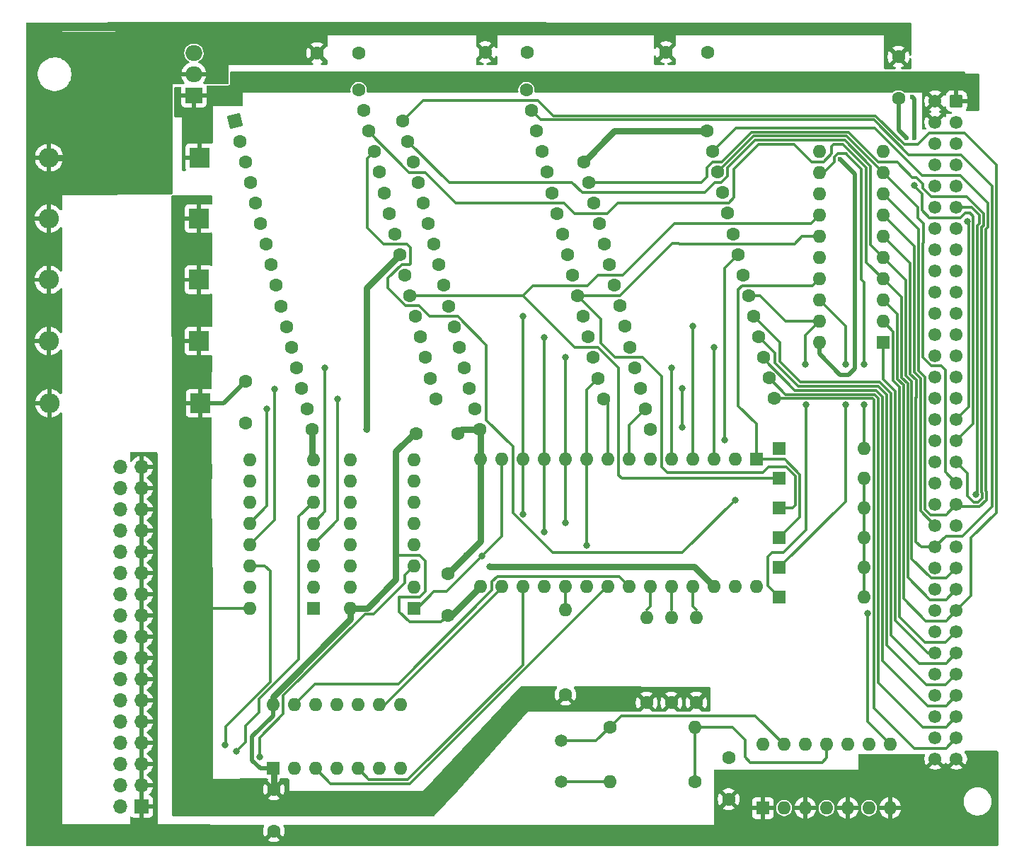
<source format=gbr>
%TF.GenerationSoftware,KiCad,Pcbnew,9.0.0*%
%TF.CreationDate,2025-03-11T15:51:22-04:00*%
%TF.ProjectId,BidenCard,42696465-6e43-4617-9264-2e6b69636164,rev?*%
%TF.SameCoordinates,Original*%
%TF.FileFunction,Copper,L1,Top*%
%TF.FilePolarity,Positive*%
%FSLAX46Y46*%
G04 Gerber Fmt 4.6, Leading zero omitted, Abs format (unit mm)*
G04 Created by KiCad (PCBNEW 9.0.0) date 2025-03-11 15:51:22*
%MOMM*%
%LPD*%
G01*
G04 APERTURE LIST*
G04 Aperture macros list*
%AMRoundRect*
0 Rectangle with rounded corners*
0 $1 Rounding radius*
0 $2 $3 $4 $5 $6 $7 $8 $9 X,Y pos of 4 corners*
0 Add a 4 corners polygon primitive as box body*
4,1,4,$2,$3,$4,$5,$6,$7,$8,$9,$2,$3,0*
0 Add four circle primitives for the rounded corners*
1,1,$1+$1,$2,$3*
1,1,$1+$1,$4,$5*
1,1,$1+$1,$6,$7*
1,1,$1+$1,$8,$9*
0 Add four rect primitives between the rounded corners*
20,1,$1+$1,$2,$3,$4,$5,0*
20,1,$1+$1,$4,$5,$6,$7,0*
20,1,$1+$1,$6,$7,$8,$9,0*
20,1,$1+$1,$8,$9,$2,$3,0*%
%AMHorizOval*
0 Thick line with rounded ends*
0 $1 width*
0 $2 $3 position (X,Y) of the first rounded end (center of the circle)*
0 $4 $5 position (X,Y) of the second rounded end (center of the circle)*
0 Add line between two ends*
20,1,$1,$2,$3,$4,$5,0*
0 Add two circle primitives to create the rounded ends*
1,1,$1,$2,$3*
1,1,$1,$4,$5*%
%AMRotRect*
0 Rectangle, with rotation*
0 The origin of the aperture is its center*
0 $1 length*
0 $2 width*
0 $3 Rotation angle, in degrees counterclockwise*
0 Add horizontal line*
21,1,$1,$2,0,0,$3*%
G04 Aperture macros list end*
%TA.AperFunction,ComponentPad*%
%ADD10R,1.600000X1.600000*%
%TD*%
%TA.AperFunction,ComponentPad*%
%ADD11O,1.600000X1.600000*%
%TD*%
%TA.AperFunction,ComponentPad*%
%ADD12C,1.600000*%
%TD*%
%TA.AperFunction,ComponentPad*%
%ADD13HorizOval,1.600000X0.000000X0.000000X0.000000X0.000000X0*%
%TD*%
%TA.AperFunction,ComponentPad*%
%ADD14C,1.500000*%
%TD*%
%TA.AperFunction,ComponentPad*%
%ADD15R,2.400000X2.400000*%
%TD*%
%TA.AperFunction,ComponentPad*%
%ADD16O,2.400000X2.400000*%
%TD*%
%TA.AperFunction,ComponentPad*%
%ADD17R,1.700000X1.700000*%
%TD*%
%TA.AperFunction,ComponentPad*%
%ADD18O,1.700000X1.700000*%
%TD*%
%TA.AperFunction,ComponentPad*%
%ADD19RoundRect,0.249999X-0.525001X0.525001X-0.525001X-0.525001X0.525001X-0.525001X0.525001X0.525001X0*%
%TD*%
%TA.AperFunction,ComponentPad*%
%ADD20C,1.550000*%
%TD*%
%TA.AperFunction,ComponentPad*%
%ADD21RotRect,1.600000X1.600000X14.000000*%
%TD*%
%TA.AperFunction,ComponentPad*%
%ADD22R,2.000000X1.905000*%
%TD*%
%TA.AperFunction,ComponentPad*%
%ADD23O,2.000000X1.905000*%
%TD*%
%TA.AperFunction,ViaPad*%
%ADD24C,0.600000*%
%TD*%
%TA.AperFunction,ViaPad*%
%ADD25C,0.800000*%
%TD*%
%TA.AperFunction,Conductor*%
%ADD26C,0.750000*%
%TD*%
%TA.AperFunction,Conductor*%
%ADD27C,0.300000*%
%TD*%
%TA.AperFunction,Conductor*%
%ADD28C,0.500000*%
%TD*%
%TA.AperFunction,Conductor*%
%ADD29C,0.350000*%
%TD*%
G04 APERTURE END LIST*
D10*
%TO.P,D1,1,K*%
%TO.N,/DSMC*%
X163271200Y-94721200D03*
D11*
%TO.P,D1,2,A*%
%TO.N,Net-(D1-A)*%
X173431200Y-94721200D03*
%TD*%
D12*
%TO.P,R7,1*%
%TO.N,+5V*%
X150368000Y-125095000D03*
D11*
%TO.P,R7,2*%
%TO.N,/FDC_IP*%
X150368000Y-114935000D03*
%TD*%
D10*
%TO.P,D3,1,K*%
%TO.N,/SRAM_CS2*%
X163271200Y-101821200D03*
D11*
%TO.P,D3,2,A*%
%TO.N,/DTACKL*%
X173431200Y-101821200D03*
%TD*%
D12*
%TO.P,R6,1*%
%TO.N,Net-(R6-Pad1)*%
X143002000Y-128016000D03*
D11*
%TO.P,R6,2*%
%TO.N,Net-(R5-Pad1)*%
X153162000Y-128016000D03*
%TD*%
D12*
%TO.P,R5,1*%
%TO.N,Net-(R5-Pad1)*%
X153162000Y-134518400D03*
D11*
%TO.P,R5,2*%
%TO.N,/CLK*%
X143002000Y-134518400D03*
%TD*%
D12*
%TO.P,U4,1,A18*%
%TO.N,/A18*%
X118244083Y-55445721D03*
D13*
%TO.P,U4,2,A16*%
%TO.N,/A16*%
X118858565Y-57910272D03*
%TO.P,U4,3,A14*%
%TO.N,/A14*%
X119473046Y-60374823D03*
%TO.P,U4,4,A12*%
%TO.N,/A12*%
X120087528Y-62839374D03*
%TO.P,U4,5,A7*%
%TO.N,/A7*%
X120702008Y-65303926D03*
%TO.P,U4,6,A6*%
%TO.N,/A6*%
X121316491Y-67768477D03*
%TO.P,U4,7,A5*%
%TO.N,/A5*%
X121930973Y-70233028D03*
%TO.P,U4,8,A4*%
%TO.N,/A4*%
X122545454Y-72697579D03*
%TO.P,U4,9,A3*%
%TO.N,/A3*%
X123159936Y-75162130D03*
%TO.P,U4,10,A2*%
%TO.N,/A2*%
X123774419Y-77626681D03*
%TO.P,U4,11,A1*%
%TO.N,/A1*%
X124388899Y-80091232D03*
%TO.P,U4,12,A0*%
%TO.N,/A0*%
X125003381Y-82555784D03*
%TO.P,U4,13,DQ0*%
%TO.N,/D0*%
X125617862Y-85020335D03*
%TO.P,U4,14,DQ1*%
%TO.N,/D1*%
X126232344Y-87484886D03*
%TO.P,U4,15,DQ2*%
%TO.N,/D2*%
X126846826Y-89949437D03*
%TO.P,U4,16,VSS*%
%TO.N,GND*%
X127461307Y-92413988D03*
%TO.P,U4,17,DQ3*%
%TO.N,/D3*%
X142248614Y-88727098D03*
%TO.P,U4,18,DQ4*%
%TO.N,/D4*%
X141634132Y-86262547D03*
%TO.P,U4,19,DQ5*%
%TO.N,/D5*%
X141019651Y-83797996D03*
%TO.P,U4,20,DQ6*%
%TO.N,/D6*%
X140405169Y-81333445D03*
%TO.P,U4,21,DQ7*%
%TO.N,/D7*%
X139790688Y-78868894D03*
%TO.P,U4,22,CE#*%
%TO.N,/SRAM_CS2*%
X139176206Y-76404343D03*
%TO.P,U4,23,A10*%
%TO.N,/A10*%
X138561724Y-73939792D03*
%TO.P,U4,24,OE#*%
%TO.N,GND*%
X137947243Y-71475240D03*
%TO.P,U4,25,A11*%
%TO.N,/A11*%
X137332761Y-69010689D03*
%TO.P,U4,26,A9*%
%TO.N,/A9*%
X136718280Y-66546138D03*
%TO.P,U4,27,A8*%
%TO.N,/A8*%
X136103798Y-64081587D03*
%TO.P,U4,28,A13*%
%TO.N,/A13*%
X135489316Y-61617036D03*
%TO.P,U4,29,WE#*%
%TO.N,/RW*%
X134874835Y-59152485D03*
%TO.P,U4,30,A17*%
%TO.N,/A17*%
X134260353Y-56687934D03*
%TO.P,U4,31,A15*%
%TO.N,/A15*%
X133645871Y-54223381D03*
%TO.P,U4,32,VCC*%
%TO.N,+5V*%
X133031390Y-51758831D03*
%TD*%
D10*
%TO.P,U13,1,~{CS}*%
%TO.N,/FDCON_CS*%
X160568800Y-95956200D03*
D11*
%TO.P,U13,2,R/~{W}*%
%TO.N,/RW*%
X158028800Y-95956200D03*
%TO.P,U13,3,A0*%
%TO.N,/A0*%
X155488800Y-95956200D03*
%TO.P,U13,4,A1*%
%TO.N,/A1*%
X152948800Y-95956200D03*
%TO.P,U13,5,DI0*%
%TO.N,/D0*%
X150408800Y-95956200D03*
%TO.P,U13,6,DI1*%
%TO.N,/D1*%
X147868800Y-95956200D03*
%TO.P,U13,7,DI2*%
%TO.N,/D2*%
X145328800Y-95956200D03*
%TO.P,U13,8,DI3*%
%TO.N,/D3*%
X142788800Y-95956200D03*
%TO.P,U13,9,DI4*%
%TO.N,/D4*%
X140248800Y-95956200D03*
%TO.P,U13,10,DI5*%
%TO.N,/D5*%
X137708800Y-95956200D03*
%TO.P,U13,11,DI6*%
%TO.N,/D6*%
X135168800Y-95956200D03*
%TO.P,U13,12,DI7*%
%TO.N,/D7*%
X132628800Y-95956200D03*
%TO.P,U13,13,~{MR}*%
%TO.N,/RESET*%
X130088800Y-95956200D03*
%TO.P,U13,14,GND*%
%TO.N,GND*%
X127548800Y-95956200D03*
%TO.P,U13,15,VCC*%
%TO.N,+5V*%
X127548800Y-111196200D03*
%TO.P,U13,16,STEP*%
%TO.N,/FDC_STEP*%
X130088800Y-111196200D03*
%TO.P,U13,17,DIRC*%
%TO.N,/FDC_DIR*%
X132628800Y-111196200D03*
%TO.P,U13,18,CLK*%
%TO.N,/CLK*%
X135168800Y-111196200D03*
%TO.P,U13,19,~{RD}*%
%TO.N,/FDC_RD*%
X137708800Y-111196200D03*
%TO.P,U13,20,MOTOR*%
%TO.N,unconnected-(U13-MOTOR-Pad20)*%
X140248800Y-111196200D03*
%TO.P,U13,21,WG*%
%TO.N,/FDC_WG*%
X142788800Y-111196200D03*
%TO.P,U13,22,WD*%
%TO.N,/FDC_WD*%
X145328800Y-111196200D03*
%TO.P,U13,23,~{TR00}*%
%TO.N,/FDC_T0*%
X147868800Y-111196200D03*
%TO.P,U13,24,~{IP}*%
%TO.N,/FDC_IP*%
X150408800Y-111196200D03*
%TO.P,U13,25,~{WPRT}*%
%TO.N,/FDC_WPRT*%
X152948800Y-111196200D03*
%TO.P,U13,26,~{DDEN}*%
%TO.N,GND*%
X155488800Y-111196200D03*
%TO.P,U13,27,DRQ*%
%TO.N,unconnected-(U13-DRQ-Pad27)*%
X158028800Y-111196200D03*
%TO.P,U13,28,INTRQ*%
%TO.N,unconnected-(U13-INTRQ-Pad28)*%
X160568800Y-111196200D03*
%TD*%
D10*
%TO.P,D7,1,K*%
%TO.N,/CS175*%
X163271200Y-108921200D03*
D11*
%TO.P,D7,2,A*%
%TO.N,/DTACKL*%
X173431200Y-108921200D03*
%TD*%
D10*
%TO.P,U1,1,I1/CLK*%
%TO.N,/DS*%
X175707200Y-81986200D03*
D11*
%TO.P,U1,2,I2*%
%TO.N,/A19*%
X175707200Y-79446200D03*
%TO.P,U1,3,I3*%
%TO.N,/A18*%
X175707200Y-76906200D03*
%TO.P,U1,4,I4*%
%TO.N,/A17*%
X175707200Y-74366200D03*
%TO.P,U1,5,I5*%
%TO.N,/A16*%
X175707200Y-71826200D03*
%TO.P,U1,6,I6*%
%TO.N,/A15*%
X175707200Y-69286200D03*
%TO.P,U1,7,I7*%
%TO.N,/RESET*%
X175707200Y-66746200D03*
%TO.P,U1,8,I8*%
%TO.N,/A14*%
X175707200Y-64206200D03*
%TO.P,U1,9,I9*%
%TO.N,/A13*%
X175707200Y-61666200D03*
%TO.P,U1,10,GND*%
%TO.N,GND*%
X175707200Y-59126200D03*
%TO.P,U1,11,I10/~{OE}*%
%TO.N,unconnected-(U1-I10{slash}~{OE}-Pad11)*%
X168087200Y-59126200D03*
%TO.P,U1,12,IO8*%
%TO.N,Net-(D1-A)*%
X168087200Y-61666200D03*
%TO.P,U1,13,IO7*%
%TO.N,unconnected-(U1-IO7-Pad13)*%
X168087200Y-64206200D03*
%TO.P,U1,14,IO6*%
%TO.N,/SRAM_CS1*%
X168087200Y-66746200D03*
%TO.P,U1,15,IO5*%
%TO.N,/SRAM_CS2*%
X168087200Y-69286200D03*
%TO.P,U1,16,IO4*%
%TO.N,unconnected-(U1-IO4-Pad16)*%
X168087200Y-71826200D03*
%TO.P,U1,17,I03*%
%TO.N,/FDCON_CS*%
X168087200Y-74366200D03*
%TO.P,U1,18,IO2*%
%TO.N,/CS175*%
X168087200Y-76906200D03*
%TO.P,U1,19,IO1*%
%TO.N,/ROM_CE*%
X168087200Y-79446200D03*
%TO.P,U1,20,VCC*%
%TO.N,+5V*%
X168087200Y-81986200D03*
%TD*%
D12*
%TO.P,C19,1*%
%TO.N,GND*%
X102819200Y-140472800D03*
%TO.P,C19,2*%
%TO.N,+5V*%
X102819200Y-135472800D03*
%TD*%
D10*
%TO.P,D8,1,K*%
%TO.N,/ROM_CE*%
X163271200Y-112471200D03*
D11*
%TO.P,D8,2,A*%
%TO.N,/DTACKL*%
X173431200Y-112471200D03*
%TD*%
D14*
%TO.P,Y1,1,1*%
%TO.N,/CLK*%
X137210800Y-134530000D03*
%TO.P,Y1,2,2*%
%TO.N,Net-(R6-Pad1)*%
X137210800Y-129630000D03*
%TD*%
D12*
%TO.P,C22,1*%
%TO.N,+5V*%
X157226000Y-131662800D03*
%TO.P,C22,2*%
%TO.N,GND*%
X157226000Y-136662800D03*
%TD*%
%TO.P,R10,1*%
%TO.N,+5V*%
X147421600Y-125095000D03*
D11*
%TO.P,R10,2*%
%TO.N,/FDC_T0*%
X147421600Y-114935000D03*
%TD*%
D10*
%TO.P,D6,1,K*%
%TO.N,/FDCON_CS*%
X163271200Y-105371200D03*
D11*
%TO.P,D6,2,A*%
%TO.N,/DTACKL*%
X173431200Y-105371200D03*
%TD*%
D15*
%TO.P,C24,1*%
%TO.N,+5V*%
X93886800Y-67151700D03*
D16*
%TO.P,C24,2*%
%TO.N,GND*%
X75886800Y-67151700D03*
%TD*%
D12*
%TO.P,C1,1*%
%TO.N,+5V*%
X154747600Y-47244000D03*
%TO.P,C1,2*%
%TO.N,GND*%
X149747600Y-47244000D03*
%TD*%
D10*
%TO.P,D2,1,K*%
%TO.N,/SRAM_CS1*%
X163271200Y-98271200D03*
D11*
%TO.P,D2,2,A*%
%TO.N,/DTACKL*%
X173431200Y-98271200D03*
%TD*%
D15*
%TO.P,C23,1*%
%TO.N,+5V*%
X93886800Y-74486700D03*
D16*
%TO.P,C23,2*%
%TO.N,GND*%
X75886800Y-74486700D03*
%TD*%
D17*
%TO.P,J2,1,Pin_1*%
%TO.N,GND*%
X86995000Y-137541000D03*
D18*
%TO.P,J2,2,Pin_2*%
%TO.N,unconnected-(J2-Pin_2-Pad2)*%
X84455000Y-137541000D03*
%TO.P,J2,3,Pin_3*%
%TO.N,GND*%
X86995000Y-135001000D03*
%TO.P,J2,4,Pin_4*%
%TO.N,unconnected-(J2-Pin_4-Pad4)*%
X84455000Y-135001000D03*
%TO.P,J2,5,Pin_5*%
%TO.N,GND*%
X86995000Y-132461000D03*
%TO.P,J2,6,Pin_6*%
%TO.N,/DS3*%
X84455000Y-132461000D03*
%TO.P,J2,7,Pin_7*%
%TO.N,GND*%
X86995000Y-129921000D03*
%TO.P,J2,8,Pin_8*%
%TO.N,/FDC_IP*%
X84455000Y-129921000D03*
%TO.P,J2,9,Pin_9*%
%TO.N,GND*%
X86995000Y-127381000D03*
%TO.P,J2,10,Pin_10*%
%TO.N,/DS0*%
X84455000Y-127381000D03*
%TO.P,J2,11,Pin_11*%
%TO.N,GND*%
X86995000Y-124841000D03*
%TO.P,J2,12,Pin_12*%
%TO.N,/DS1*%
X84455000Y-124841000D03*
%TO.P,J2,13,Pin_13*%
%TO.N,GND*%
X86995000Y-122301000D03*
%TO.P,J2,14,Pin_14*%
%TO.N,/DS2*%
X84455000Y-122301000D03*
%TO.P,J2,15,Pin_15*%
%TO.N,GND*%
X86995000Y-119761000D03*
%TO.P,J2,16,Pin_16*%
%TO.N,/MOTOR_ON*%
X84455000Y-119761000D03*
%TO.P,J2,17,Pin_17*%
%TO.N,GND*%
X86995000Y-117221000D03*
%TO.P,J2,18,Pin_18*%
%TO.N,/DIR*%
X84455000Y-117221000D03*
%TO.P,J2,19,Pin_19*%
%TO.N,GND*%
X86995000Y-114681000D03*
%TO.P,J2,20,Pin_20*%
%TO.N,/STEP*%
X84455000Y-114681000D03*
%TO.P,J2,21,Pin_21*%
%TO.N,GND*%
X86995000Y-112141000D03*
%TO.P,J2,22,Pin_22*%
%TO.N,/DATA_WR*%
X84455000Y-112141000D03*
%TO.P,J2,23,Pin_23*%
%TO.N,GND*%
X86995000Y-109601000D03*
%TO.P,J2,24,Pin_24*%
%TO.N,/GATE_WR*%
X84455000Y-109601000D03*
%TO.P,J2,25,Pin_25*%
%TO.N,GND*%
X86995000Y-107061000D03*
%TO.P,J2,26,Pin_26*%
%TO.N,/FDC_T0*%
X84455000Y-107061000D03*
%TO.P,J2,27,Pin_27*%
%TO.N,GND*%
X86995000Y-104521000D03*
%TO.P,J2,28,Pin_28*%
%TO.N,/FDC_WPRT*%
X84455000Y-104521000D03*
%TO.P,J2,29,Pin_29*%
%TO.N,GND*%
X86995000Y-101981000D03*
%TO.P,J2,30,Pin_30*%
%TO.N,/FDC_RD*%
X84455000Y-101981000D03*
%TO.P,J2,31,Pin_31*%
%TO.N,GND*%
X86995000Y-99441000D03*
%TO.P,J2,32,Pin_32*%
%TO.N,/HEAD*%
X84455000Y-99441000D03*
%TO.P,J2,33,Pin_33*%
%TO.N,GND*%
X86995000Y-96901000D03*
%TO.P,J2,34,Pin_34*%
%TO.N,unconnected-(J2-Pin_34-Pad34)*%
X84455000Y-96901000D03*
%TD*%
D10*
%TO.P,U16,1,~{Mr}*%
%TO.N,/RESET*%
X119573200Y-113777000D03*
D11*
%TO.P,U16,2,Q0*%
%TO.N,unconnected-(U16-Q0-Pad2)*%
X119573200Y-111237000D03*
%TO.P,U16,3,~{Q0}*%
%TO.N,/DS3*%
X119573200Y-108697000D03*
%TO.P,U16,4,D0*%
%TO.N,/D4*%
X119573200Y-106157000D03*
%TO.P,U16,5,D1*%
%TO.N,/D5*%
X119573200Y-103617000D03*
%TO.P,U16,6,~{Q1}*%
%TO.N,/DS2*%
X119573200Y-101077000D03*
%TO.P,U16,7,Q1*%
%TO.N,unconnected-(U16-Q1-Pad7)*%
X119573200Y-98537000D03*
%TO.P,U16,8,GND*%
%TO.N,GND*%
X119573200Y-95997000D03*
%TO.P,U16,9,Cp*%
%TO.N,/CS175*%
X111953200Y-95997000D03*
%TO.P,U16,10,Q2*%
%TO.N,unconnected-(U16-Q2-Pad10)*%
X111953200Y-98537000D03*
%TO.P,U16,11,~{Q2}*%
%TO.N,unconnected-(U16-~{Q2}-Pad11)*%
X111953200Y-101077000D03*
%TO.P,U16,12,D2*%
%TO.N,/D7*%
X111953200Y-103617000D03*
%TO.P,U16,13,D3*%
%TO.N,/D6*%
X111953200Y-106157000D03*
%TO.P,U16,14,~{Q3}*%
%TO.N,unconnected-(U16-~{Q3}-Pad14)*%
X111953200Y-108697000D03*
%TO.P,U16,15,Q3*%
%TO.N,unconnected-(U16-Q3-Pad15)*%
X111953200Y-111237000D03*
%TO.P,U16,16,VCC*%
%TO.N,+5V*%
X111953200Y-113777000D03*
%TD*%
D12*
%TO.P,R8,1*%
%TO.N,+5V*%
X137718800Y-124155200D03*
D11*
%TO.P,R8,2*%
%TO.N,/FDC_RD*%
X137718800Y-113995200D03*
%TD*%
D12*
%TO.P,C18,1*%
%TO.N,+5V*%
X123647200Y-114666400D03*
%TO.P,C18,2*%
%TO.N,GND*%
X123647200Y-109666400D03*
%TD*%
D15*
%TO.P,C14,1*%
%TO.N,+9V*%
X93937600Y-59856300D03*
D16*
%TO.P,C14,2*%
%TO.N,GND*%
X75937600Y-59856300D03*
%TD*%
D12*
%TO.P,C10,1*%
%TO.N,GND*%
X128106800Y-47244000D03*
%TO.P,C10,2*%
%TO.N,+5V*%
X133106800Y-47244000D03*
%TD*%
D19*
%TO.P,J1,a1,Vin*%
%TO.N,+9V*%
X184481476Y-53092074D03*
D20*
%TO.P,J1,a2,-12V*%
%TO.N,unconnected-(J1--12V-Pada2)*%
X184481476Y-55632074D03*
%TO.P,J1,a3,+12V*%
%TO.N,unconnected-(J1-+12V-Pada3)*%
X184481476Y-58172074D03*
%TO.P,J1,a4,SP0*%
%TO.N,/SP0*%
X184481476Y-60712074D03*
%TO.P,J1,a5,SP1*%
%TO.N,/SP1*%
X184481476Y-63252074D03*
%TO.P,J1,a6,~{DSMC}*%
%TO.N,/DSMC*%
X184481476Y-65792074D03*
%TO.P,J1,a7,SP2*%
%TO.N,/SP2*%
X184481476Y-68332074D03*
%TO.P,J1,a8,~{DBG}*%
%TO.N,unconnected-(J1-~{DBG}-Pada8)*%
X184481476Y-70872074D03*
%TO.P,J1,a9,A3*%
%TO.N,/A3*%
X184481476Y-73412074D03*
%TO.P,J1,a10,A4*%
%TO.N,/A4*%
X184481476Y-75952074D03*
%TO.P,J1,a11,A5*%
%TO.N,/A5*%
X184481476Y-78492074D03*
%TO.P,J1,a12,A6*%
%TO.N,/A6*%
X184481476Y-81032074D03*
%TO.P,J1,a13,A7*%
%TO.N,/A7*%
X184481476Y-83572074D03*
%TO.P,J1,a14,A8*%
%TO.N,/A8*%
X184481476Y-86112074D03*
%TO.P,J1,a15,A9*%
%TO.N,/A9*%
X184481476Y-88652074D03*
%TO.P,J1,a16,A10*%
%TO.N,/A10*%
X184481476Y-91192074D03*
%TO.P,J1,a17,A11*%
%TO.N,/A11*%
X184481476Y-93732074D03*
%TO.P,J1,a18,A12*%
%TO.N,/A12*%
X184481476Y-96272074D03*
%TO.P,J1,a19,A13*%
%TO.N,/A13*%
X184481476Y-98812074D03*
%TO.P,J1,a20,A14*%
%TO.N,/A14*%
X184481476Y-101352074D03*
%TO.P,J1,a21,RED*%
%TO.N,unconnected-(J1-RED-Pada21)*%
X184481476Y-103892074D03*
%TO.P,J1,a22,CLKCPU*%
%TO.N,unconnected-(J1-CLKCPU-Pada22)*%
X184481476Y-106432074D03*
%TO.P,J1,a23,A16*%
%TO.N,/A16*%
X184481476Y-108972074D03*
%TO.P,J1,a24,A17*%
%TO.N,/A17*%
X184481476Y-111512074D03*
%TO.P,J1,a25,A18*%
%TO.N,/A18*%
X184481476Y-114052074D03*
%TO.P,J1,a26,A19*%
%TO.N,/A19*%
X184481476Y-116592074D03*
%TO.P,J1,a27,D7*%
%TO.N,/D7*%
X184481476Y-119132074D03*
%TO.P,J1,a28,D6*%
%TO.N,/D6*%
X184481476Y-121672074D03*
%TO.P,J1,a29,D5*%
%TO.N,/D5*%
X184481476Y-124212074D03*
%TO.P,J1,a30,D4*%
%TO.N,/D4*%
X184481476Y-126752074D03*
%TO.P,J1,a31,D3*%
%TO.N,/D3*%
X184481476Y-129292074D03*
%TO.P,J1,a32,GND*%
%TO.N,GND*%
X184481476Y-131832074D03*
%TO.P,J1,b1,Vin*%
%TO.N,+9V*%
X181941476Y-53092074D03*
%TO.P,J1,b2,Vin*%
X181941476Y-55632074D03*
%TO.P,J1,b3,~{EXTINT}*%
%TO.N,/EXTINTL*%
X181941476Y-58172074D03*
%TO.P,J1,b4,~{IPL1}*%
%TO.N,unconnected-(J1-~{IPL1}-Padb4)*%
X181941476Y-60712074D03*
%TO.P,J1,b5,~{BERR}*%
%TO.N,unconnected-(J1-~{BERR}-Padb5)*%
X181941476Y-63252074D03*
%TO.P,J1,b6,~{IPLO}*%
%TO.N,unconnected-(J1-~{IPLO}-Padb6)*%
X181941476Y-65792074D03*
%TO.P,J1,b7,SP3*%
%TO.N,/SP3*%
X181941476Y-68332074D03*
%TO.P,J1,b8,A2*%
%TO.N,/A2*%
X181941476Y-70872074D03*
%TO.P,J1,b9,G9*%
%TO.N,/A1*%
X181941476Y-73412074D03*
%TO.P,J1,b10,ROMOEH*%
%TO.N,unconnected-(J1-ROMOEH-Padb10)*%
X181941476Y-75952074D03*
%TO.P,J1,b11,A0*%
%TO.N,/A0*%
X181941476Y-78492074D03*
%TO.P,J1,b12,FC0*%
%TO.N,unconnected-(J1-FC0-Padb12)*%
X181941476Y-81032074D03*
%TO.P,J1,b13,FC1*%
%TO.N,unconnected-(J1-FC1-Padb13)*%
X181941476Y-83572074D03*
%TO.P,J1,b14,FC2*%
%TO.N,unconnected-(J1-FC2-Padb14)*%
X181941476Y-86112074D03*
%TO.P,J1,b15,BLUE*%
%TO.N,unconnected-(J1-BLUE-Padb15)*%
X181941476Y-88652074D03*
%TO.P,J1,b16,GREEN*%
%TO.N,unconnected-(J1-GREEN-Padb16)*%
X181941476Y-91192074D03*
%TO.P,J1,b17,~{VPA}*%
%TO.N,/VPA*%
X181941476Y-93732074D03*
%TO.P,J1,b18,VSYNCH*%
%TO.N,unconnected-(J1-VSYNCH-Padb18)*%
X181941476Y-96272074D03*
%TO.P,J1,b19,E*%
%TO.N,/E*%
X181941476Y-98812074D03*
%TO.P,J1,b20,~{CSYNC}*%
%TO.N,unconnected-(J1-~{CSYNC}-Padb20)*%
X181941476Y-101352074D03*
%TO.P,J1,b21,~{RESETCPU}*%
%TO.N,/RESET*%
X181941476Y-103892074D03*
%TO.P,J1,b22,A15*%
%TO.N,/A15*%
X181941476Y-106432074D03*
%TO.P,J1,b23,~{BR}*%
%TO.N,unconnected-(J1-~{BR}-Padb23)*%
X181941476Y-108972074D03*
%TO.P,J1,b24,~{BG}*%
%TO.N,unconnected-(J1-~{BG}-Padb24)*%
X181941476Y-111512074D03*
%TO.P,J1,b25,~{DTACK}*%
%TO.N,/DTACKL*%
X181941476Y-114052074D03*
%TO.P,J1,b26,~{DRW}*%
%TO.N,/RW*%
X181941476Y-116592074D03*
%TO.P,J1,b27,~{DS}*%
%TO.N,/DS*%
X181941476Y-119132074D03*
%TO.P,J1,b28,~{AS}*%
%TO.N,unconnected-(J1-~{AS}-Padb28)*%
X181941476Y-121672074D03*
%TO.P,J1,b29,D0*%
%TO.N,/D0*%
X181941476Y-124212074D03*
%TO.P,J1,b30,D1*%
%TO.N,/D1*%
X181941476Y-126752074D03*
%TO.P,J1,b31,D2*%
%TO.N,/D2*%
X181941476Y-129292074D03*
%TO.P,J1,b32,GND*%
%TO.N,GND*%
X181941476Y-131832074D03*
%TD*%
D12*
%TO.P,C21,1*%
%TO.N,GND*%
X124801000Y-92862400D03*
%TO.P,C21,2*%
%TO.N,+5V*%
X119801000Y-92862400D03*
%TD*%
%TO.P,C12,1*%
%TO.N,+5V*%
X112990000Y-47345600D03*
%TO.P,C12,2*%
%TO.N,GND*%
X107990000Y-47345600D03*
%TD*%
D15*
%TO.P,C25,1*%
%TO.N,+5V*%
X93988400Y-89269500D03*
D16*
%TO.P,C25,2*%
%TO.N,GND*%
X75988400Y-89269500D03*
%TD*%
D12*
%TO.P,C17,1*%
%TO.N,+5V*%
X99441000Y-86654000D03*
%TO.P,C17,2*%
%TO.N,GND*%
X99441000Y-91654000D03*
%TD*%
%TO.P,R9,1*%
%TO.N,+5V*%
X153365200Y-125095000D03*
D11*
%TO.P,R9,2*%
%TO.N,/FDC_WPRT*%
X153365200Y-114935000D03*
%TD*%
D21*
%TO.P,U2,1,A18*%
%TO.N,/A18*%
X98178083Y-55445721D03*
D13*
%TO.P,U2,2,A16*%
%TO.N,/A16*%
X98792565Y-57910272D03*
%TO.P,U2,3,A14*%
%TO.N,/A14*%
X99407046Y-60374823D03*
%TO.P,U2,4,A12*%
%TO.N,/A12*%
X100021528Y-62839374D03*
%TO.P,U2,5,A7*%
%TO.N,/A7*%
X100636008Y-65303926D03*
%TO.P,U2,6,A6*%
%TO.N,/A6*%
X101250491Y-67768477D03*
%TO.P,U2,7,A5*%
%TO.N,/A5*%
X101864973Y-70233028D03*
%TO.P,U2,8,A4*%
%TO.N,/A4*%
X102479454Y-72697579D03*
%TO.P,U2,9,A3*%
%TO.N,/A3*%
X103093936Y-75162130D03*
%TO.P,U2,10,A2*%
%TO.N,/A2*%
X103708419Y-77626681D03*
%TO.P,U2,11,A1*%
%TO.N,/A1*%
X104322899Y-80091232D03*
%TO.P,U2,12,A0*%
%TO.N,/A0*%
X104937381Y-82555784D03*
%TO.P,U2,13,DQ0*%
%TO.N,/D0*%
X105551862Y-85020335D03*
%TO.P,U2,14,DQ1*%
%TO.N,/D1*%
X106166344Y-87484886D03*
%TO.P,U2,15,DQ2*%
%TO.N,/D2*%
X106780826Y-89949437D03*
%TO.P,U2,16,VSS*%
%TO.N,GND*%
X107395307Y-92413988D03*
%TO.P,U2,17,DQ3*%
%TO.N,/D3*%
X122182614Y-88727098D03*
%TO.P,U2,18,DQ4*%
%TO.N,/D4*%
X121568132Y-86262547D03*
%TO.P,U2,19,DQ5*%
%TO.N,/D5*%
X120953651Y-83797996D03*
%TO.P,U2,20,DQ6*%
%TO.N,/D6*%
X120339169Y-81333445D03*
%TO.P,U2,21,DQ7*%
%TO.N,/D7*%
X119724688Y-78868894D03*
%TO.P,U2,22,CE#*%
%TO.N,/SRAM_CS1*%
X119110206Y-76404343D03*
%TO.P,U2,23,A10*%
%TO.N,/A10*%
X118495724Y-73939792D03*
%TO.P,U2,24,OE#*%
%TO.N,GND*%
X117881243Y-71475240D03*
%TO.P,U2,25,A11*%
%TO.N,/A11*%
X117266761Y-69010689D03*
%TO.P,U2,26,A9*%
%TO.N,/A9*%
X116652280Y-66546138D03*
%TO.P,U2,27,A8*%
%TO.N,/A8*%
X116037798Y-64081587D03*
%TO.P,U2,28,A13*%
%TO.N,/A13*%
X115423316Y-61617036D03*
%TO.P,U2,29,WE#*%
%TO.N,/RW*%
X114808835Y-59152485D03*
%TO.P,U2,30,A17*%
%TO.N,/A17*%
X114194353Y-56687934D03*
%TO.P,U2,31,A15*%
%TO.N,/A15*%
X113579871Y-54223381D03*
%TO.P,U2,32,VCC*%
%TO.N,+5V*%
X112965390Y-51758831D03*
%TD*%
D12*
%TO.P,C13,1*%
%TO.N,+5V*%
X177546000Y-52792000D03*
%TO.P,C13,2*%
%TO.N,GND*%
X177546000Y-47792000D03*
%TD*%
D22*
%TO.P,U18,1,VI*%
%TO.N,+9V*%
X93251476Y-52425600D03*
D23*
%TO.P,U18,2,GND*%
%TO.N,GND*%
X93251476Y-49885600D03*
%TO.P,U18,3,VO*%
%TO.N,+5V*%
X93251476Y-47345600D03*
%TD*%
D15*
%TO.P,C16,1*%
%TO.N,+5V*%
X93886800Y-81821700D03*
D16*
%TO.P,C16,2*%
%TO.N,GND*%
X75886800Y-81821700D03*
%TD*%
D10*
%TO.P,U3,1*%
%TO.N,GND*%
X161335800Y-137708800D03*
D11*
%TO.P,U3,2*%
%TO.N,unconnected-(U3-Pad2)*%
X163875800Y-137708800D03*
%TO.P,U3,3*%
%TO.N,GND*%
X166415800Y-137708800D03*
%TO.P,U3,4*%
%TO.N,unconnected-(U3-Pad4)*%
X168955800Y-137708800D03*
%TO.P,U3,5*%
%TO.N,GND*%
X171495800Y-137708800D03*
%TO.P,U3,6*%
%TO.N,unconnected-(U3-Pad6)*%
X174035800Y-137708800D03*
%TO.P,U3,7,GND*%
%TO.N,GND*%
X176575800Y-137708800D03*
%TO.P,U3,8*%
%TO.N,/ROM_OE*%
X176575800Y-130088800D03*
%TO.P,U3,9*%
%TO.N,/RW*%
X174035800Y-130088800D03*
%TO.P,U3,10*%
%TO.N,/CLK*%
X171495800Y-130088800D03*
%TO.P,U3,11*%
%TO.N,Net-(R5-Pad1)*%
X168955800Y-130088800D03*
%TO.P,U3,12*%
X166415800Y-130088800D03*
%TO.P,U3,13*%
%TO.N,Net-(R6-Pad1)*%
X163875800Y-130088800D03*
%TO.P,U3,14,VCC*%
%TO.N,+5V*%
X161335800Y-130088800D03*
%TD*%
D10*
%TO.P,U15,1*%
%TO.N,+5V*%
X102712600Y-132984400D03*
D11*
%TO.P,U15,2*%
%TO.N,unconnected-(U15-Pad2)*%
X105252600Y-132984400D03*
%TO.P,U15,3*%
%TO.N,/FDC_WG*%
X107792600Y-132984400D03*
%TO.P,U15,4*%
%TO.N,/GATE_WR*%
X110332600Y-132984400D03*
%TO.P,U15,5*%
%TO.N,/FDC_DIR*%
X112872600Y-132984400D03*
%TO.P,U15,6*%
%TO.N,/DIR*%
X115412600Y-132984400D03*
%TO.P,U15,7,GND*%
%TO.N,GND*%
X117952600Y-132984400D03*
%TO.P,U15,8*%
%TO.N,/STEP*%
X117952600Y-125364400D03*
%TO.P,U15,9*%
%TO.N,/FDC_STEP*%
X115412600Y-125364400D03*
%TO.P,U15,10*%
%TO.N,unconnected-(U15-Pad10)*%
X112872600Y-125364400D03*
%TO.P,U15,11*%
%TO.N,+5V*%
X110332600Y-125364400D03*
%TO.P,U15,12*%
%TO.N,/DATA_WR*%
X107792600Y-125364400D03*
%TO.P,U15,13*%
%TO.N,/FDC_WD*%
X105252600Y-125364400D03*
%TO.P,U15,14,VCC*%
%TO.N,+5V*%
X102712600Y-125364400D03*
%TD*%
D12*
%TO.P,U14,1,VPP*%
%TO.N,+5V*%
X139892184Y-60358375D03*
D13*
%TO.P,U14,2,A12*%
%TO.N,/A12*%
X140506666Y-62822926D03*
%TO.P,U14,3,A7*%
%TO.N,/A7*%
X141121147Y-65287477D03*
%TO.P,U14,4,A6*%
%TO.N,/A6*%
X141735629Y-67752028D03*
%TO.P,U14,5,A5*%
%TO.N,/A5*%
X142350109Y-70216580D03*
%TO.P,U14,6,A4*%
%TO.N,/A4*%
X142964592Y-72681131D03*
%TO.P,U14,7,A3*%
%TO.N,/A3*%
X143579074Y-75145682D03*
%TO.P,U14,8,A2*%
%TO.N,/A2*%
X144193555Y-77610233D03*
%TO.P,U14,9,A1*%
%TO.N,/A1*%
X144808037Y-80074784D03*
%TO.P,U14,10,A0*%
%TO.N,/A0*%
X145422520Y-82539335D03*
%TO.P,U14,11,D0*%
%TO.N,/D0*%
X146037000Y-85003886D03*
%TO.P,U14,12,D1*%
%TO.N,/D1*%
X146651482Y-87468438D03*
%TO.P,U14,13,D2*%
%TO.N,/D2*%
X147265963Y-89932989D03*
%TO.P,U14,14,GND*%
%TO.N,GND*%
X147880445Y-92397540D03*
%TO.P,U14,15,D3*%
%TO.N,/D3*%
X162667752Y-88710650D03*
%TO.P,U14,16,D4*%
%TO.N,/D4*%
X162053270Y-86246099D03*
%TO.P,U14,17,D5*%
%TO.N,/D5*%
X161438789Y-83781548D03*
%TO.P,U14,18,D6*%
%TO.N,/D6*%
X160824307Y-81316997D03*
%TO.P,U14,19,D7*%
%TO.N,/D7*%
X160209825Y-78852446D03*
%TO.P,U14,20,~{CE}*%
%TO.N,/ROM_CE*%
X159595344Y-76387894D03*
%TO.P,U14,21,A10*%
%TO.N,/A10*%
X158980862Y-73923343D03*
%TO.P,U14,22,~{OE}*%
%TO.N,/ROM_OE*%
X158366381Y-71458792D03*
%TO.P,U14,23,A11*%
%TO.N,/A11*%
X157751899Y-68994241D03*
%TO.P,U14,24,A9*%
%TO.N,/A9*%
X157137417Y-66529690D03*
%TO.P,U14,25,A8*%
%TO.N,/A8*%
X156522936Y-64065139D03*
%TO.P,U14,26,A13*%
%TO.N,/A13*%
X155908454Y-61600588D03*
%TO.P,U14,27,A14*%
%TO.N,/A14*%
X155293972Y-59136035D03*
%TO.P,U14,28,VCC*%
%TO.N,+5V*%
X154679491Y-56671485D03*
%TD*%
D10*
%TO.P,U17,1,~{Mr}*%
%TO.N,/RESET*%
X107533600Y-113777000D03*
D11*
%TO.P,U17,2,Q0*%
%TO.N,unconnected-(U17-Q0-Pad2)*%
X107533600Y-111237000D03*
%TO.P,U17,3,~{Q0}*%
%TO.N,/HEAD*%
X107533600Y-108697000D03*
%TO.P,U17,4,D0*%
%TO.N,/D3*%
X107533600Y-106157000D03*
%TO.P,U17,5,D1*%
%TO.N,/D0*%
X107533600Y-103617000D03*
%TO.P,U17,6,~{Q1}*%
%TO.N,/DS1*%
X107533600Y-101077000D03*
%TO.P,U17,7,Q1*%
%TO.N,unconnected-(U17-Q1-Pad7)*%
X107533600Y-98537000D03*
%TO.P,U17,8,GND*%
%TO.N,GND*%
X107533600Y-95997000D03*
%TO.P,U17,9,Cp*%
%TO.N,/CS175*%
X99913600Y-95997000D03*
%TO.P,U17,10,Q2*%
%TO.N,unconnected-(U17-Q2-Pad10)*%
X99913600Y-98537000D03*
%TO.P,U17,11,~{Q2}*%
%TO.N,/MOTOR_ON*%
X99913600Y-101077000D03*
%TO.P,U17,12,D2*%
%TO.N,/D2*%
X99913600Y-103617000D03*
%TO.P,U17,13,D3*%
%TO.N,/D1*%
X99913600Y-106157000D03*
%TO.P,U17,14,~{Q3}*%
%TO.N,/DS0*%
X99913600Y-108697000D03*
%TO.P,U17,15,Q3*%
%TO.N,unconnected-(U17-Q3-Pad15)*%
X99913600Y-111237000D03*
%TO.P,U17,16,VCC*%
%TO.N,+5V*%
X99913600Y-113777000D03*
%TD*%
D24*
%TO.N,+5V*%
X178545985Y-57554006D03*
X170561000Y-60071000D03*
%TO.N,GND*%
X179451000Y-57531000D03*
D25*
X87122000Y-61468000D03*
X79502000Y-61468000D03*
X79502000Y-46101000D03*
X87122000Y-53721000D03*
X113900000Y-92413988D03*
X82042000Y-46101000D03*
X84582000Y-61468000D03*
X84582000Y-48641000D03*
X82042000Y-56261000D03*
X79502000Y-53721000D03*
X82042000Y-58801000D03*
X84582000Y-58801000D03*
X87122000Y-56261000D03*
X84582000Y-51181000D03*
D24*
X179197000Y-52578000D03*
D25*
X125864300Y-107449300D03*
X84582000Y-46101000D03*
X87122000Y-51181000D03*
X87122000Y-58801000D03*
X79502000Y-51181000D03*
X84582000Y-53721000D03*
X82042000Y-48641000D03*
X82042000Y-51181000D03*
X82042000Y-61468000D03*
X79502000Y-58801000D03*
X87122000Y-48641000D03*
X128651000Y-108839000D03*
X79502000Y-56261000D03*
X87122000Y-46101000D03*
X82042000Y-53721000D03*
X79502000Y-48641000D03*
X84582000Y-56261000D03*
%TO.N,/DSMC*%
X186791600Y-100177600D03*
%TO.N,Net-(D1-A)*%
X173431200Y-89458800D03*
X173431200Y-84582000D03*
%TO.N,/CS175*%
X171196000Y-89458800D03*
X171196000Y-84582000D03*
%TO.N,/ROM_CE*%
X166471600Y-89435650D03*
X166420800Y-84582000D03*
%TO.N,/A10*%
X185775600Y-67462400D03*
%TO.N,/A11*%
X179425600Y-63144400D03*
%TO.N,/D7*%
X132638800Y-78841600D03*
X132638800Y-102514400D03*
%TO.N,/D6*%
X135178800Y-81381600D03*
X135178800Y-104698800D03*
%TO.N,/D5*%
X137718800Y-103581200D03*
X137718800Y-83769200D03*
%TO.N,/D4*%
X140258800Y-106273600D03*
%TO.N,/D3*%
X110439200Y-88747600D03*
%TO.N,/A1*%
X152958800Y-80060800D03*
%TO.N,/A0*%
X155448000Y-82550000D03*
%TO.N,/RESET*%
X127736600Y-107569000D03*
%TO.N,/RW*%
X157988000Y-100838000D03*
%TO.N,/D0*%
X150408800Y-85049200D03*
X108915200Y-85039200D03*
%TO.N,/D1*%
X151638000Y-87477600D03*
X102920800Y-87528400D03*
X151655900Y-92169100D03*
%TO.N,/D2*%
X102006400Y-89916000D03*
%TO.N,/DS3*%
X101092000Y-131572000D03*
%TO.N,/DS0*%
X97023347Y-130179653D03*
%TO.N,/DS1*%
X98298000Y-130937000D03*
%TO.N,/ROM_OE*%
X173837600Y-114427074D03*
X156768800Y-93624400D03*
%TD*%
D26*
%TO.N,+5V*%
X102819200Y-133091000D02*
X102712600Y-132984400D01*
D27*
X120294400Y-107442000D02*
X117398800Y-107442000D01*
X99913600Y-113777000D02*
X95112600Y-113777000D01*
X123647200Y-114666400D02*
X122847201Y-115466399D01*
D28*
X177546000Y-56554021D02*
X177546000Y-52792000D01*
D26*
X117398800Y-95036000D02*
X117398800Y-107442000D01*
D27*
X120954800Y-108102400D02*
X120294400Y-107442000D01*
D26*
X113959400Y-113777000D02*
X111953200Y-113777000D01*
D28*
X178545985Y-57554006D02*
X177546000Y-56554021D01*
D26*
X117398800Y-107442000D02*
X117398800Y-110337600D01*
D27*
X119062599Y-115466399D02*
X117833380Y-114237180D01*
X120954800Y-111810800D02*
X120954800Y-108102400D01*
X95112600Y-113777000D02*
X94843600Y-114046000D01*
D26*
X117398800Y-110337600D02*
X113959400Y-113777000D01*
X102819200Y-135472800D02*
X102819200Y-133091000D01*
X123647200Y-114666400D02*
X124078600Y-114666400D01*
X124078600Y-114666400D02*
X127548800Y-111196200D01*
D28*
X101234400Y-132984400D02*
X102712600Y-132984400D01*
D27*
X117833380Y-114237180D02*
X117833380Y-112492518D01*
X117833380Y-112492518D02*
X120273082Y-112492518D01*
D28*
X168087200Y-81986200D02*
X168087200Y-83378200D01*
D26*
X139892184Y-60358375D02*
X143579074Y-56671485D01*
D28*
X93988400Y-89269500D02*
X96825500Y-89269500D01*
D26*
X111953200Y-113777000D02*
X111953200Y-115122800D01*
D28*
X102712600Y-125364400D02*
X102712600Y-126649400D01*
X172339000Y-85090000D02*
X172339000Y-61849000D01*
D27*
X122847201Y-115466399D02*
X119062599Y-115466399D01*
D28*
X171577000Y-85852000D02*
X172339000Y-85090000D01*
X172339000Y-61849000D02*
X170561000Y-60071000D01*
X96825500Y-89269500D02*
X99441000Y-86654000D01*
X170561000Y-85852000D02*
X171577000Y-85852000D01*
D27*
X120273082Y-112492518D02*
X120954800Y-111810800D01*
D28*
X102712600Y-126649400D02*
X100228400Y-129133600D01*
X168087200Y-83378200D02*
X170561000Y-85852000D01*
D26*
X111953200Y-115122800D02*
X102712600Y-124363400D01*
X102712600Y-124363400D02*
X102712600Y-125364400D01*
D28*
X100228400Y-131978400D02*
X101234400Y-132984400D01*
D26*
X143579074Y-56671485D02*
X154679491Y-56671485D01*
X119801000Y-92862400D02*
X119572400Y-92862400D01*
D28*
X100228400Y-129133600D02*
X100228400Y-131978400D01*
D26*
X119572400Y-92862400D02*
X117398800Y-95036000D01*
%TO.N,GND*%
X127548800Y-105764800D02*
X125864300Y-107449300D01*
X127548800Y-92501481D02*
X127461307Y-92413988D01*
X107395307Y-92413988D02*
X107395307Y-95858707D01*
X125864300Y-107449300D02*
X123647200Y-109666400D01*
X117881243Y-71475240D02*
X113900000Y-75456483D01*
X127461307Y-92413988D02*
X125249412Y-92413988D01*
D28*
X179451000Y-52832000D02*
X179197000Y-52578000D01*
D26*
X155488800Y-111196200D02*
X153131600Y-108839000D01*
D28*
X179451000Y-57531000D02*
X179451000Y-52832000D01*
D26*
X107395307Y-95858707D02*
X107533600Y-95997000D01*
X127548800Y-95956200D02*
X127548800Y-105764800D01*
X125249412Y-92413988D02*
X124801000Y-92862400D01*
X127548800Y-95956200D02*
X127548800Y-92501481D01*
X113900000Y-75456483D02*
X113900000Y-92413988D01*
X153131600Y-108839000D02*
X128651000Y-108839000D01*
X75937600Y-59856300D02*
X78446700Y-59856300D01*
X78446700Y-59856300D02*
X79502000Y-58801000D01*
D29*
%TO.N,/DSMC*%
X186791600Y-100177600D02*
X187005000Y-99964200D01*
X187230000Y-66751789D02*
X186270285Y-65792074D01*
X187005000Y-67991611D02*
X187230000Y-67766611D01*
X187230000Y-67766611D02*
X187230000Y-66751789D01*
X187005000Y-99964200D02*
X187005000Y-67991611D01*
X186270285Y-65792074D02*
X184481476Y-65792074D01*
%TO.N,Net-(D1-A)*%
X173126400Y-61206718D02*
X171355682Y-59436000D01*
X171355682Y-59436000D02*
X171335682Y-59416000D01*
X173431200Y-84582000D02*
X173431200Y-74777600D01*
X169922097Y-60358407D02*
X168614304Y-61666200D01*
X171335682Y-59416000D02*
X170289690Y-59416000D01*
X168614304Y-61666200D02*
X168087200Y-61666200D01*
X169906000Y-60342310D02*
X169922097Y-60358407D01*
X173126400Y-74472800D02*
X173126400Y-61206718D01*
X169906000Y-59799690D02*
X169906000Y-60342310D01*
X173431200Y-74777600D02*
X173126400Y-74472800D01*
X173431200Y-94721200D02*
X173431200Y-89458800D01*
X170289690Y-59416000D02*
X169906000Y-59799690D01*
%TO.N,/SRAM_CS1*%
X132589143Y-76404343D02*
X138785600Y-82600800D01*
X141628247Y-73916153D02*
X140360400Y-75184000D01*
X119110206Y-76404343D02*
X132589143Y-76404343D01*
X168087200Y-66746200D02*
X167066200Y-67767200D01*
X138785600Y-82600800D02*
X141624487Y-82600800D01*
X140360400Y-75184000D02*
X133809486Y-75184000D01*
X144068800Y-97891600D02*
X144448400Y-98271200D01*
X150723600Y-67767200D02*
X144574647Y-73916153D01*
X167066200Y-67767200D02*
X150723600Y-67767200D01*
X144068800Y-85045113D02*
X144068800Y-97891600D01*
X133809486Y-75184000D02*
X132589143Y-76404343D01*
X144574647Y-73916153D02*
X141628247Y-73916153D01*
X144448400Y-98271200D02*
X163271200Y-98271200D01*
X141624487Y-82600800D02*
X144068800Y-85045113D01*
%TO.N,/DTACKL*%
X173431200Y-98271200D02*
X173431200Y-112471200D01*
%TO.N,/SRAM_CS2*%
X149860000Y-97536000D02*
X161337046Y-97536000D01*
X164125600Y-96875600D02*
X165252400Y-98002400D01*
X150500757Y-70104000D02*
X151231600Y-70104000D01*
X141935200Y-79163337D02*
X141935200Y-82042000D01*
X151231600Y-70104000D02*
X151333200Y-70205600D01*
X165252400Y-98002400D02*
X165252400Y-101447600D01*
X151333200Y-70205600D02*
X165100000Y-70205600D01*
X166019400Y-69286200D02*
X168087200Y-69286200D01*
X143671287Y-83778087D02*
X146973287Y-83778087D01*
X164878800Y-101821200D02*
X163271200Y-101821200D01*
X149207957Y-96883957D02*
X149860000Y-97536000D01*
X161997446Y-96875600D02*
X164125600Y-96875600D01*
X139226919Y-76353630D02*
X144251127Y-76353630D01*
X161337046Y-97536000D02*
X161997446Y-96875600D01*
X165100000Y-70205600D02*
X166019400Y-69286200D01*
X139176206Y-76404343D02*
X141935200Y-79163337D01*
X146973287Y-83778087D02*
X149207957Y-86012757D01*
X141935200Y-82042000D02*
X143671287Y-83778087D01*
X149207957Y-86012757D02*
X149207957Y-96883957D01*
X165252400Y-101447600D02*
X164878800Y-101821200D01*
X139176206Y-76404343D02*
X139226919Y-76353630D01*
X144251127Y-76353630D02*
X150500757Y-70104000D01*
%TO.N,/FDCON_CS*%
X158394400Y-75641200D02*
X158394400Y-89560400D01*
X168087200Y-74366200D02*
X167269400Y-75184000D01*
X160568800Y-91734800D02*
X160568800Y-95956200D01*
X165752400Y-102890000D02*
X163271200Y-105371200D01*
X163913306Y-95956200D02*
X165752400Y-97795294D01*
X160568800Y-95956200D02*
X163913306Y-95956200D01*
X158394400Y-89560400D02*
X160568800Y-91734800D01*
X165752400Y-97795294D02*
X165752400Y-102890000D01*
X158851600Y-75184000D02*
X158394400Y-75641200D01*
X167269400Y-75184000D02*
X158851600Y-75184000D01*
%TO.N,/CS175*%
X171196000Y-100996400D02*
X171196000Y-89458800D01*
X171196000Y-80015000D02*
X168087200Y-76906200D01*
X163271200Y-108921200D02*
X171196000Y-100996400D01*
X171196000Y-84582000D02*
X171196000Y-80015000D01*
%TO.N,/ROM_CE*%
X160969894Y-76387894D02*
X164028200Y-79446200D01*
X161899600Y-107645200D02*
X161899600Y-111099600D01*
X164028200Y-79446200D02*
X168087200Y-79446200D01*
X166471600Y-89435650D02*
X166471600Y-104420800D01*
X166420800Y-84582000D02*
X166420800Y-81112600D01*
X166420800Y-81112600D02*
X168087200Y-79446200D01*
X163755200Y-107137200D02*
X162407600Y-107137200D01*
X161899600Y-111099600D02*
X163271200Y-112471200D01*
X162407600Y-107137200D02*
X161899600Y-107645200D01*
X159595344Y-76387894D02*
X160969894Y-76387894D01*
X166471600Y-104420800D02*
X163755200Y-107137200D01*
%TO.N,/A10*%
X186005000Y-67691800D02*
X186005000Y-89668550D01*
X185775600Y-67462400D02*
X186005000Y-67691800D01*
X186005000Y-89668550D02*
X184481476Y-91192074D01*
%TO.N,/A11*%
X186510600Y-66876600D02*
X186510600Y-67778905D01*
X185521600Y-66497200D02*
X186131200Y-66497200D01*
X186510600Y-67778905D02*
X186505000Y-67784505D01*
X181248883Y-67056000D02*
X184962800Y-67056000D01*
X186505000Y-91708550D02*
X184481476Y-93732074D01*
X180340000Y-66147117D02*
X181248883Y-67056000D01*
X180340000Y-64160400D02*
X180340000Y-66147117D01*
X186131200Y-66497200D02*
X186510600Y-66876600D01*
X186505000Y-67784505D02*
X186505000Y-91708550D01*
X184962800Y-67056000D02*
X185521600Y-66497200D01*
X179425600Y-63144400D02*
X179425600Y-63246000D01*
X179425600Y-63246000D02*
X180340000Y-64160400D01*
%TO.N,/A12*%
X186533506Y-101092000D02*
X185826400Y-100384894D01*
X175148106Y-60400000D02*
X177375033Y-60400000D01*
X187505000Y-99967295D02*
X187567400Y-100029695D01*
X177375033Y-60400000D02*
X179205033Y-62230000D01*
X154626784Y-61070016D02*
X155346400Y-60350400D01*
X179205033Y-62230000D02*
X179744882Y-62230000D01*
X187105705Y-101092000D02*
X186533506Y-101092000D01*
X187567400Y-100029695D02*
X187567400Y-100630305D01*
X140506666Y-62822926D02*
X153991474Y-62822926D01*
X181491033Y-64516000D02*
X185701318Y-64516000D01*
X155346400Y-60350400D02*
X156451536Y-60350400D01*
X187505000Y-68198718D02*
X187505000Y-99967295D01*
X153991474Y-62822926D02*
X154626784Y-62187616D01*
X187567400Y-100630305D02*
X187105705Y-101092000D01*
X187730000Y-66544682D02*
X187730000Y-67973718D01*
X185826400Y-100384894D02*
X185826400Y-97616998D01*
X185701318Y-64516000D02*
X187730000Y-66544682D01*
X187730000Y-67973718D02*
X187505000Y-68198718D01*
X180499236Y-63524203D02*
X181491033Y-64516000D01*
X171542506Y-56794400D02*
X175148106Y-60400000D01*
X180499236Y-62984354D02*
X180499236Y-63524203D01*
X185826400Y-97616998D02*
X184481476Y-96272074D01*
X179744882Y-62230000D02*
X180499236Y-62984354D01*
X154626784Y-62187616D02*
X154626784Y-61070016D01*
X156451536Y-60350400D02*
X160007536Y-56794400D01*
X160007536Y-56794400D02*
X171542506Y-56794400D01*
%TO.N,/A13*%
X160214642Y-57294400D02*
X171335400Y-57294400D01*
X175707200Y-61666200D02*
X179832000Y-65791000D01*
X183184800Y-85293200D02*
X183184800Y-97515398D01*
X180436400Y-83769200D02*
X181452400Y-84785200D01*
X183184800Y-97515398D02*
X184481476Y-98812074D01*
X155908454Y-61600588D02*
X160214642Y-57294400D01*
X180436400Y-70160000D02*
X180436400Y-83769200D01*
X179832000Y-65791000D02*
X179832000Y-67056000D01*
X181452400Y-84785200D02*
X182676800Y-84785200D01*
X180543200Y-67767200D02*
X180543200Y-70053200D01*
X179832000Y-67056000D02*
X180543200Y-67767200D01*
X171335400Y-57294400D02*
X175707200Y-61666200D01*
X182676800Y-84785200D02*
X183184800Y-85293200D01*
X180543200Y-70053200D02*
X180436400Y-70160000D01*
%TO.N,/A14*%
X187254011Y-101650800D02*
X188067400Y-100837411D01*
X183225804Y-102607746D02*
X184481476Y-101352074D01*
X184912000Y-61976000D02*
X180402587Y-61976000D01*
X181364254Y-102607746D02*
X183225804Y-102607746D01*
X188005000Y-99760188D02*
X188005000Y-68405825D01*
X158135608Y-56294400D02*
X155293972Y-59136036D01*
X179936400Y-68435400D02*
X179936400Y-85345129D01*
X180402587Y-61976000D02*
X174720987Y-56294400D01*
X180687600Y-86096329D02*
X180687600Y-101931092D01*
X188005000Y-68405825D02*
X188230000Y-68180825D01*
X179936400Y-85345129D02*
X180687600Y-86096329D01*
X184481476Y-101352074D02*
X184780202Y-101650800D01*
X175707200Y-64206200D02*
X179936400Y-68435400D01*
X180687600Y-101931092D02*
X181364254Y-102607746D01*
X174720987Y-56294400D02*
X158135608Y-56294400D01*
X188067400Y-100837411D02*
X188067400Y-99822588D01*
X184780202Y-101650800D02*
X187254011Y-101650800D01*
X188230000Y-68180825D02*
X188230000Y-65294000D01*
X188230000Y-65294000D02*
X184912000Y-61976000D01*
X188067400Y-99822588D02*
X188005000Y-99760188D01*
%TO.N,/A16*%
X179150400Y-107878000D02*
X181457600Y-110185200D01*
X178436400Y-85966447D02*
X179150400Y-86680447D01*
X183268350Y-110185200D02*
X184481476Y-108972074D01*
X179150400Y-86680447D02*
X179150400Y-107878000D01*
X123784329Y-62836036D02*
X138477236Y-62836036D01*
X178436400Y-74555400D02*
X178436400Y-85966447D01*
X160421748Y-57794400D02*
X171128294Y-57794400D01*
X171128294Y-57794400D02*
X174218147Y-60884253D01*
X157106665Y-61109483D02*
X160421748Y-57794400D01*
X155556445Y-62854593D02*
X156367192Y-62854593D01*
X175707200Y-71826200D02*
X178436400Y-74555400D01*
X174218147Y-60884253D02*
X174218147Y-70337147D01*
X118858565Y-57910272D02*
X123784329Y-62836036D01*
X174218147Y-70337147D02*
X175707200Y-71826200D01*
X154352223Y-64058815D02*
X155556445Y-62854593D01*
X181457600Y-110185200D02*
X183268350Y-110185200D01*
X138477236Y-62836036D02*
X139700015Y-64058815D01*
X157106665Y-62115120D02*
X157106665Y-61109483D01*
X156367192Y-62854593D02*
X157106665Y-62115120D01*
X139700015Y-64058815D02*
X154352223Y-64058815D01*
%TO.N,/A17*%
X119024400Y-61620400D02*
X120904000Y-61620400D01*
X124612400Y-65328800D02*
X137566400Y-65328800D01*
X165049200Y-58294400D02*
X167131845Y-60377045D01*
X177936400Y-86173553D02*
X178650400Y-86887553D01*
X169797600Y-58294400D02*
X170921188Y-58294400D01*
X181316000Y-112776000D02*
X183217550Y-112776000D01*
X114194353Y-56790353D02*
X119024400Y-61620400D01*
X178650400Y-110110400D02*
X181316000Y-112776000D01*
X169546523Y-58545477D02*
X169797600Y-58294400D01*
X173718147Y-72377147D02*
X175707200Y-74366200D01*
X175707200Y-74366200D02*
X177936400Y-76595400D01*
X167131845Y-60377045D02*
X168578555Y-60377045D01*
X114194353Y-56687934D02*
X114194353Y-56790353D01*
X120904000Y-61620400D02*
X124612400Y-65328800D01*
X157886400Y-64618680D02*
X157886400Y-61214000D01*
X160806000Y-58294400D02*
X165049200Y-58294400D01*
X157227080Y-65278000D02*
X157886400Y-64618680D01*
X138795082Y-66557482D02*
X142687718Y-66557482D01*
X142687718Y-66557482D02*
X143967200Y-65278000D01*
X177936400Y-76595400D02*
X177936400Y-86173553D01*
X137566400Y-65328800D02*
X138795082Y-66557482D01*
X169546523Y-59409077D02*
X169546523Y-58545477D01*
X157886400Y-61214000D02*
X160806000Y-58294400D01*
X143967200Y-65278000D02*
X157227080Y-65278000D01*
X178650400Y-86887553D02*
X178650400Y-110110400D01*
X173718147Y-61091359D02*
X173718147Y-72377147D01*
X170921188Y-58294400D02*
X173718147Y-61091359D01*
X183217550Y-112776000D02*
X184481476Y-111512074D01*
X168578555Y-60377045D02*
X169546523Y-59409077D01*
%TO.N,/A18*%
X120654604Y-53035200D02*
X134414738Y-53035200D01*
X185420000Y-56896000D02*
X189230000Y-60706000D01*
X174788497Y-54849940D02*
X178231557Y-58293000D01*
X177436400Y-78635400D02*
X177436400Y-86380659D01*
X177436400Y-86380659D02*
X178150400Y-87094659D01*
X181229000Y-56896000D02*
X185420000Y-56896000D01*
X178150400Y-112650400D02*
X180816000Y-115316000D01*
X134414738Y-53035200D02*
X136229478Y-54849940D01*
X189230000Y-60706000D02*
X189230000Y-102362000D01*
X118244083Y-55445721D02*
X120654604Y-53035200D01*
X183217550Y-115316000D02*
X184481476Y-114052074D01*
X186232800Y-105359200D02*
X186232800Y-112300750D01*
X186232800Y-112300750D02*
X184481476Y-114052074D01*
X179832000Y-58293000D02*
X181229000Y-56896000D01*
X178150400Y-87094659D02*
X178150400Y-112650400D01*
X180816000Y-115316000D02*
X183217550Y-115316000D01*
X136229478Y-54849940D02*
X174788497Y-54849940D01*
X178231557Y-58293000D02*
X179832000Y-58293000D01*
X189230000Y-102362000D02*
X186232800Y-105359200D01*
X175707200Y-76906200D02*
X177436400Y-78635400D01*
%TO.N,/A19*%
X180722400Y-117906800D02*
X183166750Y-117906800D01*
X177650400Y-87301765D02*
X177650400Y-114834800D01*
X183166750Y-117906800D02*
X184481476Y-116592074D01*
X176936400Y-80675400D02*
X176936400Y-86587765D01*
X175707200Y-79446200D02*
X176936400Y-80675400D01*
X176936400Y-86587765D02*
X177650400Y-87301765D01*
X177650400Y-114834800D02*
X180722400Y-117906800D01*
%TO.N,/D7*%
X132638800Y-102514400D02*
X132628800Y-102504400D01*
X165802039Y-86710650D02*
X175312574Y-86710650D01*
X132628800Y-79004000D02*
X132638800Y-78994000D01*
X180019200Y-120396000D02*
X183217550Y-120396000D01*
X176650400Y-117027200D02*
X180019200Y-120396000D01*
X132628800Y-102504400D02*
X132628800Y-95956200D01*
X183217550Y-120396000D02*
X184481476Y-119132074D01*
X132628800Y-95956200D02*
X132628800Y-79004000D01*
X160209825Y-78852446D02*
X163322000Y-81964621D01*
X176650400Y-88048476D02*
X176650400Y-117027200D01*
X175312574Y-86710650D02*
X176650400Y-88048476D01*
X163322000Y-81964621D02*
X163322000Y-84230611D01*
X163322000Y-84230611D02*
X165802039Y-86710650D01*
%TO.N,/D6*%
X183166750Y-122986800D02*
X184481476Y-121672074D01*
X180898800Y-122986800D02*
X183166750Y-122986800D01*
X160824307Y-81316997D02*
X162763200Y-83255890D01*
X135168800Y-95956200D02*
X135168800Y-81442400D01*
X162763200Y-84398853D02*
X165574997Y-87210650D01*
X176150400Y-88255582D02*
X176150400Y-118238400D01*
X135178800Y-104698800D02*
X135168800Y-104688800D01*
X135178800Y-81432400D02*
X135178800Y-81381600D01*
X162763200Y-83255890D02*
X162763200Y-84398853D01*
X175105468Y-87210650D02*
X176150400Y-88255582D01*
X135168800Y-104688800D02*
X135168800Y-95956200D01*
X165574997Y-87210650D02*
X175105468Y-87210650D01*
X135168800Y-81442400D02*
X135178800Y-81432400D01*
X176150400Y-118238400D02*
X180898800Y-122986800D01*
%TO.N,/D5*%
X161438789Y-83968789D02*
X165180650Y-87710650D01*
X181051200Y-125476000D02*
X183217550Y-125476000D01*
X137708800Y-95956200D02*
X137708800Y-83931600D01*
X174898362Y-87710650D02*
X175650400Y-88462688D01*
X175650400Y-120075200D02*
X181051200Y-125476000D01*
X137708800Y-103571200D02*
X137708800Y-95956200D01*
X137718800Y-103581200D02*
X137708800Y-103571200D01*
X161438789Y-83781548D02*
X161438789Y-83968789D01*
X183217550Y-125476000D02*
X184481476Y-124212074D01*
X175650400Y-88462688D02*
X175650400Y-120075200D01*
X137708800Y-83931600D02*
X137769600Y-83870800D01*
X165180650Y-87710650D02*
X174898362Y-87710650D01*
%TO.N,/D4*%
X180441600Y-128016000D02*
X183217550Y-128016000D01*
X162053270Y-86246099D02*
X164017821Y-88210650D01*
X164017821Y-88210650D02*
X174691256Y-88210650D01*
X140248800Y-95956200D02*
X140248800Y-87647879D01*
X140248800Y-87647879D02*
X141634132Y-86262547D01*
X175150400Y-122724800D02*
X180441600Y-128016000D01*
X140258800Y-106273600D02*
X140248800Y-106263600D01*
X140248800Y-106263600D02*
X140248800Y-95956200D01*
X183217550Y-128016000D02*
X184481476Y-126752074D01*
X175150400Y-88669794D02*
X175150400Y-122724800D01*
X174691256Y-88210650D02*
X175150400Y-88669794D01*
%TO.N,/D3*%
X162667752Y-88710650D02*
X162681602Y-88696800D01*
X162681602Y-88696800D02*
X174470300Y-88696800D01*
X110439200Y-90627200D02*
X110439200Y-88747600D01*
X110439200Y-103251400D02*
X110439200Y-90627200D01*
X183217550Y-130556000D02*
X184481476Y-129292074D01*
X174650400Y-125730000D02*
X179476400Y-130556000D01*
X179476400Y-130556000D02*
X183217550Y-130556000D01*
X142788800Y-95956200D02*
X142788800Y-89267284D01*
X174470300Y-88696800D02*
X174650400Y-88876900D01*
X174650400Y-88876900D02*
X174650400Y-125730000D01*
X142788800Y-89267284D02*
X142248614Y-88727098D01*
X107533600Y-106157000D02*
X110439200Y-103251400D01*
%TO.N,/A1*%
X152948800Y-95956200D02*
X152948800Y-80101600D01*
X152948800Y-80101600D02*
X152958800Y-80111600D01*
X152958800Y-80111600D02*
X152958800Y-80060800D01*
%TO.N,/A0*%
X155488800Y-95956200D02*
X155448000Y-82550000D01*
%TO.N,/RESET*%
X179436400Y-85552235D02*
X180187600Y-86303435D01*
X179436400Y-70475400D02*
X179436400Y-85552235D01*
X120004600Y-113777000D02*
X119573200Y-113777000D01*
X123494800Y-111810800D02*
X121970800Y-111810800D01*
X175707200Y-66746200D02*
X179436400Y-70475400D01*
X130088800Y-95956200D02*
X130088800Y-105216800D01*
X180187600Y-102138198D02*
X181941476Y-103892074D01*
X121970800Y-111810800D02*
X120004600Y-113777000D01*
X127736600Y-107569000D02*
X123494800Y-111810800D01*
X180187600Y-86303435D02*
X180187600Y-102138198D01*
X130088800Y-105216800D02*
X127736600Y-107569000D01*
%TO.N,/A15*%
X188730000Y-101594666D02*
X185168666Y-105156000D01*
X178765200Y-59537600D02*
X185029400Y-59537600D01*
X185168666Y-105156000D02*
X183217550Y-105156000D01*
X133645871Y-54223382D02*
X134775379Y-55352890D01*
X134775379Y-55352890D02*
X174580490Y-55352890D01*
X179650400Y-105816400D02*
X180266074Y-106432074D01*
X178936400Y-72515400D02*
X178936400Y-85759341D01*
X179679600Y-88595200D02*
X179650400Y-88624400D01*
X185029400Y-59537600D02*
X188730000Y-63238200D01*
X180266074Y-106432074D02*
X181941476Y-106432074D01*
X188730000Y-63238200D02*
X188730000Y-101594666D01*
X179650400Y-88624400D02*
X179650400Y-105816400D01*
X175707200Y-69286200D02*
X178936400Y-72515400D01*
X179679600Y-86502541D02*
X179679600Y-88595200D01*
X178936400Y-85759341D02*
X179679600Y-86502541D01*
X174580490Y-55352890D02*
X178765200Y-59537600D01*
X183217550Y-105156000D02*
X181941476Y-106432074D01*
%TO.N,/RW*%
X118129815Y-72644000D02*
X119113219Y-72644000D01*
X119113219Y-72644000D02*
X119156979Y-72600240D01*
X119156979Y-72600240D02*
X119156979Y-70602014D01*
X128245988Y-91288988D02*
X128245988Y-82286620D01*
X157988000Y-100838000D02*
X151688800Y-107137200D01*
X114008836Y-68261842D02*
X114008836Y-59952484D01*
X116484400Y-74289415D02*
X118129815Y-72644000D01*
X119156979Y-70602014D02*
X118780795Y-70225830D01*
X114008836Y-59952484D02*
X114808835Y-59152485D01*
X124800968Y-78841600D02*
X121413683Y-78841600D01*
X131419600Y-102362000D02*
X131419600Y-94462600D01*
X121413683Y-78841600D02*
X120151426Y-77579343D01*
X120151426Y-77579343D02*
X118574943Y-77579343D01*
X136194800Y-107137200D02*
X131419600Y-102362000D01*
X115972824Y-70225830D02*
X114008836Y-68261842D01*
X128245988Y-82286620D02*
X124800968Y-78841600D01*
X151688800Y-107137200D02*
X136194800Y-107137200D01*
X118574943Y-77579343D02*
X116484400Y-75488800D01*
X131419600Y-94462600D02*
X128245988Y-91288988D01*
X118780795Y-70225830D02*
X115972824Y-70225830D01*
X116484400Y-75488800D02*
X116484400Y-74289415D01*
%TO.N,/DS*%
X175717200Y-81996200D02*
X175717200Y-86408169D01*
X181046114Y-119132074D02*
X181941476Y-119132074D01*
X175717200Y-86408169D02*
X177150400Y-87841370D01*
X177150400Y-115236360D02*
X181046114Y-119132074D01*
X175707200Y-81986200D02*
X175717200Y-81996200D01*
X177150400Y-87841370D02*
X177150400Y-115236360D01*
%TO.N,/D0*%
X107533600Y-103617000D02*
X108915200Y-102235400D01*
X150408800Y-95956200D02*
X150408800Y-85049200D01*
X108915200Y-102235400D02*
X108915200Y-85039200D01*
%TO.N,/D1*%
X151638000Y-92151200D02*
X151655900Y-92169100D01*
X151638000Y-87477600D02*
X151638000Y-92151200D01*
X99913600Y-106157000D02*
X102870000Y-103200600D01*
X102870000Y-103200600D02*
X102870000Y-87579200D01*
X102870000Y-87579200D02*
X102920800Y-87528400D01*
%TO.N,/D2*%
X145328800Y-95956200D02*
X145328800Y-91870152D01*
X145328800Y-91870152D02*
X147265963Y-89932989D01*
X101981000Y-89941400D02*
X102006400Y-89916000D01*
X101981000Y-101549600D02*
X101981000Y-89941400D01*
X99913600Y-103617000D02*
X101981000Y-101549600D01*
%TO.N,/DS3*%
X114781000Y-114454000D02*
X118448200Y-110786800D01*
X101092000Y-129286000D02*
X103936800Y-126441200D01*
X103936800Y-126441200D02*
X103936800Y-124256800D01*
X118448200Y-109822000D02*
X119573200Y-108697000D01*
X101092000Y-131572000D02*
X101092000Y-129286000D01*
X113739600Y-114454000D02*
X114781000Y-114454000D01*
X118448200Y-110786800D02*
X118448200Y-109822000D01*
X103936800Y-124256800D02*
X113739600Y-114454000D01*
%TO.N,/FDC_IP*%
X150408800Y-111196200D02*
X150408800Y-113954400D01*
X150408800Y-113954400D02*
X150368000Y-113995200D01*
%TO.N,/DS0*%
X101712000Y-108697000D02*
X102362000Y-109347000D01*
X97028000Y-127943894D02*
X97028000Y-130175000D01*
X102362000Y-122609894D02*
X97028000Y-127943894D01*
X99913600Y-108697000D02*
X101712000Y-108697000D01*
X97028000Y-130175000D02*
X97023347Y-130179653D01*
X102362000Y-109347000D02*
X102362000Y-122609894D01*
%TO.N,/DS1*%
X105791000Y-102819600D02*
X107533600Y-101077000D01*
X99441000Y-127889000D02*
X101038600Y-126291400D01*
X101038600Y-126291400D02*
X101038600Y-124640400D01*
X101038600Y-124640400D02*
X105791000Y-119888000D01*
X99441000Y-129794000D02*
X99441000Y-127889000D01*
X105791000Y-119888000D02*
X105791000Y-102819600D01*
X98298000Y-130937000D02*
X99441000Y-129794000D01*
%TO.N,/FDC_T0*%
X147868800Y-113548000D02*
X147421600Y-113995200D01*
X147868800Y-111196200D02*
X147868800Y-113548000D01*
%TO.N,/FDC_WPRT*%
X152948800Y-111196200D02*
X152948800Y-113578800D01*
X152948800Y-113578800D02*
X153365200Y-113995200D01*
%TO.N,/FDC_RD*%
X137718800Y-113995200D02*
X137718800Y-111206200D01*
X137718800Y-111206200D02*
X137708800Y-111196200D01*
%TO.N,Net-(R5-Pad1)*%
X168955800Y-131678600D02*
X168955800Y-130088800D01*
X153162000Y-128016000D02*
X157672009Y-128016000D01*
X159207200Y-129551191D02*
X159207200Y-131622800D01*
X157672009Y-128016000D02*
X159207200Y-129551191D01*
X153162000Y-134518400D02*
X153162000Y-128016000D01*
X159816800Y-132232400D02*
X168402000Y-132232400D01*
X159207200Y-131622800D02*
X159816800Y-132232400D01*
X168402000Y-132232400D02*
X168955800Y-131678600D01*
%TO.N,/CLK*%
X137210800Y-134530000D02*
X142990400Y-134530000D01*
X142990400Y-134530000D02*
X143002000Y-134518400D01*
%TO.N,Net-(R6-Pad1)*%
X141388000Y-129630000D02*
X143002000Y-128016000D01*
X160431400Y-126644400D02*
X163875800Y-130088800D01*
X143002000Y-128016000D02*
X144373600Y-126644400D01*
X137210800Y-129630000D02*
X141388000Y-129630000D01*
X144373600Y-126644400D02*
X160431400Y-126644400D01*
%TO.N,/ROM_OE*%
X173837600Y-127350600D02*
X173837600Y-114452400D01*
X158366381Y-71458792D02*
X156768800Y-73056373D01*
X176575800Y-130088800D02*
X173837600Y-127350600D01*
X156768800Y-73056373D02*
X156768800Y-93624400D01*
%TO.N,/FDC_STEP*%
X116088000Y-125364400D02*
X130088800Y-111363600D01*
X130088800Y-111363600D02*
X130088800Y-111196200D01*
X115412600Y-125364400D02*
X116088000Y-125364400D01*
%TO.N,/FDC_DIR*%
X114211400Y-134323200D02*
X112872600Y-132984400D01*
X132628800Y-111196200D02*
X132628800Y-120558400D01*
X132628800Y-120558400D02*
X118864000Y-134323200D01*
X118864000Y-134323200D02*
X114211400Y-134323200D01*
%TO.N,/FDC_WG*%
X119071107Y-134823200D02*
X142698107Y-111196200D01*
X142698107Y-111196200D02*
X142788800Y-111196200D01*
X109626400Y-134823200D02*
X119071107Y-134823200D01*
X107792600Y-132984400D02*
X107792600Y-132989400D01*
X107792600Y-132989400D02*
X109626400Y-134823200D01*
%TO.N,/FDC_WD*%
X129562505Y-109982000D02*
X144114600Y-109982000D01*
X144114600Y-109982000D02*
X145328800Y-111196200D01*
X107770200Y-122846800D02*
X117691200Y-122846800D01*
X128905000Y-111633000D02*
X128905000Y-110639505D01*
X117691200Y-122846800D02*
X128905000Y-111633000D01*
X128905000Y-110639505D02*
X129562505Y-109982000D01*
X105252600Y-125364400D02*
X107770200Y-122846800D01*
%TD*%
%TA.AperFunction,Conductor*%
%TO.N,GND*%
G36*
X178946074Y-43687927D02*
G01*
X179013101Y-43707651D01*
X179058825Y-43760482D01*
X179070000Y-43811927D01*
X179070000Y-47528397D01*
X179050315Y-47595436D01*
X178997511Y-47641191D01*
X178928353Y-47651135D01*
X178864797Y-47622110D01*
X178827023Y-47563332D01*
X178823527Y-47547795D01*
X178813990Y-47487582D01*
X178750755Y-47292968D01*
X178657859Y-47110650D01*
X178625474Y-47066077D01*
X178625474Y-47066076D01*
X177946000Y-47745551D01*
X177946000Y-47739339D01*
X177918741Y-47637606D01*
X177866080Y-47546394D01*
X177791606Y-47471920D01*
X177700394Y-47419259D01*
X177598661Y-47392000D01*
X177592446Y-47392000D01*
X178271922Y-46712524D01*
X178271921Y-46712523D01*
X178227359Y-46680147D01*
X178227350Y-46680141D01*
X178045031Y-46587244D01*
X177850417Y-46524009D01*
X177648317Y-46492000D01*
X177443683Y-46492000D01*
X177241582Y-46524009D01*
X177046968Y-46587244D01*
X176864644Y-46680143D01*
X176820077Y-46712523D01*
X176820077Y-46712524D01*
X177499554Y-47392000D01*
X177493339Y-47392000D01*
X177391606Y-47419259D01*
X177300394Y-47471920D01*
X177225920Y-47546394D01*
X177173259Y-47637606D01*
X177146000Y-47739339D01*
X177146000Y-47745553D01*
X176466524Y-47066077D01*
X176466523Y-47066077D01*
X176434143Y-47110644D01*
X176341244Y-47292968D01*
X176278009Y-47487582D01*
X176246000Y-47689682D01*
X176246000Y-47894317D01*
X176278009Y-48096417D01*
X176341244Y-48291031D01*
X176434141Y-48473350D01*
X176434147Y-48473359D01*
X176466523Y-48517921D01*
X176466524Y-48517922D01*
X177146000Y-47838446D01*
X177146000Y-47844661D01*
X177173259Y-47946394D01*
X177225920Y-48037606D01*
X177300394Y-48112080D01*
X177391606Y-48164741D01*
X177493339Y-48192000D01*
X177499553Y-48192000D01*
X176820076Y-48871474D01*
X176864650Y-48903859D01*
X177046968Y-48996755D01*
X177161807Y-49034069D01*
X177219482Y-49073507D01*
X177246680Y-49137866D01*
X177234765Y-49206712D01*
X177187521Y-49258188D01*
X177123488Y-49276000D01*
X175942800Y-49276000D01*
X175875761Y-49256315D01*
X175830006Y-49203511D01*
X175818800Y-49152000D01*
X175818800Y-45212000D01*
X150876000Y-45212000D01*
X150876000Y-46448448D01*
X150855360Y-46489679D01*
X150852289Y-46492861D01*
X150147600Y-47197551D01*
X150147600Y-47191339D01*
X150120341Y-47089606D01*
X150067680Y-46998394D01*
X149993206Y-46923920D01*
X149901994Y-46871259D01*
X149800261Y-46844000D01*
X149794046Y-46844000D01*
X150473522Y-46164524D01*
X150473521Y-46164523D01*
X150428959Y-46132147D01*
X150428950Y-46132141D01*
X150246631Y-46039244D01*
X150052017Y-45976009D01*
X149849917Y-45944000D01*
X149645283Y-45944000D01*
X149443182Y-45976009D01*
X149248568Y-46039244D01*
X149066244Y-46132143D01*
X149021677Y-46164523D01*
X149021677Y-46164524D01*
X149701154Y-46844000D01*
X149694939Y-46844000D01*
X149593206Y-46871259D01*
X149501994Y-46923920D01*
X149427520Y-46998394D01*
X149374859Y-47089606D01*
X149347600Y-47191339D01*
X149347600Y-47197553D01*
X148668124Y-46518077D01*
X148668123Y-46518077D01*
X148635743Y-46562644D01*
X148542844Y-46744968D01*
X148527131Y-46793330D01*
X148487693Y-46851005D01*
X148423334Y-46878203D01*
X148354488Y-46866288D01*
X148303012Y-46819043D01*
X148285200Y-46755011D01*
X148285200Y-45212000D01*
X129540000Y-45262800D01*
X129540000Y-46676819D01*
X129520315Y-46743858D01*
X129467511Y-46789613D01*
X129398353Y-46799557D01*
X129334797Y-46770532D01*
X129305515Y-46733114D01*
X129218659Y-46562650D01*
X129186274Y-46518077D01*
X129186274Y-46518076D01*
X128506800Y-47197551D01*
X128506800Y-47191339D01*
X128479541Y-47089606D01*
X128426880Y-46998394D01*
X128352406Y-46923920D01*
X128261194Y-46871259D01*
X128159461Y-46844000D01*
X128153246Y-46844000D01*
X128832722Y-46164524D01*
X128832721Y-46164523D01*
X128788159Y-46132147D01*
X128788150Y-46132141D01*
X128605831Y-46039244D01*
X128411217Y-45976009D01*
X128209117Y-45944000D01*
X128004483Y-45944000D01*
X127802382Y-45976009D01*
X127607768Y-46039244D01*
X127425444Y-46132143D01*
X127380877Y-46164523D01*
X127380877Y-46164524D01*
X128060354Y-46844000D01*
X128054139Y-46844000D01*
X127952406Y-46871259D01*
X127861194Y-46923920D01*
X127786720Y-46998394D01*
X127734059Y-47089606D01*
X127706800Y-47191339D01*
X127706800Y-47197553D01*
X127006541Y-46497294D01*
X127000000Y-46485315D01*
X127000000Y-45212000D01*
X109220000Y-45212000D01*
X109220000Y-46497380D01*
X109200315Y-46564419D01*
X109147511Y-46610174D01*
X109086273Y-46620998D01*
X109069474Y-46619676D01*
X108390000Y-47299151D01*
X108390000Y-47292939D01*
X108362741Y-47191206D01*
X108310080Y-47099994D01*
X108235606Y-47025520D01*
X108144394Y-46972859D01*
X108042661Y-46945600D01*
X108036446Y-46945600D01*
X108715922Y-46266124D01*
X108715921Y-46266123D01*
X108671359Y-46233747D01*
X108671350Y-46233741D01*
X108489031Y-46140844D01*
X108294417Y-46077609D01*
X108092317Y-46045600D01*
X107887683Y-46045600D01*
X107685582Y-46077609D01*
X107490968Y-46140844D01*
X107308644Y-46233743D01*
X107264077Y-46266123D01*
X107264077Y-46266124D01*
X107943554Y-46945600D01*
X107937339Y-46945600D01*
X107835606Y-46972859D01*
X107744394Y-47025520D01*
X107669920Y-47099994D01*
X107617259Y-47191206D01*
X107590000Y-47292939D01*
X107590000Y-47299153D01*
X106910524Y-46619677D01*
X106910523Y-46619677D01*
X106878143Y-46664244D01*
X106785244Y-46846568D01*
X106722009Y-47041182D01*
X106690000Y-47243282D01*
X106690000Y-47447917D01*
X106722009Y-47650017D01*
X106785244Y-47844631D01*
X106878141Y-48026950D01*
X106878147Y-48026959D01*
X106910523Y-48071521D01*
X106910524Y-48071522D01*
X107590000Y-47392046D01*
X107590000Y-47398261D01*
X107617259Y-47499994D01*
X107669920Y-47591206D01*
X107744394Y-47665680D01*
X107835606Y-47718341D01*
X107937339Y-47745600D01*
X107943553Y-47745600D01*
X107264076Y-48425074D01*
X107308650Y-48457459D01*
X107457918Y-48533515D01*
X107508714Y-48581489D01*
X107525509Y-48649310D01*
X107502972Y-48715445D01*
X107448257Y-48758897D01*
X107401623Y-48768000D01*
X106578400Y-48768000D01*
X106578400Y-45212000D01*
X92456000Y-45212000D01*
X92456000Y-43637200D01*
X178946074Y-43687927D01*
G37*
%TD.AperFunction*%
%TA.AperFunction,Conductor*%
G36*
X178625474Y-48517921D02*
G01*
X178657859Y-48473349D01*
X178750755Y-48291031D01*
X178813990Y-48096417D01*
X178823527Y-48036204D01*
X178853456Y-47973069D01*
X178912768Y-47936138D01*
X178982630Y-47937136D01*
X179040863Y-47975746D01*
X179068977Y-48039709D01*
X179070000Y-48055602D01*
X179070000Y-49152000D01*
X179050315Y-49219039D01*
X178997511Y-49264794D01*
X178946000Y-49276000D01*
X177968512Y-49276000D01*
X177901473Y-49256315D01*
X177855718Y-49203511D01*
X177845774Y-49134353D01*
X177874799Y-49070797D01*
X177930193Y-49034069D01*
X178045031Y-48996755D01*
X178227349Y-48903859D01*
X178271921Y-48871474D01*
X177592447Y-48192000D01*
X177598661Y-48192000D01*
X177700394Y-48164741D01*
X177791606Y-48112080D01*
X177866080Y-48037606D01*
X177918741Y-47946394D01*
X177946000Y-47844661D01*
X177946000Y-47838447D01*
X178625474Y-48517921D01*
G37*
%TD.AperFunction*%
%TA.AperFunction,Conductor*%
G36*
X109069473Y-48071521D02*
G01*
X109086271Y-48070200D01*
X109154648Y-48084564D01*
X109204405Y-48133616D01*
X109220000Y-48193818D01*
X109220000Y-48644000D01*
X109200315Y-48711039D01*
X109147511Y-48756794D01*
X109096000Y-48768000D01*
X108578377Y-48768000D01*
X108511338Y-48748315D01*
X108465583Y-48695511D01*
X108455639Y-48626353D01*
X108484664Y-48562797D01*
X108522082Y-48533515D01*
X108671349Y-48457459D01*
X108715921Y-48425074D01*
X108036447Y-47745600D01*
X108042661Y-47745600D01*
X108144394Y-47718341D01*
X108235606Y-47665680D01*
X108310080Y-47591206D01*
X108362741Y-47499994D01*
X108390000Y-47398261D01*
X108390000Y-47392048D01*
X109069473Y-48071521D01*
G37*
%TD.AperFunction*%
%TA.AperFunction,Conductor*%
G36*
X127706800Y-47296661D02*
G01*
X127734059Y-47398394D01*
X127786720Y-47489606D01*
X127861194Y-47564080D01*
X127952406Y-47616741D01*
X128054139Y-47644000D01*
X128060353Y-47644000D01*
X127380876Y-48323474D01*
X127425450Y-48355859D01*
X127607768Y-48448755D01*
X127802382Y-48511990D01*
X127862596Y-48521527D01*
X127925731Y-48551456D01*
X127962662Y-48610768D01*
X127961664Y-48680630D01*
X127923054Y-48738863D01*
X127859091Y-48766977D01*
X127843198Y-48768000D01*
X127124000Y-48768000D01*
X127056961Y-48748315D01*
X127011206Y-48695511D01*
X127000000Y-48644000D01*
X127000000Y-48159525D01*
X127000000Y-47999441D01*
X127006534Y-47990713D01*
X127006541Y-47990704D01*
X127017440Y-47979805D01*
X127706800Y-47290445D01*
X127706800Y-47296661D01*
G37*
%TD.AperFunction*%
%TA.AperFunction,Conductor*%
G36*
X129186274Y-47969921D02*
G01*
X129218659Y-47925349D01*
X129305515Y-47754885D01*
X129353489Y-47704089D01*
X129421310Y-47687294D01*
X129487445Y-47709831D01*
X129530897Y-47764546D01*
X129540000Y-47811180D01*
X129540000Y-48644000D01*
X129520315Y-48711039D01*
X129467511Y-48756794D01*
X129416000Y-48768000D01*
X128370402Y-48768000D01*
X128303363Y-48748315D01*
X128257608Y-48695511D01*
X128247664Y-48626353D01*
X128276689Y-48562797D01*
X128335467Y-48525023D01*
X128351004Y-48521527D01*
X128411217Y-48511990D01*
X128605831Y-48448755D01*
X128788149Y-48355859D01*
X128832721Y-48323474D01*
X128153247Y-47644000D01*
X128159461Y-47644000D01*
X128261194Y-47616741D01*
X128352406Y-47564080D01*
X128426880Y-47489606D01*
X128479541Y-47398394D01*
X128506800Y-47296661D01*
X128506800Y-47290447D01*
X129186274Y-47969921D01*
G37*
%TD.AperFunction*%
%TA.AperFunction,Conductor*%
G36*
X149347600Y-47296661D02*
G01*
X149374859Y-47398394D01*
X149427520Y-47489606D01*
X149501994Y-47564080D01*
X149593206Y-47616741D01*
X149694939Y-47644000D01*
X149701153Y-47644000D01*
X149021676Y-48323474D01*
X149066250Y-48355859D01*
X149248568Y-48448755D01*
X149443182Y-48511990D01*
X149503396Y-48521527D01*
X149566531Y-48551456D01*
X149603462Y-48610768D01*
X149602464Y-48680630D01*
X149563854Y-48738863D01*
X149499891Y-48766977D01*
X149483998Y-48768000D01*
X148409200Y-48768000D01*
X148342161Y-48748315D01*
X148296406Y-48695511D01*
X148285200Y-48644000D01*
X148285200Y-47732988D01*
X148304885Y-47665949D01*
X148357689Y-47620194D01*
X148426847Y-47610250D01*
X148490403Y-47639275D01*
X148527131Y-47694670D01*
X148542844Y-47743029D01*
X148635741Y-47925350D01*
X148635747Y-47925359D01*
X148668123Y-47969921D01*
X148668124Y-47969922D01*
X149347600Y-47290446D01*
X149347600Y-47296661D01*
G37*
%TD.AperFunction*%
%TA.AperFunction,Conductor*%
G36*
X150852290Y-47995138D02*
G01*
X150876000Y-48038559D01*
X150876000Y-48137925D01*
X150876000Y-48644000D01*
X150856315Y-48711039D01*
X150803511Y-48756794D01*
X150752000Y-48768000D01*
X150011202Y-48768000D01*
X149944163Y-48748315D01*
X149898408Y-48695511D01*
X149888464Y-48626353D01*
X149917489Y-48562797D01*
X149976267Y-48525023D01*
X149991804Y-48521527D01*
X150052017Y-48511990D01*
X150246631Y-48448755D01*
X150428949Y-48355859D01*
X150473521Y-48323474D01*
X149794047Y-47644000D01*
X149800261Y-47644000D01*
X149901994Y-47616741D01*
X149993206Y-47564080D01*
X150067680Y-47489606D01*
X150120341Y-47398394D01*
X150147600Y-47296661D01*
X150147600Y-47290447D01*
X150852290Y-47995138D01*
G37*
%TD.AperFunction*%
%TD*%
%TA.AperFunction,Conductor*%
%TO.N,+9V*%
G36*
X91694515Y-51429285D02*
G01*
X91740270Y-51482089D01*
X91751476Y-51533600D01*
X91751476Y-52175600D01*
X92760728Y-52175600D01*
X92738958Y-52213308D01*
X92701476Y-52353191D01*
X92701476Y-52498009D01*
X92738958Y-52637892D01*
X92760728Y-52675600D01*
X91751476Y-52675600D01*
X91751476Y-53425944D01*
X91757877Y-53485472D01*
X91757879Y-53485479D01*
X91808121Y-53620186D01*
X91808125Y-53620193D01*
X91894285Y-53735287D01*
X91894288Y-53735290D01*
X92009382Y-53821450D01*
X92009389Y-53821454D01*
X92144096Y-53871696D01*
X92144103Y-53871698D01*
X92203631Y-53878099D01*
X92203648Y-53878100D01*
X93001476Y-53878100D01*
X93001476Y-52916347D01*
X93039184Y-52938118D01*
X93179067Y-52975600D01*
X93323885Y-52975600D01*
X93463768Y-52938118D01*
X93501476Y-52916347D01*
X93501476Y-53878100D01*
X94299304Y-53878100D01*
X94299320Y-53878099D01*
X94358848Y-53871698D01*
X94358855Y-53871696D01*
X94493562Y-53821454D01*
X94493569Y-53821450D01*
X94608663Y-53735290D01*
X94608666Y-53735287D01*
X94694826Y-53620193D01*
X94694830Y-53620186D01*
X94745072Y-53485479D01*
X94745074Y-53485472D01*
X94751475Y-53425944D01*
X94751476Y-53425927D01*
X94751476Y-52675600D01*
X93742224Y-52675600D01*
X93763994Y-52637892D01*
X93801476Y-52498009D01*
X93801476Y-52353191D01*
X93763994Y-52213308D01*
X93742224Y-52175600D01*
X94751476Y-52175600D01*
X94751476Y-51425272D01*
X94751475Y-51425255D01*
X94749792Y-51409600D01*
X94996000Y-51409600D01*
X95046800Y-55016400D01*
X91005200Y-55016400D01*
X90938161Y-54996715D01*
X90892406Y-54943911D01*
X90881200Y-54892400D01*
X90881200Y-51533600D01*
X90900885Y-51466561D01*
X90953689Y-51420806D01*
X91005200Y-51409600D01*
X91627476Y-51409600D01*
X91694515Y-51429285D01*
G37*
%TD.AperFunction*%
%TD*%
%TA.AperFunction,Conductor*%
%TO.N,+9V*%
G36*
X185490039Y-49549685D02*
G01*
X185535794Y-49602489D01*
X185547000Y-49654000D01*
X185547000Y-49834800D01*
X185470800Y-49834800D01*
X184150000Y-51155600D01*
X184150000Y-51817074D01*
X183906504Y-51817074D01*
X183906488Y-51817075D01*
X183803779Y-51827568D01*
X183803777Y-51827568D01*
X183637356Y-51882714D01*
X183637345Y-51882719D01*
X183488135Y-51974754D01*
X183488131Y-51974757D01*
X183364159Y-52098729D01*
X183364156Y-52098733D01*
X183272121Y-52247943D01*
X183272116Y-52247954D01*
X183232868Y-52366397D01*
X183193095Y-52423842D01*
X183128579Y-52450665D01*
X183059803Y-52438350D01*
X183014844Y-52400279D01*
X183003052Y-52384050D01*
X183003052Y-52384049D01*
X182424438Y-52962664D01*
X182407401Y-52899081D01*
X182341575Y-52785067D01*
X182248483Y-52691975D01*
X182134469Y-52626149D01*
X182070885Y-52609111D01*
X182649499Y-52030497D01*
X182649498Y-52030496D01*
X182609722Y-52001596D01*
X182430908Y-51910486D01*
X182240035Y-51848467D01*
X182041826Y-51817074D01*
X181841126Y-51817074D01*
X181642916Y-51848467D01*
X181452043Y-51910486D01*
X181273231Y-52001595D01*
X181233452Y-52030496D01*
X181812067Y-52609111D01*
X181748483Y-52626149D01*
X181634469Y-52691975D01*
X181541377Y-52785067D01*
X181475551Y-52899081D01*
X181458513Y-52962665D01*
X180879898Y-52384050D01*
X180850997Y-52423829D01*
X180759888Y-52602641D01*
X180697869Y-52793514D01*
X180666476Y-52991723D01*
X180666476Y-53192424D01*
X180697869Y-53390633D01*
X180759888Y-53581506D01*
X180850998Y-53760320D01*
X180879898Y-53800096D01*
X180879899Y-53800097D01*
X181458513Y-53221482D01*
X181475551Y-53285067D01*
X181541377Y-53399081D01*
X181634469Y-53492173D01*
X181748483Y-53557999D01*
X181812066Y-53575036D01*
X181233451Y-54153650D01*
X181273230Y-54182552D01*
X181408723Y-54251589D01*
X181459519Y-54299564D01*
X181476314Y-54367385D01*
X181453777Y-54433519D01*
X181408723Y-54472559D01*
X181273231Y-54541595D01*
X181233452Y-54570496D01*
X181812067Y-55149111D01*
X181748483Y-55166149D01*
X181634469Y-55231975D01*
X181541377Y-55325067D01*
X181475551Y-55439081D01*
X181458513Y-55502665D01*
X180879898Y-54924050D01*
X180850997Y-54963829D01*
X180759888Y-55142641D01*
X180697869Y-55333514D01*
X180666476Y-55531723D01*
X180666476Y-55732424D01*
X180697869Y-55930633D01*
X180759888Y-56121506D01*
X180851000Y-56300324D01*
X180863926Y-56318115D01*
X180887406Y-56383921D01*
X180871580Y-56451975D01*
X180821474Y-56500670D01*
X180763608Y-56515000D01*
X180464000Y-56515000D01*
X180396961Y-56495315D01*
X180351206Y-56442511D01*
X180340000Y-56391000D01*
X180340000Y-52070000D01*
X178231920Y-52070000D01*
X178164881Y-52050315D01*
X178163029Y-52049102D01*
X178000964Y-51940814D01*
X177826171Y-51868413D01*
X177826161Y-51868410D01*
X177640603Y-51831500D01*
X177640601Y-51831500D01*
X177451399Y-51831500D01*
X177451397Y-51831500D01*
X177265838Y-51868410D01*
X177265828Y-51868413D01*
X177091035Y-51940814D01*
X176928971Y-52049102D01*
X176862293Y-52069980D01*
X176860080Y-52070000D01*
X134099906Y-52070000D01*
X134032867Y-52050315D01*
X133987112Y-51997511D01*
X133977168Y-51928353D01*
X133978289Y-51921808D01*
X133991890Y-51853434D01*
X133991890Y-51664227D01*
X133954979Y-51478669D01*
X133954978Y-51478668D01*
X133954978Y-51478664D01*
X133954976Y-51478659D01*
X133882575Y-51303865D01*
X133882573Y-51303862D01*
X133777462Y-51146552D01*
X133777456Y-51146544D01*
X133643676Y-51012764D01*
X133643668Y-51012758D01*
X133486358Y-50907647D01*
X133486355Y-50907645D01*
X133311561Y-50835244D01*
X133311551Y-50835241D01*
X133125993Y-50798331D01*
X133125991Y-50798331D01*
X132936789Y-50798331D01*
X132936787Y-50798331D01*
X132751228Y-50835241D01*
X132751218Y-50835244D01*
X132576424Y-50907645D01*
X132576421Y-50907647D01*
X132419111Y-51012758D01*
X132419103Y-51012764D01*
X132285323Y-51146544D01*
X132285317Y-51146552D01*
X132180206Y-51303862D01*
X132180204Y-51303865D01*
X132107803Y-51478659D01*
X132107800Y-51478669D01*
X132070890Y-51664227D01*
X132070890Y-51853434D01*
X132084491Y-51921808D01*
X132078264Y-51991399D01*
X132035402Y-52046577D01*
X131969512Y-52069822D01*
X131962874Y-52070000D01*
X114033906Y-52070000D01*
X113966867Y-52050315D01*
X113921112Y-51997511D01*
X113911168Y-51928353D01*
X113912289Y-51921808D01*
X113925890Y-51853434D01*
X113925890Y-51664227D01*
X113888979Y-51478669D01*
X113888978Y-51478668D01*
X113888978Y-51478664D01*
X113888976Y-51478659D01*
X113816575Y-51303865D01*
X113816573Y-51303862D01*
X113711462Y-51146552D01*
X113711456Y-51146544D01*
X113577676Y-51012764D01*
X113577668Y-51012758D01*
X113420358Y-50907647D01*
X113420355Y-50907645D01*
X113245561Y-50835244D01*
X113245551Y-50835241D01*
X113059993Y-50798331D01*
X113059991Y-50798331D01*
X112870789Y-50798331D01*
X112870787Y-50798331D01*
X112685228Y-50835241D01*
X112685218Y-50835244D01*
X112510424Y-50907645D01*
X112510421Y-50907647D01*
X112353111Y-51012758D01*
X112353103Y-51012764D01*
X112219323Y-51146544D01*
X112219317Y-51146552D01*
X112114206Y-51303862D01*
X112114204Y-51303865D01*
X112041803Y-51478659D01*
X112041800Y-51478669D01*
X112004890Y-51664227D01*
X112004890Y-51853434D01*
X112018491Y-51921808D01*
X112012264Y-51991399D01*
X111969402Y-52046577D01*
X111903512Y-52069822D01*
X111896874Y-52070000D01*
X99060000Y-52070000D01*
X99060000Y-53597000D01*
X99040315Y-53664039D01*
X98987511Y-53709794D01*
X98936000Y-53721000D01*
X95028555Y-53721000D01*
X94996000Y-51409600D01*
X94749792Y-51409600D01*
X94744245Y-51358013D01*
X94747328Y-51357681D01*
X94750301Y-51302244D01*
X94791169Y-51245573D01*
X94856188Y-51219993D01*
X94867237Y-51219500D01*
X97310398Y-51219500D01*
X97310400Y-51219500D01*
X97345581Y-51215718D01*
X97397092Y-51204512D01*
X97397124Y-51204504D01*
X97397155Y-51204498D01*
X97398889Y-51204104D01*
X97399750Y-51203910D01*
X97470291Y-51167870D01*
X97494903Y-51146544D01*
X97523079Y-51122129D01*
X97523080Y-51122127D01*
X97523095Y-51122115D01*
X97533653Y-51112122D01*
X97573511Y-51043667D01*
X97593196Y-50976628D01*
X97599900Y-50930000D01*
X97599900Y-49654000D01*
X97619585Y-49586961D01*
X97672389Y-49541206D01*
X97723900Y-49530000D01*
X185423000Y-49530000D01*
X185490039Y-49549685D01*
G37*
%TD.AperFunction*%
%TA.AperFunction,Conductor*%
G36*
X183003052Y-53800096D02*
G01*
X183014845Y-53783866D01*
X183070176Y-53741201D01*
X183139790Y-53735223D01*
X183201584Y-53767830D01*
X183232868Y-53817749D01*
X183272116Y-53936193D01*
X183272121Y-53936204D01*
X183364156Y-54085414D01*
X183364159Y-54085418D01*
X183488131Y-54209390D01*
X183488135Y-54209393D01*
X183637345Y-54301428D01*
X183637356Y-54301433D01*
X183803778Y-54356579D01*
X183863115Y-54362642D01*
X183927807Y-54389038D01*
X183967958Y-54446219D01*
X183970821Y-54516030D01*
X183935486Y-54576307D01*
X183873173Y-54607912D01*
X183850512Y-54610000D01*
X183261000Y-54610000D01*
X183261000Y-54897926D01*
X183241315Y-54964965D01*
X183188511Y-55010720D01*
X183119353Y-55020664D01*
X183055797Y-54991639D01*
X183035274Y-54967436D01*
X183034817Y-54967769D01*
X183003052Y-54924050D01*
X183003052Y-54924049D01*
X182424438Y-55502663D01*
X182407401Y-55439081D01*
X182341575Y-55325067D01*
X182248483Y-55231975D01*
X182134469Y-55166149D01*
X182070885Y-55149111D01*
X182649499Y-54570497D01*
X182649498Y-54570496D01*
X182609722Y-54541596D01*
X182474228Y-54472559D01*
X182423432Y-54424585D01*
X182406637Y-54356764D01*
X182429174Y-54290629D01*
X182474228Y-54251589D01*
X182609723Y-54182551D01*
X182649498Y-54153650D01*
X182070884Y-53575036D01*
X182134469Y-53557999D01*
X182248483Y-53492173D01*
X182341575Y-53399081D01*
X182407401Y-53285067D01*
X182424438Y-53221482D01*
X183003052Y-53800096D01*
G37*
%TD.AperFunction*%
%TD*%
%TA.AperFunction,Conductor*%
%TO.N,GND*%
G36*
X106578400Y-48768000D02*
G01*
X97434400Y-48768000D01*
X97434400Y-48615600D01*
X94005866Y-48615600D01*
X93852201Y-48537304D01*
X93852771Y-48536184D01*
X93802885Y-48495983D01*
X93780821Y-48429689D01*
X93798101Y-48361989D01*
X93848448Y-48314779D01*
X93882315Y-48297523D01*
X94024047Y-48194549D01*
X94147925Y-48070671D01*
X94250899Y-47928939D01*
X94330434Y-47772844D01*
X94384571Y-47606228D01*
X94401347Y-47500304D01*
X94411976Y-47433199D01*
X94411976Y-47258000D01*
X94398690Y-47174118D01*
X94384571Y-47084972D01*
X94330434Y-46918356D01*
X94330432Y-46918353D01*
X94330432Y-46918351D01*
X94301576Y-46861721D01*
X94250899Y-46762261D01*
X94237742Y-46744153D01*
X94147930Y-46620535D01*
X94147926Y-46620530D01*
X94024045Y-46496649D01*
X94024040Y-46496645D01*
X93882318Y-46393679D01*
X93882317Y-46393678D01*
X93882315Y-46393677D01*
X93833571Y-46368840D01*
X93726224Y-46314143D01*
X93559604Y-46260005D01*
X93386575Y-46232600D01*
X93386571Y-46232600D01*
X93116381Y-46232600D01*
X93116377Y-46232600D01*
X92943347Y-46260005D01*
X92776727Y-46314143D01*
X92620633Y-46393679D01*
X92478911Y-46496645D01*
X92478906Y-46496649D01*
X92355025Y-46620530D01*
X92355021Y-46620535D01*
X92252055Y-46762257D01*
X92172519Y-46918351D01*
X92118381Y-47084971D01*
X92090976Y-47258000D01*
X92090976Y-47433199D01*
X92118381Y-47606228D01*
X92172519Y-47772848D01*
X92252055Y-47928942D01*
X92355021Y-48070664D01*
X92355025Y-48070669D01*
X92478906Y-48194550D01*
X92478911Y-48194554D01*
X92602529Y-48284366D01*
X92620637Y-48297523D01*
X92654504Y-48314779D01*
X92705300Y-48362754D01*
X92722095Y-48430575D01*
X92699558Y-48496710D01*
X92650191Y-48536205D01*
X92650751Y-48537304D01*
X92497085Y-48615600D01*
X90830400Y-48615600D01*
X90830400Y-51054000D01*
X90678000Y-51054000D01*
X90678000Y-45212000D01*
X106578400Y-45212000D01*
X106578400Y-48768000D01*
G37*
%TD.AperFunction*%
%TD*%
%TA.AperFunction,Conductor*%
%TO.N,+9V*%
G36*
X95504000Y-58080718D02*
G01*
X95484315Y-58147757D01*
X95431511Y-58193512D01*
X95362353Y-58203456D01*
X95336667Y-58196900D01*
X95244980Y-58162703D01*
X95244972Y-58162701D01*
X95185444Y-58156300D01*
X94187600Y-58156300D01*
X94187600Y-59307817D01*
X94169191Y-59297189D01*
X94016591Y-59256300D01*
X93858609Y-59256300D01*
X93706009Y-59297189D01*
X93687600Y-59307817D01*
X93687600Y-58156300D01*
X92689755Y-58156300D01*
X92630227Y-58162701D01*
X92630220Y-58162703D01*
X92495513Y-58212945D01*
X92495506Y-58212949D01*
X92380412Y-58299109D01*
X92380409Y-58299112D01*
X92294249Y-58414206D01*
X92294245Y-58414213D01*
X92244003Y-58548920D01*
X92244001Y-58548927D01*
X92237600Y-58608455D01*
X92237600Y-59606300D01*
X93389118Y-59606300D01*
X93378489Y-59624709D01*
X93337600Y-59777309D01*
X93337600Y-59935291D01*
X93378489Y-60087891D01*
X93389118Y-60106300D01*
X92237600Y-60106300D01*
X92237600Y-61104144D01*
X92244001Y-61163672D01*
X92244003Y-61163679D01*
X92295096Y-61300667D01*
X92300080Y-61370359D01*
X92266595Y-61431682D01*
X92205271Y-61465166D01*
X92178914Y-61468000D01*
X91945000Y-61468000D01*
X91877961Y-61448315D01*
X91832206Y-61395511D01*
X91821000Y-61344000D01*
X91821000Y-55016400D01*
X95046800Y-55016400D01*
X95028555Y-53721000D01*
X95504000Y-53721000D01*
X95504000Y-58080718D01*
G37*
%TD.AperFunction*%
%TD*%
%TA.AperFunction,Conductor*%
%TO.N,+5V*%
G36*
X95396006Y-64383285D02*
G01*
X95441761Y-64436089D01*
X95452967Y-64487833D01*
X95451300Y-65375643D01*
X95431489Y-65442645D01*
X95378600Y-65488301D01*
X95309423Y-65498115D01*
X95283967Y-65491592D01*
X95194179Y-65458103D01*
X95194172Y-65458101D01*
X95134644Y-65451700D01*
X94136800Y-65451700D01*
X94136800Y-66603217D01*
X94118391Y-66592589D01*
X93965791Y-66551700D01*
X93807809Y-66551700D01*
X93655209Y-66592589D01*
X93636800Y-66603217D01*
X93636800Y-65451700D01*
X92638955Y-65451700D01*
X92579427Y-65458101D01*
X92579420Y-65458103D01*
X92444713Y-65508345D01*
X92444706Y-65508349D01*
X92329612Y-65594509D01*
X92329609Y-65594512D01*
X92243449Y-65709606D01*
X92243445Y-65709613D01*
X92193203Y-65844320D01*
X92193201Y-65844327D01*
X92186800Y-65903855D01*
X92186800Y-66901700D01*
X93338318Y-66901700D01*
X93327689Y-66920109D01*
X93286800Y-67072709D01*
X93286800Y-67230691D01*
X93327689Y-67383291D01*
X93338318Y-67401700D01*
X92186800Y-67401700D01*
X92186800Y-68399544D01*
X92193201Y-68459072D01*
X92193203Y-68459079D01*
X92243445Y-68593786D01*
X92243449Y-68593793D01*
X92329609Y-68708887D01*
X92329612Y-68708890D01*
X92444706Y-68795050D01*
X92444713Y-68795054D01*
X92579420Y-68845296D01*
X92579427Y-68845298D01*
X92638955Y-68851699D01*
X92638972Y-68851700D01*
X93636800Y-68851700D01*
X93636800Y-67700182D01*
X93655209Y-67710811D01*
X93807809Y-67751700D01*
X93965791Y-67751700D01*
X94118391Y-67710811D01*
X94136800Y-67700182D01*
X94136800Y-68851700D01*
X95134628Y-68851700D01*
X95134644Y-68851699D01*
X95194172Y-68845298D01*
X95194176Y-68845297D01*
X95277297Y-68814295D01*
X95346989Y-68809311D01*
X95408312Y-68842796D01*
X95441797Y-68904119D01*
X95444631Y-68930710D01*
X95437548Y-72705513D01*
X95417737Y-72772515D01*
X95364848Y-72818171D01*
X95295671Y-72827985D01*
X95270216Y-72821462D01*
X95194182Y-72793103D01*
X95194172Y-72793101D01*
X95134644Y-72786700D01*
X94136800Y-72786700D01*
X94136800Y-73938217D01*
X94118391Y-73927589D01*
X93965791Y-73886700D01*
X93807809Y-73886700D01*
X93655209Y-73927589D01*
X93636800Y-73938217D01*
X93636800Y-72786700D01*
X92638955Y-72786700D01*
X92579427Y-72793101D01*
X92579420Y-72793103D01*
X92444713Y-72843345D01*
X92444706Y-72843349D01*
X92329612Y-72929509D01*
X92329609Y-72929512D01*
X92243449Y-73044606D01*
X92243445Y-73044613D01*
X92193203Y-73179320D01*
X92193201Y-73179327D01*
X92186800Y-73238855D01*
X92186800Y-74236700D01*
X93338318Y-74236700D01*
X93327689Y-74255109D01*
X93286800Y-74407709D01*
X93286800Y-74565691D01*
X93327689Y-74718291D01*
X93338318Y-74736700D01*
X92186800Y-74736700D01*
X92186800Y-75734544D01*
X92193201Y-75794072D01*
X92193203Y-75794079D01*
X92243445Y-75928786D01*
X92243449Y-75928793D01*
X92329609Y-76043887D01*
X92329612Y-76043890D01*
X92444706Y-76130050D01*
X92444713Y-76130054D01*
X92579420Y-76180296D01*
X92579427Y-76180298D01*
X92638955Y-76186699D01*
X92638972Y-76186700D01*
X93636800Y-76186700D01*
X93636800Y-75035182D01*
X93655209Y-75045811D01*
X93807809Y-75086700D01*
X93965791Y-75086700D01*
X94118391Y-75045811D01*
X94136800Y-75035182D01*
X94136800Y-76186700D01*
X95134628Y-76186700D01*
X95134644Y-76186699D01*
X95194172Y-76180298D01*
X95194180Y-76180296D01*
X95263524Y-76154432D01*
X95333216Y-76149446D01*
X95394539Y-76182931D01*
X95428025Y-76244254D01*
X95430859Y-76270846D01*
X95423796Y-80035384D01*
X95403985Y-80102386D01*
X95351096Y-80148042D01*
X95281919Y-80157856D01*
X95256463Y-80151333D01*
X95194180Y-80128103D01*
X95194172Y-80128101D01*
X95134644Y-80121700D01*
X94136800Y-80121700D01*
X94136800Y-81273217D01*
X94118391Y-81262589D01*
X93965791Y-81221700D01*
X93807809Y-81221700D01*
X93655209Y-81262589D01*
X93636800Y-81273217D01*
X93636800Y-80121700D01*
X92638955Y-80121700D01*
X92579427Y-80128101D01*
X92579420Y-80128103D01*
X92444713Y-80178345D01*
X92444706Y-80178349D01*
X92329612Y-80264509D01*
X92329609Y-80264512D01*
X92243449Y-80379606D01*
X92243445Y-80379613D01*
X92193203Y-80514320D01*
X92193201Y-80514327D01*
X92186800Y-80573855D01*
X92186800Y-81571700D01*
X93338318Y-81571700D01*
X93327689Y-81590109D01*
X93286800Y-81742709D01*
X93286800Y-81900691D01*
X93327689Y-82053291D01*
X93338318Y-82071700D01*
X92186800Y-82071700D01*
X92186800Y-83069544D01*
X92193201Y-83129072D01*
X92193203Y-83129079D01*
X92243445Y-83263786D01*
X92243449Y-83263793D01*
X92329609Y-83378887D01*
X92329612Y-83378890D01*
X92444706Y-83465050D01*
X92444713Y-83465054D01*
X92579420Y-83515296D01*
X92579427Y-83515298D01*
X92638955Y-83521699D01*
X92638972Y-83521700D01*
X93636800Y-83521700D01*
X93636800Y-82370182D01*
X93655209Y-82380811D01*
X93807809Y-82421700D01*
X93965791Y-82421700D01*
X94118391Y-82380811D01*
X94136800Y-82370182D01*
X94136800Y-83521700D01*
X95134628Y-83521700D01*
X95134644Y-83521699D01*
X95194172Y-83515298D01*
X95194180Y-83515296D01*
X95249752Y-83494569D01*
X95319444Y-83489584D01*
X95380767Y-83523068D01*
X95414253Y-83584391D01*
X95417087Y-83610983D01*
X95409885Y-87450357D01*
X95390075Y-87517359D01*
X95337185Y-87563015D01*
X95272629Y-87573413D01*
X95236244Y-87569500D01*
X94238400Y-87569500D01*
X94238400Y-88721017D01*
X94219991Y-88710389D01*
X94067391Y-88669500D01*
X93909409Y-88669500D01*
X93756809Y-88710389D01*
X93738400Y-88721017D01*
X93738400Y-87569500D01*
X92740555Y-87569500D01*
X92681027Y-87575901D01*
X92681020Y-87575903D01*
X92546313Y-87626145D01*
X92546306Y-87626149D01*
X92431212Y-87712309D01*
X92431209Y-87712312D01*
X92345049Y-87827406D01*
X92345045Y-87827413D01*
X92294803Y-87962120D01*
X92294801Y-87962127D01*
X92288400Y-88021655D01*
X92288400Y-89019500D01*
X93439918Y-89019500D01*
X93429289Y-89037909D01*
X93388400Y-89190509D01*
X93388400Y-89348491D01*
X93429289Y-89501091D01*
X93439918Y-89519500D01*
X92288400Y-89519500D01*
X92288400Y-90517344D01*
X92294801Y-90576872D01*
X92294803Y-90576879D01*
X92345045Y-90711586D01*
X92345049Y-90711593D01*
X92431209Y-90826687D01*
X92431212Y-90826690D01*
X92546306Y-90912850D01*
X92546313Y-90912854D01*
X92681020Y-90963096D01*
X92681027Y-90963098D01*
X92740555Y-90969499D01*
X92740572Y-90969500D01*
X93738400Y-90969500D01*
X93738400Y-89817982D01*
X93756809Y-89828611D01*
X93909409Y-89869500D01*
X94067391Y-89869500D01*
X94219991Y-89828611D01*
X94238400Y-89817982D01*
X94238400Y-90969500D01*
X95236228Y-90969500D01*
X95236241Y-90969499D01*
X95265799Y-90966321D01*
X95334559Y-90978725D01*
X95385697Y-91026335D01*
X95403056Y-91089842D01*
X95402400Y-91440000D01*
X90627200Y-91440000D01*
X90627200Y-91439884D01*
X90619803Y-89468603D01*
X90614363Y-88018816D01*
X90591856Y-82020803D01*
X90586416Y-80571016D01*
X90569843Y-76154432D01*
X90526257Y-64538766D01*
X90545689Y-64471658D01*
X90598321Y-64425706D01*
X90601741Y-64424190D01*
X90612269Y-64419713D01*
X90641288Y-64413289D01*
X90643350Y-64412818D01*
X90713891Y-64376778D01*
X90714495Y-64376254D01*
X90721012Y-64373484D01*
X90735487Y-64371791D01*
X90769526Y-64363600D01*
X95328967Y-64363600D01*
X95396006Y-64383285D01*
G37*
%TD.AperFunction*%
%TD*%
%TA.AperFunction,Conductor*%
%TO.N,GND*%
G36*
X90678000Y-51054000D02*
G01*
X90678000Y-64138908D01*
X90658315Y-64205947D01*
X90605511Y-64251702D01*
X90554912Y-64262905D01*
X77470000Y-64359117D01*
X76860400Y-64363600D01*
X76860400Y-61286512D01*
X76884091Y-61272835D01*
X76884095Y-61272833D01*
X77060893Y-61137169D01*
X77060902Y-61137162D01*
X77218462Y-60979602D01*
X77218469Y-60979593D01*
X77354133Y-60802795D01*
X77354135Y-60802791D01*
X77465545Y-60609820D01*
X77465554Y-60609802D01*
X77550835Y-60403920D01*
X77608512Y-60188667D01*
X77619356Y-60106300D01*
X76860400Y-60106300D01*
X76860400Y-59606300D01*
X77619355Y-59606300D01*
X77619355Y-59606299D01*
X77608512Y-59523932D01*
X77550835Y-59308679D01*
X77465554Y-59102797D01*
X77465545Y-59102779D01*
X77354135Y-58909808D01*
X77354133Y-58909804D01*
X77218469Y-58733006D01*
X77218462Y-58732998D01*
X77060902Y-58575438D01*
X77060893Y-58575430D01*
X76884096Y-58439767D01*
X76860400Y-58426086D01*
X76860400Y-51871992D01*
X76983374Y-51855802D01*
X77237184Y-51787794D01*
X77479946Y-51687239D01*
X77707506Y-51555857D01*
X77915971Y-51395897D01*
X78101773Y-51210095D01*
X78261733Y-51001630D01*
X78393115Y-50774070D01*
X78493670Y-50531308D01*
X78561678Y-50277498D01*
X78595976Y-50016982D01*
X78595976Y-49754218D01*
X78561678Y-49493702D01*
X78493670Y-49239892D01*
X78393115Y-48997130D01*
X78393113Y-48997127D01*
X78393111Y-48997122D01*
X78346172Y-48915823D01*
X78261733Y-48769570D01*
X78101773Y-48561105D01*
X78101768Y-48561099D01*
X77915976Y-48375307D01*
X77915969Y-48375301D01*
X77707510Y-48215346D01*
X77707509Y-48215345D01*
X77707506Y-48215343D01*
X77616779Y-48162962D01*
X77479953Y-48083964D01*
X77479942Y-48083959D01*
X77237193Y-47983409D01*
X77237187Y-47983407D01*
X77237184Y-47983406D01*
X76983374Y-47915398D01*
X76860400Y-47899207D01*
X76860400Y-44805600D01*
X90678000Y-44704000D01*
X90678000Y-51054000D01*
G37*
%TD.AperFunction*%
%TD*%
%TA.AperFunction,Conductor*%
%TO.N,GND*%
G36*
X88843039Y-95142685D02*
G01*
X88888794Y-95195489D01*
X88900000Y-95247000D01*
X88900000Y-139700000D01*
X85598000Y-139700000D01*
X85598000Y-139664945D01*
X85598000Y-138853818D01*
X85617685Y-138786779D01*
X85670489Y-138741024D01*
X85739647Y-138731080D01*
X85796312Y-138754552D01*
X85902910Y-138834352D01*
X85902913Y-138834354D01*
X86037620Y-138884596D01*
X86037627Y-138884598D01*
X86097155Y-138890999D01*
X86097172Y-138891000D01*
X86745000Y-138891000D01*
X86745000Y-137974012D01*
X86802007Y-138006925D01*
X86929174Y-138041000D01*
X87060826Y-138041000D01*
X87187993Y-138006925D01*
X87245000Y-137974012D01*
X87245000Y-138891000D01*
X87892828Y-138891000D01*
X87892844Y-138890999D01*
X87952372Y-138884598D01*
X87952379Y-138884596D01*
X88087086Y-138834354D01*
X88087093Y-138834350D01*
X88202187Y-138748190D01*
X88202190Y-138748187D01*
X88288350Y-138633093D01*
X88288354Y-138633086D01*
X88338596Y-138498379D01*
X88338598Y-138498372D01*
X88344999Y-138438844D01*
X88345000Y-138438827D01*
X88345000Y-137791000D01*
X87428012Y-137791000D01*
X87460925Y-137733993D01*
X87495000Y-137606826D01*
X87495000Y-137475174D01*
X87460925Y-137348007D01*
X87428012Y-137291000D01*
X88345000Y-137291000D01*
X88345000Y-136643172D01*
X88344999Y-136643155D01*
X88338598Y-136583627D01*
X88338596Y-136583620D01*
X88288354Y-136448913D01*
X88288350Y-136448906D01*
X88202190Y-136333812D01*
X88202187Y-136333809D01*
X88087093Y-136247649D01*
X88087086Y-136247645D01*
X87955013Y-136198385D01*
X87899079Y-136156514D01*
X87874662Y-136091049D01*
X87889514Y-136022776D01*
X87910665Y-135994521D01*
X88024728Y-135880458D01*
X88149620Y-135708557D01*
X88246095Y-135519217D01*
X88311757Y-135317129D01*
X88311757Y-135317126D01*
X88322231Y-135251000D01*
X87428012Y-135251000D01*
X87460925Y-135193993D01*
X87495000Y-135066826D01*
X87495000Y-134935174D01*
X87460925Y-134808007D01*
X87428012Y-134751000D01*
X88322231Y-134751000D01*
X88311757Y-134684873D01*
X88311757Y-134684870D01*
X88246095Y-134482782D01*
X88149620Y-134293442D01*
X88024727Y-134121540D01*
X88024723Y-134121535D01*
X87874464Y-133971276D01*
X87874459Y-133971272D01*
X87702558Y-133846379D01*
X87692954Y-133841486D01*
X87642157Y-133793512D01*
X87625361Y-133725692D01*
X87647897Y-133659556D01*
X87692954Y-133620514D01*
X87702558Y-133615620D01*
X87874459Y-133490727D01*
X87874464Y-133490723D01*
X88024723Y-133340464D01*
X88024727Y-133340459D01*
X88149620Y-133168557D01*
X88246095Y-132979217D01*
X88311757Y-132777129D01*
X88311757Y-132777126D01*
X88322231Y-132711000D01*
X87428012Y-132711000D01*
X87460925Y-132653993D01*
X87495000Y-132526826D01*
X87495000Y-132395174D01*
X87460925Y-132268007D01*
X87428012Y-132211000D01*
X88322231Y-132211000D01*
X88311757Y-132144873D01*
X88311757Y-132144870D01*
X88246095Y-131942782D01*
X88149620Y-131753442D01*
X88024727Y-131581540D01*
X88024723Y-131581535D01*
X87874464Y-131431276D01*
X87874459Y-131431272D01*
X87702558Y-131306379D01*
X87692954Y-131301486D01*
X87642157Y-131253512D01*
X87625361Y-131185692D01*
X87647897Y-131119556D01*
X87692954Y-131080514D01*
X87702558Y-131075620D01*
X87874459Y-130950727D01*
X87874464Y-130950723D01*
X88024723Y-130800464D01*
X88024727Y-130800459D01*
X88149620Y-130628557D01*
X88246095Y-130439217D01*
X88311757Y-130237129D01*
X88311757Y-130237126D01*
X88322231Y-130171000D01*
X87428012Y-130171000D01*
X87460925Y-130113993D01*
X87495000Y-129986826D01*
X87495000Y-129855174D01*
X87460925Y-129728007D01*
X87428012Y-129671000D01*
X88322231Y-129671000D01*
X88311757Y-129604873D01*
X88311757Y-129604870D01*
X88246095Y-129402782D01*
X88149620Y-129213442D01*
X88024727Y-129041540D01*
X88024723Y-129041535D01*
X87874464Y-128891276D01*
X87874459Y-128891272D01*
X87702558Y-128766379D01*
X87692954Y-128761486D01*
X87642157Y-128713512D01*
X87625361Y-128645692D01*
X87647897Y-128579556D01*
X87692954Y-128540514D01*
X87702558Y-128535620D01*
X87874459Y-128410727D01*
X87874464Y-128410723D01*
X88024723Y-128260464D01*
X88024727Y-128260459D01*
X88149620Y-128088557D01*
X88246095Y-127899217D01*
X88311757Y-127697129D01*
X88311757Y-127697126D01*
X88322231Y-127631000D01*
X87428012Y-127631000D01*
X87460925Y-127573993D01*
X87495000Y-127446826D01*
X87495000Y-127315174D01*
X87460925Y-127188007D01*
X87428012Y-127131000D01*
X88322231Y-127131000D01*
X88311757Y-127064873D01*
X88311757Y-127064870D01*
X88246095Y-126862782D01*
X88149620Y-126673442D01*
X88024727Y-126501540D01*
X88024723Y-126501535D01*
X87874464Y-126351276D01*
X87874459Y-126351272D01*
X87702558Y-126226379D01*
X87692954Y-126221486D01*
X87642157Y-126173512D01*
X87625361Y-126105692D01*
X87647897Y-126039556D01*
X87692954Y-126000514D01*
X87702558Y-125995620D01*
X87874459Y-125870727D01*
X87874464Y-125870723D01*
X88024723Y-125720464D01*
X88024727Y-125720459D01*
X88149620Y-125548557D01*
X88246095Y-125359217D01*
X88311757Y-125157129D01*
X88311757Y-125157126D01*
X88322231Y-125091000D01*
X87428012Y-125091000D01*
X87460925Y-125033993D01*
X87495000Y-124906826D01*
X87495000Y-124775174D01*
X87460925Y-124648007D01*
X87428012Y-124591000D01*
X88322231Y-124591000D01*
X88311757Y-124524873D01*
X88311757Y-124524870D01*
X88246095Y-124322782D01*
X88149620Y-124133442D01*
X88024727Y-123961540D01*
X88024723Y-123961535D01*
X87874464Y-123811276D01*
X87874459Y-123811272D01*
X87702558Y-123686379D01*
X87692954Y-123681486D01*
X87642157Y-123633512D01*
X87625361Y-123565692D01*
X87647897Y-123499556D01*
X87692954Y-123460514D01*
X87702558Y-123455620D01*
X87874459Y-123330727D01*
X87874464Y-123330723D01*
X88024723Y-123180464D01*
X88024727Y-123180459D01*
X88149620Y-123008557D01*
X88246095Y-122819217D01*
X88311757Y-122617129D01*
X88311757Y-122617126D01*
X88322231Y-122551000D01*
X87428012Y-122551000D01*
X87460925Y-122493993D01*
X87495000Y-122366826D01*
X87495000Y-122235174D01*
X87460925Y-122108007D01*
X87428012Y-122051000D01*
X88322231Y-122051000D01*
X88311757Y-121984873D01*
X88311757Y-121984870D01*
X88246095Y-121782782D01*
X88149620Y-121593442D01*
X88024727Y-121421540D01*
X88024723Y-121421535D01*
X87874464Y-121271276D01*
X87874459Y-121271272D01*
X87702558Y-121146379D01*
X87692954Y-121141486D01*
X87642157Y-121093512D01*
X87625361Y-121025692D01*
X87647897Y-120959556D01*
X87692954Y-120920514D01*
X87702558Y-120915620D01*
X87874459Y-120790727D01*
X87874464Y-120790723D01*
X88024723Y-120640464D01*
X88024727Y-120640459D01*
X88149620Y-120468557D01*
X88246095Y-120279217D01*
X88311757Y-120077129D01*
X88311757Y-120077126D01*
X88322231Y-120011000D01*
X87428012Y-120011000D01*
X87460925Y-119953993D01*
X87495000Y-119826826D01*
X87495000Y-119695174D01*
X87460925Y-119568007D01*
X87428012Y-119511000D01*
X88322231Y-119511000D01*
X88311757Y-119444873D01*
X88311757Y-119444870D01*
X88246095Y-119242782D01*
X88149620Y-119053442D01*
X88024727Y-118881540D01*
X88024723Y-118881535D01*
X87874464Y-118731276D01*
X87874459Y-118731272D01*
X87702558Y-118606379D01*
X87692954Y-118601486D01*
X87642157Y-118553512D01*
X87625361Y-118485692D01*
X87647897Y-118419556D01*
X87692954Y-118380514D01*
X87702558Y-118375620D01*
X87874459Y-118250727D01*
X87874464Y-118250723D01*
X88024723Y-118100464D01*
X88024727Y-118100459D01*
X88149620Y-117928557D01*
X88246095Y-117739217D01*
X88311757Y-117537129D01*
X88311757Y-117537126D01*
X88322231Y-117471000D01*
X87428012Y-117471000D01*
X87460925Y-117413993D01*
X87495000Y-117286826D01*
X87495000Y-117155174D01*
X87460925Y-117028007D01*
X87428012Y-116971000D01*
X88322231Y-116971000D01*
X88311757Y-116904873D01*
X88311757Y-116904870D01*
X88246095Y-116702782D01*
X88149620Y-116513442D01*
X88024727Y-116341540D01*
X88024723Y-116341535D01*
X87874464Y-116191276D01*
X87874459Y-116191272D01*
X87702558Y-116066379D01*
X87692954Y-116061486D01*
X87642157Y-116013512D01*
X87625361Y-115945692D01*
X87647897Y-115879556D01*
X87692954Y-115840514D01*
X87702558Y-115835620D01*
X87874459Y-115710727D01*
X87874464Y-115710723D01*
X88024723Y-115560464D01*
X88024727Y-115560459D01*
X88149620Y-115388557D01*
X88246095Y-115199217D01*
X88311757Y-114997129D01*
X88311757Y-114997126D01*
X88322231Y-114931000D01*
X87428012Y-114931000D01*
X87460925Y-114873993D01*
X87495000Y-114746826D01*
X87495000Y-114615174D01*
X87460925Y-114488007D01*
X87428012Y-114431000D01*
X88322231Y-114431000D01*
X88311757Y-114364873D01*
X88311757Y-114364870D01*
X88246095Y-114162782D01*
X88149620Y-113973442D01*
X88024727Y-113801540D01*
X88024723Y-113801535D01*
X87874464Y-113651276D01*
X87874459Y-113651272D01*
X87702558Y-113526379D01*
X87692954Y-113521486D01*
X87642157Y-113473512D01*
X87625361Y-113405692D01*
X87647897Y-113339556D01*
X87692954Y-113300514D01*
X87702558Y-113295620D01*
X87874459Y-113170727D01*
X87874464Y-113170723D01*
X88024723Y-113020464D01*
X88024727Y-113020459D01*
X88149620Y-112848557D01*
X88246095Y-112659217D01*
X88311757Y-112457129D01*
X88311757Y-112457126D01*
X88322231Y-112391000D01*
X87428012Y-112391000D01*
X87460925Y-112333993D01*
X87495000Y-112206826D01*
X87495000Y-112075174D01*
X87460925Y-111948007D01*
X87428012Y-111891000D01*
X88322231Y-111891000D01*
X88311757Y-111824873D01*
X88311757Y-111824870D01*
X88246095Y-111622782D01*
X88149620Y-111433442D01*
X88024727Y-111261540D01*
X88024723Y-111261535D01*
X87874464Y-111111276D01*
X87874459Y-111111272D01*
X87702558Y-110986379D01*
X87692954Y-110981486D01*
X87642157Y-110933512D01*
X87625361Y-110865692D01*
X87647897Y-110799556D01*
X87692954Y-110760514D01*
X87702558Y-110755620D01*
X87874459Y-110630727D01*
X87874464Y-110630723D01*
X88024723Y-110480464D01*
X88024727Y-110480459D01*
X88149620Y-110308557D01*
X88246095Y-110119217D01*
X88311757Y-109917129D01*
X88311757Y-109917126D01*
X88322231Y-109851000D01*
X87428012Y-109851000D01*
X87460925Y-109793993D01*
X87495000Y-109666826D01*
X87495000Y-109535174D01*
X87460925Y-109408007D01*
X87428012Y-109351000D01*
X88322231Y-109351000D01*
X88311757Y-109284873D01*
X88311757Y-109284870D01*
X88246095Y-109082782D01*
X88149620Y-108893442D01*
X88024727Y-108721540D01*
X88024723Y-108721535D01*
X87874464Y-108571276D01*
X87874459Y-108571272D01*
X87702558Y-108446379D01*
X87692954Y-108441486D01*
X87642157Y-108393512D01*
X87625361Y-108325692D01*
X87647897Y-108259556D01*
X87692954Y-108220514D01*
X87702558Y-108215620D01*
X87874459Y-108090727D01*
X87874464Y-108090723D01*
X88024723Y-107940464D01*
X88024727Y-107940459D01*
X88149620Y-107768557D01*
X88246095Y-107579217D01*
X88311757Y-107377129D01*
X88311757Y-107377126D01*
X88322231Y-107311000D01*
X87428012Y-107311000D01*
X87460925Y-107253993D01*
X87495000Y-107126826D01*
X87495000Y-106995174D01*
X87460925Y-106868007D01*
X87428012Y-106811000D01*
X88322231Y-106811000D01*
X88311757Y-106744873D01*
X88311757Y-106744870D01*
X88246095Y-106542782D01*
X88149620Y-106353442D01*
X88024727Y-106181540D01*
X88024723Y-106181535D01*
X87874464Y-106031276D01*
X87874459Y-106031272D01*
X87702558Y-105906379D01*
X87692954Y-105901486D01*
X87642157Y-105853512D01*
X87625361Y-105785692D01*
X87647897Y-105719556D01*
X87692954Y-105680514D01*
X87702558Y-105675620D01*
X87874459Y-105550727D01*
X87874464Y-105550723D01*
X88024723Y-105400464D01*
X88024727Y-105400459D01*
X88149620Y-105228557D01*
X88246095Y-105039217D01*
X88311757Y-104837129D01*
X88311757Y-104837126D01*
X88322231Y-104771000D01*
X87428012Y-104771000D01*
X87460925Y-104713993D01*
X87495000Y-104586826D01*
X87495000Y-104455174D01*
X87460925Y-104328007D01*
X87428012Y-104271000D01*
X88322231Y-104271000D01*
X88311757Y-104204873D01*
X88311757Y-104204870D01*
X88246095Y-104002782D01*
X88149620Y-103813442D01*
X88024727Y-103641540D01*
X88024723Y-103641535D01*
X87874464Y-103491276D01*
X87874459Y-103491272D01*
X87702558Y-103366379D01*
X87692954Y-103361486D01*
X87642157Y-103313512D01*
X87625361Y-103245692D01*
X87647897Y-103179556D01*
X87692954Y-103140514D01*
X87702558Y-103135620D01*
X87874459Y-103010727D01*
X87874464Y-103010723D01*
X88024723Y-102860464D01*
X88024727Y-102860459D01*
X88149620Y-102688557D01*
X88246095Y-102499217D01*
X88311757Y-102297129D01*
X88311757Y-102297126D01*
X88322231Y-102231000D01*
X87428012Y-102231000D01*
X87460925Y-102173993D01*
X87495000Y-102046826D01*
X87495000Y-101915174D01*
X87460925Y-101788007D01*
X87428012Y-101731000D01*
X88322231Y-101731000D01*
X88311757Y-101664873D01*
X88311757Y-101664870D01*
X88246095Y-101462782D01*
X88149620Y-101273442D01*
X88024727Y-101101540D01*
X88024723Y-101101535D01*
X87874464Y-100951276D01*
X87874459Y-100951272D01*
X87702558Y-100826379D01*
X87692954Y-100821486D01*
X87642157Y-100773512D01*
X87625361Y-100705692D01*
X87647897Y-100639556D01*
X87692954Y-100600514D01*
X87702558Y-100595620D01*
X87874459Y-100470727D01*
X87874464Y-100470723D01*
X88024723Y-100320464D01*
X88024727Y-100320459D01*
X88149620Y-100148557D01*
X88246095Y-99959217D01*
X88311757Y-99757129D01*
X88311757Y-99757126D01*
X88322231Y-99691000D01*
X87428012Y-99691000D01*
X87460925Y-99633993D01*
X87495000Y-99506826D01*
X87495000Y-99375174D01*
X87460925Y-99248007D01*
X87428012Y-99191000D01*
X88322231Y-99191000D01*
X88311757Y-99124873D01*
X88311757Y-99124870D01*
X88246095Y-98922782D01*
X88149620Y-98733442D01*
X88024727Y-98561540D01*
X88024723Y-98561535D01*
X87874464Y-98411276D01*
X87874459Y-98411272D01*
X87702558Y-98286379D01*
X87692954Y-98281486D01*
X87642157Y-98233512D01*
X87625361Y-98165692D01*
X87647897Y-98099556D01*
X87692954Y-98060514D01*
X87702558Y-98055620D01*
X87874459Y-97930727D01*
X87874464Y-97930723D01*
X88024723Y-97780464D01*
X88024727Y-97780459D01*
X88149620Y-97608557D01*
X88246095Y-97419217D01*
X88311757Y-97217129D01*
X88311757Y-97217126D01*
X88322231Y-97151000D01*
X87428012Y-97151000D01*
X87460925Y-97093993D01*
X87495000Y-96966826D01*
X87495000Y-96835174D01*
X87460925Y-96708007D01*
X87428012Y-96651000D01*
X88322231Y-96651000D01*
X88311757Y-96584873D01*
X88311757Y-96584870D01*
X88246095Y-96382782D01*
X88149620Y-96193442D01*
X88024727Y-96021540D01*
X88024723Y-96021535D01*
X87874464Y-95871276D01*
X87874459Y-95871272D01*
X87702557Y-95746379D01*
X87513215Y-95649903D01*
X87311124Y-95584241D01*
X87245000Y-95573768D01*
X87245000Y-96467988D01*
X87187993Y-96435075D01*
X87060826Y-96401000D01*
X86929174Y-96401000D01*
X86802007Y-96435075D01*
X86745000Y-96467988D01*
X86745000Y-95573768D01*
X86744999Y-95573768D01*
X86678875Y-95584241D01*
X86476784Y-95649903D01*
X86287442Y-95746379D01*
X86115540Y-95871272D01*
X86115535Y-95871276D01*
X85965276Y-96021535D01*
X85965272Y-96021540D01*
X85840379Y-96193442D01*
X85832485Y-96208935D01*
X85784510Y-96259731D01*
X85716689Y-96276526D01*
X85650554Y-96253988D01*
X85607103Y-96199273D01*
X85598000Y-96152640D01*
X85598000Y-95247000D01*
X85617685Y-95179961D01*
X85670489Y-95134206D01*
X85722000Y-95123000D01*
X88776000Y-95123000D01*
X88843039Y-95142685D01*
G37*
%TD.AperFunction*%
%TA.AperFunction,Conductor*%
G36*
X87245000Y-137107988D02*
G01*
X87187993Y-137075075D01*
X87060826Y-137041000D01*
X86929174Y-137041000D01*
X86802007Y-137075075D01*
X86745000Y-137107988D01*
X86745000Y-135434012D01*
X86802007Y-135466925D01*
X86929174Y-135501000D01*
X87060826Y-135501000D01*
X87187993Y-135466925D01*
X87245000Y-135434012D01*
X87245000Y-137107988D01*
G37*
%TD.AperFunction*%
%TA.AperFunction,Conductor*%
G36*
X87245000Y-134567988D02*
G01*
X87187993Y-134535075D01*
X87060826Y-134501000D01*
X86929174Y-134501000D01*
X86802007Y-134535075D01*
X86745000Y-134567988D01*
X86745000Y-132894012D01*
X86802007Y-132926925D01*
X86929174Y-132961000D01*
X87060826Y-132961000D01*
X87187993Y-132926925D01*
X87245000Y-132894012D01*
X87245000Y-134567988D01*
G37*
%TD.AperFunction*%
%TA.AperFunction,Conductor*%
G36*
X87245000Y-132027988D02*
G01*
X87187993Y-131995075D01*
X87060826Y-131961000D01*
X86929174Y-131961000D01*
X86802007Y-131995075D01*
X86745000Y-132027988D01*
X86745000Y-130354012D01*
X86802007Y-130386925D01*
X86929174Y-130421000D01*
X87060826Y-130421000D01*
X87187993Y-130386925D01*
X87245000Y-130354012D01*
X87245000Y-132027988D01*
G37*
%TD.AperFunction*%
%TA.AperFunction,Conductor*%
G36*
X87245000Y-129487988D02*
G01*
X87187993Y-129455075D01*
X87060826Y-129421000D01*
X86929174Y-129421000D01*
X86802007Y-129455075D01*
X86745000Y-129487988D01*
X86745000Y-127814012D01*
X86802007Y-127846925D01*
X86929174Y-127881000D01*
X87060826Y-127881000D01*
X87187993Y-127846925D01*
X87245000Y-127814012D01*
X87245000Y-129487988D01*
G37*
%TD.AperFunction*%
%TA.AperFunction,Conductor*%
G36*
X87245000Y-126947988D02*
G01*
X87187993Y-126915075D01*
X87060826Y-126881000D01*
X86929174Y-126881000D01*
X86802007Y-126915075D01*
X86745000Y-126947988D01*
X86745000Y-125274012D01*
X86802007Y-125306925D01*
X86929174Y-125341000D01*
X87060826Y-125341000D01*
X87187993Y-125306925D01*
X87245000Y-125274012D01*
X87245000Y-126947988D01*
G37*
%TD.AperFunction*%
%TA.AperFunction,Conductor*%
G36*
X87245000Y-124407988D02*
G01*
X87187993Y-124375075D01*
X87060826Y-124341000D01*
X86929174Y-124341000D01*
X86802007Y-124375075D01*
X86745000Y-124407988D01*
X86745000Y-122734012D01*
X86802007Y-122766925D01*
X86929174Y-122801000D01*
X87060826Y-122801000D01*
X87187993Y-122766925D01*
X87245000Y-122734012D01*
X87245000Y-124407988D01*
G37*
%TD.AperFunction*%
%TA.AperFunction,Conductor*%
G36*
X87245000Y-121867988D02*
G01*
X87187993Y-121835075D01*
X87060826Y-121801000D01*
X86929174Y-121801000D01*
X86802007Y-121835075D01*
X86745000Y-121867988D01*
X86745000Y-120194012D01*
X86802007Y-120226925D01*
X86929174Y-120261000D01*
X87060826Y-120261000D01*
X87187993Y-120226925D01*
X87245000Y-120194012D01*
X87245000Y-121867988D01*
G37*
%TD.AperFunction*%
%TA.AperFunction,Conductor*%
G36*
X87245000Y-119327988D02*
G01*
X87187993Y-119295075D01*
X87060826Y-119261000D01*
X86929174Y-119261000D01*
X86802007Y-119295075D01*
X86745000Y-119327988D01*
X86745000Y-117654012D01*
X86802007Y-117686925D01*
X86929174Y-117721000D01*
X87060826Y-117721000D01*
X87187993Y-117686925D01*
X87245000Y-117654012D01*
X87245000Y-119327988D01*
G37*
%TD.AperFunction*%
%TA.AperFunction,Conductor*%
G36*
X87245000Y-116787988D02*
G01*
X87187993Y-116755075D01*
X87060826Y-116721000D01*
X86929174Y-116721000D01*
X86802007Y-116755075D01*
X86745000Y-116787988D01*
X86745000Y-115114012D01*
X86802007Y-115146925D01*
X86929174Y-115181000D01*
X87060826Y-115181000D01*
X87187993Y-115146925D01*
X87245000Y-115114012D01*
X87245000Y-116787988D01*
G37*
%TD.AperFunction*%
%TA.AperFunction,Conductor*%
G36*
X87245000Y-114247988D02*
G01*
X87187993Y-114215075D01*
X87060826Y-114181000D01*
X86929174Y-114181000D01*
X86802007Y-114215075D01*
X86745000Y-114247988D01*
X86745000Y-112574012D01*
X86802007Y-112606925D01*
X86929174Y-112641000D01*
X87060826Y-112641000D01*
X87187993Y-112606925D01*
X87245000Y-112574012D01*
X87245000Y-114247988D01*
G37*
%TD.AperFunction*%
%TA.AperFunction,Conductor*%
G36*
X87245000Y-111707988D02*
G01*
X87187993Y-111675075D01*
X87060826Y-111641000D01*
X86929174Y-111641000D01*
X86802007Y-111675075D01*
X86745000Y-111707988D01*
X86745000Y-110034012D01*
X86802007Y-110066925D01*
X86929174Y-110101000D01*
X87060826Y-110101000D01*
X87187993Y-110066925D01*
X87245000Y-110034012D01*
X87245000Y-111707988D01*
G37*
%TD.AperFunction*%
%TA.AperFunction,Conductor*%
G36*
X87245000Y-109167988D02*
G01*
X87187993Y-109135075D01*
X87060826Y-109101000D01*
X86929174Y-109101000D01*
X86802007Y-109135075D01*
X86745000Y-109167988D01*
X86745000Y-107494012D01*
X86802007Y-107526925D01*
X86929174Y-107561000D01*
X87060826Y-107561000D01*
X87187993Y-107526925D01*
X87245000Y-107494012D01*
X87245000Y-109167988D01*
G37*
%TD.AperFunction*%
%TA.AperFunction,Conductor*%
G36*
X87245000Y-106627988D02*
G01*
X87187993Y-106595075D01*
X87060826Y-106561000D01*
X86929174Y-106561000D01*
X86802007Y-106595075D01*
X86745000Y-106627988D01*
X86745000Y-104954012D01*
X86802007Y-104986925D01*
X86929174Y-105021000D01*
X87060826Y-105021000D01*
X87187993Y-104986925D01*
X87245000Y-104954012D01*
X87245000Y-106627988D01*
G37*
%TD.AperFunction*%
%TA.AperFunction,Conductor*%
G36*
X87245000Y-104087988D02*
G01*
X87187993Y-104055075D01*
X87060826Y-104021000D01*
X86929174Y-104021000D01*
X86802007Y-104055075D01*
X86745000Y-104087988D01*
X86745000Y-102414012D01*
X86802007Y-102446925D01*
X86929174Y-102481000D01*
X87060826Y-102481000D01*
X87187993Y-102446925D01*
X87245000Y-102414012D01*
X87245000Y-104087988D01*
G37*
%TD.AperFunction*%
%TA.AperFunction,Conductor*%
G36*
X87245000Y-101547988D02*
G01*
X87187993Y-101515075D01*
X87060826Y-101481000D01*
X86929174Y-101481000D01*
X86802007Y-101515075D01*
X86745000Y-101547988D01*
X86745000Y-99874012D01*
X86802007Y-99906925D01*
X86929174Y-99941000D01*
X87060826Y-99941000D01*
X87187993Y-99906925D01*
X87245000Y-99874012D01*
X87245000Y-101547988D01*
G37*
%TD.AperFunction*%
%TA.AperFunction,Conductor*%
G36*
X87245000Y-99007988D02*
G01*
X87187993Y-98975075D01*
X87060826Y-98941000D01*
X86929174Y-98941000D01*
X86802007Y-98975075D01*
X86745000Y-99007988D01*
X86745000Y-97334012D01*
X86802007Y-97366925D01*
X86929174Y-97401000D01*
X87060826Y-97401000D01*
X87187993Y-97366925D01*
X87245000Y-97334012D01*
X87245000Y-99007988D01*
G37*
%TD.AperFunction*%
%TD*%
%TA.AperFunction,Conductor*%
%TO.N,GND*%
G36*
X92456000Y-45212000D02*
G01*
X90678000Y-45212000D01*
X90678000Y-44704000D01*
X92456000Y-44704000D01*
X92456000Y-45212000D01*
G37*
%TD.AperFunction*%
%TD*%
%TA.AperFunction,Conductor*%
%TO.N,GND*%
G36*
X189427039Y-130880485D02*
G01*
X189472794Y-130933289D01*
X189484000Y-130984800D01*
X189484000Y-142116000D01*
X189464315Y-142183039D01*
X189411511Y-142228794D01*
X189360000Y-142240000D01*
X76835000Y-142240000D01*
X76835000Y-139649200D01*
X85598000Y-139664946D01*
X85598000Y-139700000D01*
X88900000Y-139700000D01*
X88900000Y-139670879D01*
X101555063Y-139693620D01*
X101622065Y-139713425D01*
X101667725Y-139766311D01*
X101677544Y-139835488D01*
X101665323Y-139873915D01*
X101614444Y-139973768D01*
X101551209Y-140168382D01*
X101519200Y-140370482D01*
X101519200Y-140575117D01*
X101551209Y-140777217D01*
X101614444Y-140971831D01*
X101707341Y-141154150D01*
X101707347Y-141154159D01*
X101739723Y-141198721D01*
X101739724Y-141198722D01*
X102419200Y-140519246D01*
X102419200Y-140525461D01*
X102446459Y-140627194D01*
X102499120Y-140718406D01*
X102573594Y-140792880D01*
X102664806Y-140845541D01*
X102766539Y-140872800D01*
X102772753Y-140872800D01*
X102093276Y-141552274D01*
X102137850Y-141584659D01*
X102320168Y-141677555D01*
X102514782Y-141740790D01*
X102716883Y-141772800D01*
X102921517Y-141772800D01*
X103123617Y-141740790D01*
X103318231Y-141677555D01*
X103500549Y-141584659D01*
X103545121Y-141552274D01*
X102865647Y-140872800D01*
X102871861Y-140872800D01*
X102973594Y-140845541D01*
X103064806Y-140792880D01*
X103139280Y-140718406D01*
X103191941Y-140627194D01*
X103219200Y-140525461D01*
X103219200Y-140519247D01*
X103898674Y-141198721D01*
X103931059Y-141154149D01*
X104023955Y-140971831D01*
X104087190Y-140777217D01*
X104119200Y-140575117D01*
X104119200Y-140370482D01*
X104087190Y-140168382D01*
X104023955Y-139973768D01*
X103975394Y-139878463D01*
X103962498Y-139809794D01*
X103988774Y-139745053D01*
X104045881Y-139704796D01*
X104086097Y-139698168D01*
X105105200Y-139700000D01*
X155448000Y-139700000D01*
X155448000Y-136560482D01*
X155926000Y-136560482D01*
X155926000Y-136765117D01*
X155958009Y-136967217D01*
X156021244Y-137161831D01*
X156114141Y-137344150D01*
X156114147Y-137344159D01*
X156146523Y-137388721D01*
X156146524Y-137388722D01*
X156826000Y-136709246D01*
X156826000Y-136715461D01*
X156853259Y-136817194D01*
X156905920Y-136908406D01*
X156980394Y-136982880D01*
X157071606Y-137035541D01*
X157173339Y-137062800D01*
X157179553Y-137062800D01*
X156500076Y-137742274D01*
X156544650Y-137774659D01*
X156726968Y-137867555D01*
X156921582Y-137930790D01*
X157123683Y-137962800D01*
X157328317Y-137962800D01*
X157530417Y-137930790D01*
X157725031Y-137867555D01*
X157863596Y-137796953D01*
X157907349Y-137774659D01*
X157951921Y-137742274D01*
X157951922Y-137742274D01*
X157905436Y-137695788D01*
X157272447Y-137062800D01*
X157278661Y-137062800D01*
X157380394Y-137035541D01*
X157471606Y-136982880D01*
X157546080Y-136908406D01*
X157598741Y-136817194D01*
X157626000Y-136715461D01*
X157626000Y-136709247D01*
X158305474Y-137388721D01*
X158337859Y-137344149D01*
X158430755Y-137161831D01*
X158493990Y-136967217D01*
X158510820Y-136860955D01*
X160035800Y-136860955D01*
X160035800Y-137458800D01*
X161020114Y-137458800D01*
X161015720Y-137463194D01*
X160963059Y-137554406D01*
X160935800Y-137656139D01*
X160935800Y-137761461D01*
X160963059Y-137863194D01*
X161015720Y-137954406D01*
X161020114Y-137958800D01*
X160035800Y-137958800D01*
X160035800Y-138556644D01*
X160042201Y-138616172D01*
X160042203Y-138616179D01*
X160092445Y-138750886D01*
X160092449Y-138750893D01*
X160178609Y-138865987D01*
X160178612Y-138865990D01*
X160293706Y-138952150D01*
X160293713Y-138952154D01*
X160428420Y-139002396D01*
X160428427Y-139002398D01*
X160487955Y-139008799D01*
X160487972Y-139008800D01*
X161085800Y-139008800D01*
X161085800Y-138024486D01*
X161090194Y-138028880D01*
X161181406Y-138081541D01*
X161283139Y-138108800D01*
X161388461Y-138108800D01*
X161490194Y-138081541D01*
X161581406Y-138028880D01*
X161585800Y-138024486D01*
X161585800Y-139008800D01*
X162183628Y-139008800D01*
X162183644Y-139008799D01*
X162243172Y-139002398D01*
X162243179Y-139002396D01*
X162377886Y-138952154D01*
X162377893Y-138952150D01*
X162492987Y-138865990D01*
X162492990Y-138865987D01*
X162579150Y-138750893D01*
X162579154Y-138750886D01*
X162629396Y-138616179D01*
X162629398Y-138616172D01*
X162635799Y-138556644D01*
X162635800Y-138556627D01*
X162635800Y-137958800D01*
X161651486Y-137958800D01*
X161655880Y-137954406D01*
X161708541Y-137863194D01*
X161724562Y-137803403D01*
X162915299Y-137803403D01*
X162952210Y-137988961D01*
X162952213Y-137988971D01*
X163024614Y-138163765D01*
X163024616Y-138163768D01*
X163129727Y-138321078D01*
X163129733Y-138321086D01*
X163263513Y-138454866D01*
X163263521Y-138454872D01*
X163420831Y-138559983D01*
X163420834Y-138559985D01*
X163595628Y-138632386D01*
X163595633Y-138632388D01*
X163595637Y-138632388D01*
X163595638Y-138632389D01*
X163781196Y-138669300D01*
X163781199Y-138669300D01*
X163970403Y-138669300D01*
X164095242Y-138644467D01*
X164155967Y-138632388D01*
X164330767Y-138559984D01*
X164488083Y-138454869D01*
X164621869Y-138321083D01*
X164726984Y-138163767D01*
X164799388Y-137988967D01*
X164806263Y-137954406D01*
X164817574Y-137897545D01*
X164817574Y-137897544D01*
X164836299Y-137803405D01*
X164836300Y-137803403D01*
X164836300Y-137619667D01*
X164836300Y-137614199D01*
X164817448Y-137519425D01*
X164817438Y-137519372D01*
X164805389Y-137458800D01*
X165139191Y-137458800D01*
X166100114Y-137458800D01*
X166095720Y-137463194D01*
X166043059Y-137554406D01*
X166015800Y-137656139D01*
X166015800Y-137761461D01*
X166043059Y-137863194D01*
X166095720Y-137954406D01*
X166100114Y-137958800D01*
X165139191Y-137958800D01*
X165147809Y-138013213D01*
X165211044Y-138207829D01*
X165303940Y-138390149D01*
X165424217Y-138555694D01*
X165424217Y-138555695D01*
X165568904Y-138700382D01*
X165734450Y-138820659D01*
X165916768Y-138913554D01*
X166111378Y-138976788D01*
X166165800Y-138985407D01*
X166165800Y-138024486D01*
X166170194Y-138028880D01*
X166261406Y-138081541D01*
X166363139Y-138108800D01*
X166468461Y-138108800D01*
X166570194Y-138081541D01*
X166661406Y-138028880D01*
X166665800Y-138024486D01*
X166665800Y-138985406D01*
X166720221Y-138976788D01*
X166914831Y-138913554D01*
X167097149Y-138820659D01*
X167262694Y-138700382D01*
X167262695Y-138700382D01*
X167407382Y-138555695D01*
X167407382Y-138555694D01*
X167527659Y-138390149D01*
X167620555Y-138207829D01*
X167683790Y-138013213D01*
X167692409Y-137958800D01*
X166731486Y-137958800D01*
X166735880Y-137954406D01*
X166788541Y-137863194D01*
X166804562Y-137803403D01*
X167995299Y-137803403D01*
X168032210Y-137988961D01*
X168032213Y-137988971D01*
X168104614Y-138163765D01*
X168104616Y-138163768D01*
X168209727Y-138321078D01*
X168209733Y-138321086D01*
X168343513Y-138454866D01*
X168343521Y-138454872D01*
X168500831Y-138559983D01*
X168500834Y-138559985D01*
X168675628Y-138632386D01*
X168675633Y-138632388D01*
X168675637Y-138632388D01*
X168675638Y-138632389D01*
X168861196Y-138669300D01*
X168861199Y-138669300D01*
X169050403Y-138669300D01*
X169175242Y-138644467D01*
X169235967Y-138632388D01*
X169410767Y-138559984D01*
X169568083Y-138454869D01*
X169701869Y-138321083D01*
X169806984Y-138163767D01*
X169879388Y-137988967D01*
X169886263Y-137954406D01*
X169897574Y-137897545D01*
X169897574Y-137897544D01*
X169916299Y-137803405D01*
X169916300Y-137803403D01*
X169916300Y-137619667D01*
X169916300Y-137614199D01*
X169897448Y-137519425D01*
X169897438Y-137519372D01*
X169885389Y-137458800D01*
X170219191Y-137458800D01*
X171180114Y-137458800D01*
X171175720Y-137463194D01*
X171123059Y-137554406D01*
X171095800Y-137656139D01*
X171095800Y-137761461D01*
X171123059Y-137863194D01*
X171175720Y-137954406D01*
X171180114Y-137958800D01*
X170219191Y-137958800D01*
X170227809Y-138013213D01*
X170291044Y-138207829D01*
X170383940Y-138390149D01*
X170504217Y-138555694D01*
X170504217Y-138555695D01*
X170648904Y-138700382D01*
X170814450Y-138820659D01*
X170996768Y-138913554D01*
X171191378Y-138976788D01*
X171245800Y-138985407D01*
X171245800Y-138024486D01*
X171250194Y-138028880D01*
X171341406Y-138081541D01*
X171443139Y-138108800D01*
X171548461Y-138108800D01*
X171650194Y-138081541D01*
X171741406Y-138028880D01*
X171745800Y-138024486D01*
X171745800Y-138985406D01*
X171800221Y-138976788D01*
X171994831Y-138913554D01*
X172177149Y-138820659D01*
X172342694Y-138700382D01*
X172342695Y-138700382D01*
X172487382Y-138555695D01*
X172487382Y-138555694D01*
X172607659Y-138390149D01*
X172700555Y-138207829D01*
X172763790Y-138013213D01*
X172772409Y-137958800D01*
X171811486Y-137958800D01*
X171815880Y-137954406D01*
X171868541Y-137863194D01*
X171884562Y-137803403D01*
X173075299Y-137803403D01*
X173112210Y-137988961D01*
X173112213Y-137988971D01*
X173184614Y-138163765D01*
X173184616Y-138163768D01*
X173289727Y-138321078D01*
X173289733Y-138321086D01*
X173423513Y-138454866D01*
X173423521Y-138454872D01*
X173580831Y-138559983D01*
X173580834Y-138559985D01*
X173755628Y-138632386D01*
X173755633Y-138632388D01*
X173755637Y-138632388D01*
X173755638Y-138632389D01*
X173941196Y-138669300D01*
X173941199Y-138669300D01*
X174130403Y-138669300D01*
X174255242Y-138644467D01*
X174315967Y-138632388D01*
X174490767Y-138559984D01*
X174648083Y-138454869D01*
X174781869Y-138321083D01*
X174886984Y-138163767D01*
X174959388Y-137988967D01*
X174966263Y-137954406D01*
X174977574Y-137897545D01*
X174977574Y-137897544D01*
X174996299Y-137803405D01*
X174996300Y-137803403D01*
X174996300Y-137614196D01*
X174996299Y-137614194D01*
X174977574Y-137520054D01*
X174965389Y-137458800D01*
X175299191Y-137458800D01*
X176260114Y-137458800D01*
X176255720Y-137463194D01*
X176203059Y-137554406D01*
X176175800Y-137656139D01*
X176175800Y-137761461D01*
X176203059Y-137863194D01*
X176255720Y-137954406D01*
X176260114Y-137958800D01*
X175299191Y-137958800D01*
X175307809Y-138013213D01*
X175371044Y-138207829D01*
X175463940Y-138390149D01*
X175584217Y-138555694D01*
X175584217Y-138555695D01*
X175728904Y-138700382D01*
X175894450Y-138820659D01*
X176076768Y-138913554D01*
X176271378Y-138976788D01*
X176325800Y-138985407D01*
X176325800Y-138024486D01*
X176330194Y-138028880D01*
X176421406Y-138081541D01*
X176523139Y-138108800D01*
X176628461Y-138108800D01*
X176730194Y-138081541D01*
X176821406Y-138028880D01*
X176825800Y-138024486D01*
X176825800Y-138985406D01*
X176880221Y-138976788D01*
X177074831Y-138913554D01*
X177257149Y-138820659D01*
X177422694Y-138700382D01*
X177422695Y-138700382D01*
X177567382Y-138555695D01*
X177567382Y-138555694D01*
X177687659Y-138390149D01*
X177780555Y-138207829D01*
X177843790Y-138013213D01*
X177852409Y-137958800D01*
X176891486Y-137958800D01*
X176895880Y-137954406D01*
X176948541Y-137863194D01*
X176975800Y-137761461D01*
X176975800Y-137656139D01*
X176948541Y-137554406D01*
X176895880Y-137463194D01*
X176891486Y-137458800D01*
X177852409Y-137458800D01*
X177843790Y-137404386D01*
X177780555Y-137209770D01*
X177687659Y-137027450D01*
X177573861Y-136870821D01*
X177573860Y-136870820D01*
X177567385Y-136861907D01*
X177507471Y-136801993D01*
X185341976Y-136801993D01*
X185341976Y-137022154D01*
X185366675Y-137209770D01*
X185370712Y-137240431D01*
X185396336Y-137336059D01*
X185427694Y-137453090D01*
X185511941Y-137656483D01*
X185511949Y-137656499D01*
X185622025Y-137847155D01*
X185756049Y-138021820D01*
X185756055Y-138021827D01*
X185911722Y-138177494D01*
X185911729Y-138177500D01*
X186086394Y-138311524D01*
X186277050Y-138421600D01*
X186277066Y-138421608D01*
X186386797Y-138467059D01*
X186480460Y-138505856D01*
X186693119Y-138562838D01*
X186856826Y-138584390D01*
X186911395Y-138591574D01*
X186911396Y-138591574D01*
X187131557Y-138591574D01*
X187175211Y-138585826D01*
X187349833Y-138562838D01*
X187562492Y-138505856D01*
X187729949Y-138436493D01*
X187765885Y-138421608D01*
X187765888Y-138421606D01*
X187765894Y-138421604D01*
X187956558Y-138311524D01*
X188131224Y-138177499D01*
X188286901Y-138021822D01*
X188420926Y-137847156D01*
X188531006Y-137656492D01*
X188537620Y-137640526D01*
X188573291Y-137554406D01*
X188615258Y-137453090D01*
X188672240Y-137240431D01*
X188700976Y-137022154D01*
X188700976Y-136801994D01*
X188700900Y-136801420D01*
X188682651Y-136662799D01*
X188672240Y-136583717D01*
X188615258Y-136371058D01*
X188570416Y-136262800D01*
X188531010Y-136167664D01*
X188531002Y-136167648D01*
X188420926Y-135976992D01*
X188286902Y-135802327D01*
X188286896Y-135802320D01*
X188131229Y-135646653D01*
X188131222Y-135646647D01*
X187956557Y-135512623D01*
X187765901Y-135402547D01*
X187765885Y-135402539D01*
X187562492Y-135318292D01*
X187478372Y-135295752D01*
X187349833Y-135261310D01*
X187349832Y-135261309D01*
X187349829Y-135261309D01*
X187131557Y-135232574D01*
X187131556Y-135232574D01*
X186911396Y-135232574D01*
X186911395Y-135232574D01*
X186693122Y-135261309D01*
X186480459Y-135318292D01*
X186277066Y-135402539D01*
X186277050Y-135402547D01*
X186086394Y-135512623D01*
X185911729Y-135646647D01*
X185911722Y-135646653D01*
X185756055Y-135802320D01*
X185756049Y-135802327D01*
X185622025Y-135976992D01*
X185511949Y-136167648D01*
X185511941Y-136167664D01*
X185427694Y-136371057D01*
X185370711Y-136583720D01*
X185341976Y-136801993D01*
X177507471Y-136801993D01*
X177422695Y-136717217D01*
X177257149Y-136596940D01*
X177074829Y-136504044D01*
X176880213Y-136440809D01*
X176825800Y-136432190D01*
X176825800Y-137393114D01*
X176821406Y-137388720D01*
X176730194Y-137336059D01*
X176628461Y-137308800D01*
X176523139Y-137308800D01*
X176421406Y-137336059D01*
X176330194Y-137388720D01*
X176325800Y-137393114D01*
X176325800Y-136432190D01*
X176271386Y-136440809D01*
X176076770Y-136504044D01*
X175894450Y-136596940D01*
X175728905Y-136717217D01*
X175728904Y-136717217D01*
X175584217Y-136861904D01*
X175584217Y-136861905D01*
X175463940Y-137027450D01*
X175371044Y-137209770D01*
X175307809Y-137404386D01*
X175299191Y-137458800D01*
X174965389Y-137458800D01*
X174959389Y-137428638D01*
X174959388Y-137428637D01*
X174959388Y-137428633D01*
X174949345Y-137404386D01*
X174886985Y-137253834D01*
X174886983Y-137253831D01*
X174781872Y-137096521D01*
X174781866Y-137096513D01*
X174648086Y-136962733D01*
X174648078Y-136962727D01*
X174490768Y-136857616D01*
X174490765Y-136857614D01*
X174315971Y-136785213D01*
X174315961Y-136785210D01*
X174130403Y-136748300D01*
X174130401Y-136748300D01*
X173941199Y-136748300D01*
X173941197Y-136748300D01*
X173755638Y-136785210D01*
X173755628Y-136785213D01*
X173580834Y-136857614D01*
X173580831Y-136857616D01*
X173423521Y-136962727D01*
X173423513Y-136962733D01*
X173289733Y-137096513D01*
X173289727Y-137096521D01*
X173184616Y-137253831D01*
X173184614Y-137253834D01*
X173112213Y-137428628D01*
X173112210Y-137428638D01*
X173075300Y-137614196D01*
X173075300Y-137614199D01*
X173075300Y-137803401D01*
X173075300Y-137803403D01*
X173075299Y-137803403D01*
X171884562Y-137803403D01*
X171895800Y-137761461D01*
X171895800Y-137656139D01*
X171868541Y-137554406D01*
X171815880Y-137463194D01*
X171811486Y-137458800D01*
X172772409Y-137458800D01*
X172763790Y-137404386D01*
X172700555Y-137209770D01*
X172607659Y-137027450D01*
X172487382Y-136861905D01*
X172487382Y-136861904D01*
X172342695Y-136717217D01*
X172177149Y-136596940D01*
X171994829Y-136504044D01*
X171800213Y-136440809D01*
X171745800Y-136432190D01*
X171745800Y-137393114D01*
X171741406Y-137388720D01*
X171650194Y-137336059D01*
X171548461Y-137308800D01*
X171443139Y-137308800D01*
X171341406Y-137336059D01*
X171250194Y-137388720D01*
X171245800Y-137393114D01*
X171245800Y-136432190D01*
X171191386Y-136440809D01*
X170996770Y-136504044D01*
X170814450Y-136596940D01*
X170648905Y-136717217D01*
X170648904Y-136717217D01*
X170504217Y-136861904D01*
X170504217Y-136861905D01*
X170383940Y-137027450D01*
X170291044Y-137209770D01*
X170227809Y-137404386D01*
X170219191Y-137458800D01*
X169885389Y-137458800D01*
X169879389Y-137428638D01*
X169879388Y-137428637D01*
X169879388Y-137428633D01*
X169869345Y-137404386D01*
X169806985Y-137253834D01*
X169806983Y-137253831D01*
X169701872Y-137096521D01*
X169701866Y-137096513D01*
X169568086Y-136962733D01*
X169568078Y-136962727D01*
X169410768Y-136857616D01*
X169410765Y-136857614D01*
X169235971Y-136785213D01*
X169235961Y-136785210D01*
X169050403Y-136748300D01*
X169050401Y-136748300D01*
X168861199Y-136748300D01*
X168861197Y-136748300D01*
X168675638Y-136785210D01*
X168675628Y-136785213D01*
X168500834Y-136857614D01*
X168500831Y-136857616D01*
X168343521Y-136962727D01*
X168343513Y-136962733D01*
X168209733Y-137096513D01*
X168209727Y-137096521D01*
X168104616Y-137253831D01*
X168104614Y-137253834D01*
X168032213Y-137428628D01*
X168032210Y-137428638D01*
X167995300Y-137614196D01*
X167995300Y-137614199D01*
X167995300Y-137803401D01*
X167995300Y-137803403D01*
X167995299Y-137803403D01*
X166804562Y-137803403D01*
X166815800Y-137761461D01*
X166815800Y-137656139D01*
X166788541Y-137554406D01*
X166735880Y-137463194D01*
X166731486Y-137458800D01*
X167692409Y-137458800D01*
X167683790Y-137404386D01*
X167620555Y-137209770D01*
X167527659Y-137027450D01*
X167407382Y-136861905D01*
X167407382Y-136861904D01*
X167262695Y-136717217D01*
X167097149Y-136596940D01*
X166914829Y-136504044D01*
X166720213Y-136440809D01*
X166665800Y-136432190D01*
X166665800Y-137393114D01*
X166661406Y-137388720D01*
X166570194Y-137336059D01*
X166468461Y-137308800D01*
X166363139Y-137308800D01*
X166261406Y-137336059D01*
X166170194Y-137388720D01*
X166165800Y-137393114D01*
X166165800Y-136432190D01*
X166111386Y-136440809D01*
X165916770Y-136504044D01*
X165734450Y-136596940D01*
X165568905Y-136717217D01*
X165568904Y-136717217D01*
X165424217Y-136861904D01*
X165424217Y-136861905D01*
X165303940Y-137027450D01*
X165211044Y-137209770D01*
X165147809Y-137404386D01*
X165139191Y-137458800D01*
X164805389Y-137458800D01*
X164799389Y-137428638D01*
X164799388Y-137428637D01*
X164799388Y-137428633D01*
X164789345Y-137404386D01*
X164726985Y-137253834D01*
X164726983Y-137253831D01*
X164621872Y-137096521D01*
X164621866Y-137096513D01*
X164488086Y-136962733D01*
X164488078Y-136962727D01*
X164330768Y-136857616D01*
X164330765Y-136857614D01*
X164155971Y-136785213D01*
X164155961Y-136785210D01*
X163970403Y-136748300D01*
X163970401Y-136748300D01*
X163781199Y-136748300D01*
X163781197Y-136748300D01*
X163595638Y-136785210D01*
X163595628Y-136785213D01*
X163420834Y-136857614D01*
X163420831Y-136857616D01*
X163263521Y-136962727D01*
X163263513Y-136962733D01*
X163129733Y-137096513D01*
X163129727Y-137096521D01*
X163024616Y-137253831D01*
X163024614Y-137253834D01*
X162952213Y-137428628D01*
X162952210Y-137428638D01*
X162915300Y-137614196D01*
X162915300Y-137614199D01*
X162915300Y-137803401D01*
X162915300Y-137803403D01*
X162915299Y-137803403D01*
X161724562Y-137803403D01*
X161735800Y-137761461D01*
X161735800Y-137656139D01*
X161708541Y-137554406D01*
X161655880Y-137463194D01*
X161651486Y-137458800D01*
X162635800Y-137458800D01*
X162635800Y-136860972D01*
X162635799Y-136860955D01*
X162629398Y-136801427D01*
X162629396Y-136801420D01*
X162579154Y-136666713D01*
X162579150Y-136666706D01*
X162492990Y-136551612D01*
X162492987Y-136551609D01*
X162377893Y-136465449D01*
X162377886Y-136465445D01*
X162243179Y-136415203D01*
X162243172Y-136415201D01*
X162183644Y-136408800D01*
X161585800Y-136408800D01*
X161585800Y-137393114D01*
X161581406Y-137388720D01*
X161490194Y-137336059D01*
X161388461Y-137308800D01*
X161283139Y-137308800D01*
X161181406Y-137336059D01*
X161090194Y-137388720D01*
X161085800Y-137393114D01*
X161085800Y-136408800D01*
X160487955Y-136408800D01*
X160428427Y-136415201D01*
X160428420Y-136415203D01*
X160293713Y-136465445D01*
X160293706Y-136465449D01*
X160178612Y-136551609D01*
X160178609Y-136551612D01*
X160092449Y-136666706D01*
X160092445Y-136666713D01*
X160042203Y-136801420D01*
X160042201Y-136801427D01*
X160035800Y-136860955D01*
X158510820Y-136860955D01*
X158514416Y-136838253D01*
X158514416Y-136838252D01*
X158526000Y-136765116D01*
X158526000Y-136560482D01*
X158493990Y-136358382D01*
X158430755Y-136163768D01*
X158337859Y-135981450D01*
X158305474Y-135936877D01*
X158305474Y-135936876D01*
X157626000Y-136616351D01*
X157626000Y-136610139D01*
X157598741Y-136508406D01*
X157546080Y-136417194D01*
X157471606Y-136342720D01*
X157380394Y-136290059D01*
X157278661Y-136262800D01*
X157272446Y-136262800D01*
X157951922Y-135583324D01*
X157951921Y-135583323D01*
X157907359Y-135550947D01*
X157907350Y-135550941D01*
X157725031Y-135458044D01*
X157530417Y-135394809D01*
X157328317Y-135362800D01*
X157123683Y-135362800D01*
X156921582Y-135394809D01*
X156726968Y-135458044D01*
X156544644Y-135550943D01*
X156500077Y-135583323D01*
X156500077Y-135583324D01*
X157179554Y-136262800D01*
X157173339Y-136262800D01*
X157071606Y-136290059D01*
X156980394Y-136342720D01*
X156905920Y-136417194D01*
X156853259Y-136508406D01*
X156826000Y-136610139D01*
X156826000Y-136616353D01*
X156146524Y-135936877D01*
X156146523Y-135936877D01*
X156114143Y-135981444D01*
X156021244Y-136163768D01*
X155958009Y-136358382D01*
X155926000Y-136560482D01*
X155448000Y-136560482D01*
X155448000Y-133220364D01*
X155467685Y-133153325D01*
X155520489Y-133107570D01*
X155572361Y-133096365D01*
X172655534Y-133146610D01*
X172719999Y-133146800D01*
X172720000Y-133146800D01*
X172720000Y-131340400D01*
X172739685Y-131273361D01*
X172792489Y-131227606D01*
X172844000Y-131216400D01*
X180630235Y-131216400D01*
X180697274Y-131236085D01*
X180743029Y-131288889D01*
X180752973Y-131358047D01*
X180748166Y-131378718D01*
X180697869Y-131533514D01*
X180666476Y-131731723D01*
X180666476Y-131932424D01*
X180697869Y-132130633D01*
X180759888Y-132321506D01*
X180850998Y-132500320D01*
X180879898Y-132540096D01*
X180879898Y-132540097D01*
X181458513Y-131961482D01*
X181475551Y-132025067D01*
X181541377Y-132139081D01*
X181634469Y-132232173D01*
X181748483Y-132297999D01*
X181812066Y-132315036D01*
X181233451Y-132893650D01*
X181273230Y-132922552D01*
X181452043Y-133013661D01*
X181642916Y-133075680D01*
X181841126Y-133107074D01*
X182041826Y-133107074D01*
X182240035Y-133075680D01*
X182430908Y-133013661D01*
X182609722Y-132922551D01*
X182649498Y-132893650D01*
X182070884Y-132315036D01*
X182134469Y-132297999D01*
X182248483Y-132232173D01*
X182341575Y-132139081D01*
X182407401Y-132025067D01*
X182424438Y-131961482D01*
X183003052Y-132540096D01*
X183031953Y-132500321D01*
X183100991Y-132364826D01*
X183148965Y-132314030D01*
X183216786Y-132297235D01*
X183282921Y-132319772D01*
X183321961Y-132364826D01*
X183390998Y-132500320D01*
X183419898Y-132540096D01*
X183419898Y-132540097D01*
X183998513Y-131961482D01*
X184015551Y-132025067D01*
X184081377Y-132139081D01*
X184174469Y-132232173D01*
X184288483Y-132297999D01*
X184352066Y-132315036D01*
X183773451Y-132893650D01*
X183813230Y-132922552D01*
X183992043Y-133013661D01*
X184182916Y-133075680D01*
X184381126Y-133107074D01*
X184581826Y-133107074D01*
X184780035Y-133075680D01*
X184970908Y-133013661D01*
X185149722Y-132922551D01*
X185189498Y-132893650D01*
X184610884Y-132315036D01*
X184674469Y-132297999D01*
X184788483Y-132232173D01*
X184881575Y-132139081D01*
X184947401Y-132025067D01*
X184964438Y-131961482D01*
X185543052Y-132540096D01*
X185571953Y-132500320D01*
X185663063Y-132321506D01*
X185725082Y-132130633D01*
X185756476Y-131932424D01*
X185756476Y-131731723D01*
X185725082Y-131533514D01*
X185663063Y-131342641D01*
X185571953Y-131163827D01*
X185494837Y-131057686D01*
X185471357Y-130991879D01*
X185487182Y-130923825D01*
X185537288Y-130875130D01*
X185595155Y-130860800D01*
X189360000Y-130860800D01*
X189427039Y-130880485D01*
G37*
%TD.AperFunction*%
%TD*%
%TA.AperFunction,Conductor*%
%TO.N,GND*%
G36*
X92442699Y-48643311D02*
G01*
X92257733Y-48777697D01*
X92096073Y-48939357D01*
X91961687Y-49124323D01*
X91857893Y-49328029D01*
X91787241Y-49545471D01*
X91772967Y-49635600D01*
X92760728Y-49635600D01*
X92738958Y-49673308D01*
X92701476Y-49813191D01*
X92701476Y-49958009D01*
X92738958Y-50097892D01*
X92760728Y-50135600D01*
X91772967Y-50135600D01*
X91787241Y-50225728D01*
X91857893Y-50443170D01*
X91961687Y-50646876D01*
X92096073Y-50831842D01*
X92106550Y-50842319D01*
X92140035Y-50903642D01*
X92135051Y-50973334D01*
X92093179Y-51029267D01*
X92027715Y-51053684D01*
X92018869Y-51054000D01*
X90830400Y-51054000D01*
X90830400Y-48615600D01*
X92497086Y-48615600D01*
X92442699Y-48643311D01*
G37*
%TD.AperFunction*%
%TA.AperFunction,Conductor*%
G36*
X97434400Y-48768000D02*
G01*
X97434400Y-50930000D01*
X97414715Y-50997039D01*
X97361911Y-51042794D01*
X97310400Y-51054000D01*
X94484083Y-51054000D01*
X94417044Y-51034315D01*
X94371289Y-50981511D01*
X94361345Y-50912353D01*
X94390370Y-50848797D01*
X94396402Y-50842319D01*
X94406878Y-50831842D01*
X94541264Y-50646876D01*
X94645058Y-50443170D01*
X94715710Y-50225728D01*
X94729985Y-50135600D01*
X93742224Y-50135600D01*
X93763994Y-50097892D01*
X93801476Y-49958009D01*
X93801476Y-49813191D01*
X93763994Y-49673308D01*
X93742224Y-49635600D01*
X94729985Y-49635600D01*
X94715710Y-49545471D01*
X94645058Y-49328029D01*
X94541264Y-49124323D01*
X94406878Y-48939357D01*
X94245218Y-48777697D01*
X94060252Y-48643311D01*
X94005866Y-48615600D01*
X97434400Y-48615600D01*
X97434400Y-48768000D01*
G37*
%TD.AperFunction*%
%TD*%
%TA.AperFunction,Conductor*%
%TO.N,+5V*%
G36*
X136600060Y-123148743D02*
G01*
X136667054Y-123168578D01*
X136712690Y-123221484D01*
X136722479Y-123290665D01*
X136700099Y-123345628D01*
X136606942Y-123473847D01*
X136514044Y-123656168D01*
X136450809Y-123850782D01*
X136418800Y-124052882D01*
X136418800Y-124257517D01*
X136450809Y-124459617D01*
X136514044Y-124654231D01*
X136606941Y-124836550D01*
X136606947Y-124836559D01*
X136639323Y-124881121D01*
X136639324Y-124881122D01*
X137318800Y-124201646D01*
X137318800Y-124207861D01*
X137346059Y-124309594D01*
X137398720Y-124400806D01*
X137473194Y-124475280D01*
X137564406Y-124527941D01*
X137666139Y-124555200D01*
X137672353Y-124555200D01*
X136992876Y-125234674D01*
X137037450Y-125267059D01*
X137219768Y-125359955D01*
X137414382Y-125423190D01*
X137616483Y-125455200D01*
X137821117Y-125455200D01*
X138023217Y-125423190D01*
X138217831Y-125359955D01*
X138400149Y-125267059D01*
X138444721Y-125234674D01*
X137765247Y-124555200D01*
X137771461Y-124555200D01*
X137873194Y-124527941D01*
X137964406Y-124475280D01*
X138038880Y-124400806D01*
X138091541Y-124309594D01*
X138118800Y-124207861D01*
X138118800Y-124201647D01*
X138798274Y-124881121D01*
X138830659Y-124836549D01*
X138923555Y-124654231D01*
X138986790Y-124459617D01*
X139018800Y-124257517D01*
X139018800Y-124052882D01*
X138986790Y-123850782D01*
X138923555Y-123656168D01*
X138830657Y-123473847D01*
X138741144Y-123350642D01*
X138717664Y-123284836D01*
X138733489Y-123216782D01*
X138783595Y-123168087D01*
X138841732Y-123153758D01*
X154917877Y-123189723D01*
X154984873Y-123209558D01*
X155030509Y-123262464D01*
X155041600Y-123313723D01*
X155041600Y-126012400D01*
X155021915Y-126079439D01*
X154969111Y-126125194D01*
X154917600Y-126136400D01*
X154053047Y-126136400D01*
X153411647Y-125495000D01*
X153417861Y-125495000D01*
X153519594Y-125467741D01*
X153610806Y-125415080D01*
X153685280Y-125340606D01*
X153737941Y-125249394D01*
X153765200Y-125147661D01*
X153765200Y-125141447D01*
X154444674Y-125820921D01*
X154477059Y-125776349D01*
X154569955Y-125594031D01*
X154633190Y-125399417D01*
X154665200Y-125197317D01*
X154665200Y-124992682D01*
X154633190Y-124790582D01*
X154569955Y-124595968D01*
X154477059Y-124413650D01*
X154444674Y-124369077D01*
X154444674Y-124369076D01*
X153765200Y-125048551D01*
X153765200Y-125042339D01*
X153737941Y-124940606D01*
X153685280Y-124849394D01*
X153610806Y-124774920D01*
X153519594Y-124722259D01*
X153417861Y-124695000D01*
X153411646Y-124695000D01*
X154091122Y-124015524D01*
X154091121Y-124015523D01*
X154046559Y-123983147D01*
X154046550Y-123983141D01*
X153864231Y-123890244D01*
X153669617Y-123827009D01*
X153467517Y-123795000D01*
X153262883Y-123795000D01*
X153060782Y-123827009D01*
X152866168Y-123890244D01*
X152683844Y-123983143D01*
X152639277Y-124015523D01*
X152639277Y-124015524D01*
X153318754Y-124695000D01*
X153312539Y-124695000D01*
X153210806Y-124722259D01*
X153119594Y-124774920D01*
X153045120Y-124849394D01*
X152992459Y-124940606D01*
X152965200Y-125042339D01*
X152965200Y-125048553D01*
X152285724Y-124369077D01*
X152285723Y-124369077D01*
X152253343Y-124413644D01*
X152160444Y-124595968D01*
X152097209Y-124790582D01*
X152065200Y-124992682D01*
X152065200Y-125197317D01*
X152097209Y-125399417D01*
X152160444Y-125594031D01*
X152253341Y-125776350D01*
X152253347Y-125776359D01*
X152285723Y-125820921D01*
X152285724Y-125820922D01*
X152965200Y-125141446D01*
X152965200Y-125147661D01*
X152992459Y-125249394D01*
X153045120Y-125340606D01*
X153119594Y-125415080D01*
X153210806Y-125467741D01*
X153312539Y-125495000D01*
X153318753Y-125495000D01*
X152677352Y-126136400D01*
X151055847Y-126136400D01*
X150414447Y-125495000D01*
X150420661Y-125495000D01*
X150522394Y-125467741D01*
X150613606Y-125415080D01*
X150688080Y-125340606D01*
X150740741Y-125249394D01*
X150768000Y-125147661D01*
X150768000Y-125141448D01*
X151447474Y-125820922D01*
X151447474Y-125820921D01*
X151479859Y-125776349D01*
X151572755Y-125594031D01*
X151635990Y-125399417D01*
X151668000Y-125197317D01*
X151668000Y-124992682D01*
X151635990Y-124790582D01*
X151572755Y-124595968D01*
X151479859Y-124413650D01*
X151447474Y-124369077D01*
X151447474Y-124369076D01*
X150768000Y-125048551D01*
X150768000Y-125042339D01*
X150740741Y-124940606D01*
X150688080Y-124849394D01*
X150613606Y-124774920D01*
X150522394Y-124722259D01*
X150420661Y-124695000D01*
X150414446Y-124695000D01*
X151093922Y-124015524D01*
X151093921Y-124015523D01*
X151049359Y-123983147D01*
X151049350Y-123983141D01*
X150867031Y-123890244D01*
X150672417Y-123827009D01*
X150470317Y-123795000D01*
X150265683Y-123795000D01*
X150063582Y-123827009D01*
X149868968Y-123890244D01*
X149686644Y-123983143D01*
X149642077Y-124015523D01*
X149642077Y-124015524D01*
X150321554Y-124695000D01*
X150315339Y-124695000D01*
X150213606Y-124722259D01*
X150122394Y-124774920D01*
X150047920Y-124849394D01*
X149995259Y-124940606D01*
X149968000Y-125042339D01*
X149968000Y-125048553D01*
X149288524Y-124369077D01*
X149288523Y-124369077D01*
X149256143Y-124413644D01*
X149163244Y-124595968D01*
X149100009Y-124790582D01*
X149068000Y-124992682D01*
X149068000Y-125197317D01*
X149100009Y-125399417D01*
X149163244Y-125594031D01*
X149256141Y-125776350D01*
X149256147Y-125776359D01*
X149288523Y-125820921D01*
X149288524Y-125820922D01*
X149968000Y-125141446D01*
X149968000Y-125147661D01*
X149995259Y-125249394D01*
X150047920Y-125340606D01*
X150122394Y-125415080D01*
X150213606Y-125467741D01*
X150315339Y-125495000D01*
X150321553Y-125495000D01*
X149680152Y-126136400D01*
X148109447Y-126136400D01*
X147468047Y-125495000D01*
X147474261Y-125495000D01*
X147575994Y-125467741D01*
X147667206Y-125415080D01*
X147741680Y-125340606D01*
X147794341Y-125249394D01*
X147821600Y-125147661D01*
X147821600Y-125141447D01*
X148501074Y-125820921D01*
X148533459Y-125776349D01*
X148626355Y-125594031D01*
X148689590Y-125399417D01*
X148721600Y-125197317D01*
X148721600Y-124992682D01*
X148689590Y-124790582D01*
X148626355Y-124595968D01*
X148533459Y-124413650D01*
X148501074Y-124369077D01*
X148501074Y-124369076D01*
X147821600Y-125048551D01*
X147821600Y-125042339D01*
X147794341Y-124940606D01*
X147741680Y-124849394D01*
X147667206Y-124774920D01*
X147575994Y-124722259D01*
X147474261Y-124695000D01*
X147468046Y-124695000D01*
X148147522Y-124015524D01*
X148147521Y-124015523D01*
X148102959Y-123983147D01*
X148102950Y-123983141D01*
X147920631Y-123890244D01*
X147726017Y-123827009D01*
X147523917Y-123795000D01*
X147319283Y-123795000D01*
X147117182Y-123827009D01*
X146922568Y-123890244D01*
X146740244Y-123983143D01*
X146695677Y-124015523D01*
X146695677Y-124015524D01*
X147375154Y-124695000D01*
X147368939Y-124695000D01*
X147267206Y-124722259D01*
X147175994Y-124774920D01*
X147101520Y-124849394D01*
X147048859Y-124940606D01*
X147021600Y-125042339D01*
X147021600Y-125048553D01*
X146342124Y-124369077D01*
X146342123Y-124369077D01*
X146309743Y-124413644D01*
X146216844Y-124595968D01*
X146153609Y-124790582D01*
X146121600Y-124992682D01*
X146121600Y-125197317D01*
X146153609Y-125399417D01*
X146216844Y-125594031D01*
X146309741Y-125776350D01*
X146309747Y-125776359D01*
X146342123Y-125820921D01*
X146342124Y-125820922D01*
X147021600Y-125141446D01*
X147021600Y-125147661D01*
X147048859Y-125249394D01*
X147101520Y-125340606D01*
X147175994Y-125415080D01*
X147267206Y-125467741D01*
X147368939Y-125495000D01*
X147375153Y-125495000D01*
X146733752Y-126136400D01*
X133248400Y-126136400D01*
X124841696Y-135635212D01*
X124840986Y-135636000D01*
X120650000Y-135636000D01*
X132297131Y-123178632D01*
X132357293Y-123143108D01*
X132387977Y-123139320D01*
X136600060Y-123148743D01*
G37*
%TD.AperFunction*%
%TD*%
%TA.AperFunction,Conductor*%
%TO.N,GND*%
G36*
X76860400Y-58426086D02*
G01*
X76691120Y-58328354D01*
X76691102Y-58328345D01*
X76485218Y-58243063D01*
X76269963Y-58185387D01*
X76187600Y-58174542D01*
X76187600Y-59307817D01*
X76169191Y-59297189D01*
X76016591Y-59256300D01*
X75858609Y-59256300D01*
X75706009Y-59297189D01*
X75687600Y-59307817D01*
X75687600Y-58174542D01*
X75687599Y-58174542D01*
X75605236Y-58185387D01*
X75389981Y-58243063D01*
X75184097Y-58328345D01*
X75184079Y-58328354D01*
X74991108Y-58439764D01*
X74991104Y-58439766D01*
X74814306Y-58575430D01*
X74656730Y-58733006D01*
X74521066Y-58909804D01*
X74521064Y-58909808D01*
X74409654Y-59102779D01*
X74409645Y-59102797D01*
X74324364Y-59308679D01*
X74266687Y-59523932D01*
X74255844Y-59606299D01*
X74255845Y-59606300D01*
X75389118Y-59606300D01*
X75378489Y-59624709D01*
X75337600Y-59777309D01*
X75337600Y-59935291D01*
X75378489Y-60087891D01*
X75389118Y-60106300D01*
X74255844Y-60106300D01*
X74266687Y-60188667D01*
X74324364Y-60403920D01*
X74409645Y-60609802D01*
X74409654Y-60609820D01*
X74521064Y-60802791D01*
X74521066Y-60802795D01*
X74656730Y-60979593D01*
X74656738Y-60979602D01*
X74814298Y-61137162D01*
X74814306Y-61137169D01*
X74991104Y-61272833D01*
X74991108Y-61272835D01*
X75184079Y-61384245D01*
X75184097Y-61384254D01*
X75389979Y-61469535D01*
X75605232Y-61527212D01*
X75687599Y-61538055D01*
X75687600Y-61538055D01*
X75687600Y-60404782D01*
X75706009Y-60415411D01*
X75858609Y-60456300D01*
X76016591Y-60456300D01*
X76169191Y-60415411D01*
X76187600Y-60404782D01*
X76187600Y-61538055D01*
X76269967Y-61527212D01*
X76485220Y-61469535D01*
X76691102Y-61384254D01*
X76691120Y-61384245D01*
X76860400Y-61286512D01*
X76860400Y-64363600D01*
X77470000Y-64359117D01*
X77470000Y-66057118D01*
X77450315Y-66124157D01*
X77397511Y-66169912D01*
X77328353Y-66179856D01*
X77264797Y-66150831D01*
X77247625Y-66132605D01*
X77167669Y-66028406D01*
X77167662Y-66028398D01*
X77010102Y-65870838D01*
X77010093Y-65870830D01*
X76833295Y-65735166D01*
X76833291Y-65735164D01*
X76640320Y-65623754D01*
X76640302Y-65623745D01*
X76434418Y-65538463D01*
X76219163Y-65480787D01*
X76136800Y-65469942D01*
X76136800Y-66603217D01*
X76118391Y-66592589D01*
X75965791Y-66551700D01*
X75807809Y-66551700D01*
X75655209Y-66592589D01*
X75636800Y-66603217D01*
X75636800Y-65469942D01*
X75636799Y-65469942D01*
X75554436Y-65480787D01*
X75339181Y-65538463D01*
X75133297Y-65623745D01*
X75133279Y-65623754D01*
X74940308Y-65735164D01*
X74940304Y-65735166D01*
X74763506Y-65870830D01*
X74605930Y-66028406D01*
X74470266Y-66205204D01*
X74470264Y-66205208D01*
X74358854Y-66398179D01*
X74358845Y-66398197D01*
X74273564Y-66604079D01*
X74215887Y-66819332D01*
X74205044Y-66901699D01*
X74205045Y-66901700D01*
X75338318Y-66901700D01*
X75327689Y-66920109D01*
X75286800Y-67072709D01*
X75286800Y-67230691D01*
X75327689Y-67383291D01*
X75338318Y-67401700D01*
X74205044Y-67401700D01*
X74215887Y-67484067D01*
X74273564Y-67699320D01*
X74358845Y-67905202D01*
X74358854Y-67905220D01*
X74470264Y-68098191D01*
X74470266Y-68098195D01*
X74605930Y-68274993D01*
X74605938Y-68275002D01*
X74763498Y-68432562D01*
X74763506Y-68432569D01*
X74940304Y-68568233D01*
X74940308Y-68568235D01*
X75133279Y-68679645D01*
X75133297Y-68679654D01*
X75339179Y-68764935D01*
X75554432Y-68822612D01*
X75636799Y-68833455D01*
X75636800Y-68833455D01*
X75636800Y-67700182D01*
X75655209Y-67710811D01*
X75807809Y-67751700D01*
X75965791Y-67751700D01*
X76118391Y-67710811D01*
X76136800Y-67700182D01*
X76136800Y-68833455D01*
X76219167Y-68822612D01*
X76434420Y-68764935D01*
X76640302Y-68679654D01*
X76640320Y-68679645D01*
X76833291Y-68568235D01*
X76833295Y-68568233D01*
X77010093Y-68432569D01*
X77010102Y-68432562D01*
X77167661Y-68275002D01*
X77247624Y-68170794D01*
X77304052Y-68129592D01*
X77373798Y-68125437D01*
X77434719Y-68159650D01*
X77467471Y-68221367D01*
X77470000Y-68246281D01*
X77470000Y-73392118D01*
X77450315Y-73459157D01*
X77397511Y-73504912D01*
X77328353Y-73514856D01*
X77264797Y-73485831D01*
X77247625Y-73467605D01*
X77167669Y-73363406D01*
X77167662Y-73363398D01*
X77010102Y-73205838D01*
X77010093Y-73205830D01*
X76833295Y-73070166D01*
X76833291Y-73070164D01*
X76640320Y-72958754D01*
X76640302Y-72958745D01*
X76434418Y-72873463D01*
X76219163Y-72815787D01*
X76136800Y-72804942D01*
X76136800Y-73938217D01*
X76118391Y-73927589D01*
X75965791Y-73886700D01*
X75807809Y-73886700D01*
X75655209Y-73927589D01*
X75636800Y-73938217D01*
X75636800Y-72804942D01*
X75636799Y-72804942D01*
X75554436Y-72815787D01*
X75339181Y-72873463D01*
X75133297Y-72958745D01*
X75133279Y-72958754D01*
X74940308Y-73070164D01*
X74940304Y-73070166D01*
X74763506Y-73205830D01*
X74605930Y-73363406D01*
X74470266Y-73540204D01*
X74470264Y-73540208D01*
X74358854Y-73733179D01*
X74358845Y-73733197D01*
X74273564Y-73939079D01*
X74215887Y-74154332D01*
X74205044Y-74236699D01*
X74205045Y-74236700D01*
X75338318Y-74236700D01*
X75327689Y-74255109D01*
X75286800Y-74407709D01*
X75286800Y-74565691D01*
X75327689Y-74718291D01*
X75338318Y-74736700D01*
X74205044Y-74736700D01*
X74215887Y-74819067D01*
X74273564Y-75034320D01*
X74358845Y-75240202D01*
X74358854Y-75240220D01*
X74470264Y-75433191D01*
X74470266Y-75433195D01*
X74605930Y-75609993D01*
X74605938Y-75610002D01*
X74763498Y-75767562D01*
X74763506Y-75767569D01*
X74940304Y-75903233D01*
X74940308Y-75903235D01*
X75133279Y-76014645D01*
X75133297Y-76014654D01*
X75339179Y-76099935D01*
X75554432Y-76157612D01*
X75636799Y-76168455D01*
X75636800Y-76168455D01*
X75636800Y-75035182D01*
X75655209Y-75045811D01*
X75807809Y-75086700D01*
X75965791Y-75086700D01*
X76118391Y-75045811D01*
X76136800Y-75035182D01*
X76136800Y-76168455D01*
X76219167Y-76157612D01*
X76434420Y-76099935D01*
X76640302Y-76014654D01*
X76640320Y-76014645D01*
X76833291Y-75903235D01*
X76833295Y-75903233D01*
X77010093Y-75767569D01*
X77010102Y-75767562D01*
X77167661Y-75610002D01*
X77247624Y-75505794D01*
X77304052Y-75464592D01*
X77373798Y-75460437D01*
X77434719Y-75494650D01*
X77467471Y-75556367D01*
X77470000Y-75581281D01*
X77470000Y-80727118D01*
X77450315Y-80794157D01*
X77397511Y-80839912D01*
X77328353Y-80849856D01*
X77264797Y-80820831D01*
X77247625Y-80802605D01*
X77167669Y-80698406D01*
X77167662Y-80698398D01*
X77010102Y-80540838D01*
X77010093Y-80540830D01*
X76833295Y-80405166D01*
X76833291Y-80405164D01*
X76640320Y-80293754D01*
X76640302Y-80293745D01*
X76434418Y-80208463D01*
X76219163Y-80150787D01*
X76136800Y-80139942D01*
X76136800Y-81273217D01*
X76118391Y-81262589D01*
X75965791Y-81221700D01*
X75807809Y-81221700D01*
X75655209Y-81262589D01*
X75636800Y-81273217D01*
X75636800Y-80139942D01*
X75636799Y-80139942D01*
X75554436Y-80150787D01*
X75339181Y-80208463D01*
X75133297Y-80293745D01*
X75133279Y-80293754D01*
X74940308Y-80405164D01*
X74940304Y-80405166D01*
X74763506Y-80540830D01*
X74605930Y-80698406D01*
X74470266Y-80875204D01*
X74470264Y-80875208D01*
X74358854Y-81068179D01*
X74358845Y-81068197D01*
X74273564Y-81274079D01*
X74215887Y-81489332D01*
X74205044Y-81571699D01*
X74205045Y-81571700D01*
X75338318Y-81571700D01*
X75327689Y-81590109D01*
X75286800Y-81742709D01*
X75286800Y-81900691D01*
X75327689Y-82053291D01*
X75338318Y-82071700D01*
X74205044Y-82071700D01*
X74215887Y-82154067D01*
X74273564Y-82369320D01*
X74358845Y-82575202D01*
X74358854Y-82575220D01*
X74470264Y-82768191D01*
X74470266Y-82768195D01*
X74605930Y-82944993D01*
X74605938Y-82945002D01*
X74763498Y-83102562D01*
X74763506Y-83102569D01*
X74940304Y-83238233D01*
X74940308Y-83238235D01*
X75133279Y-83349645D01*
X75133297Y-83349654D01*
X75339179Y-83434935D01*
X75554432Y-83492612D01*
X75636799Y-83503455D01*
X75636800Y-83503455D01*
X75636800Y-82370182D01*
X75655209Y-82380811D01*
X75807809Y-82421700D01*
X75965791Y-82421700D01*
X76118391Y-82380811D01*
X76136800Y-82370182D01*
X76136800Y-83503455D01*
X76219167Y-83492612D01*
X76434420Y-83434935D01*
X76640302Y-83349654D01*
X76640320Y-83349645D01*
X76833291Y-83238235D01*
X76833295Y-83238233D01*
X77010093Y-83102569D01*
X77010102Y-83102562D01*
X77167661Y-82945002D01*
X77247624Y-82840794D01*
X77304052Y-82799592D01*
X77373798Y-82795437D01*
X77434719Y-82829650D01*
X77467471Y-82891367D01*
X77470000Y-82916281D01*
X77470000Y-88047574D01*
X77450315Y-88114613D01*
X77397511Y-88160368D01*
X77328353Y-88170312D01*
X77264797Y-88141287D01*
X77258319Y-88135255D01*
X77111702Y-87988638D01*
X77111693Y-87988630D01*
X76934895Y-87852966D01*
X76934891Y-87852964D01*
X76741920Y-87741554D01*
X76741902Y-87741545D01*
X76536018Y-87656263D01*
X76320763Y-87598587D01*
X76238400Y-87587742D01*
X76238400Y-88721017D01*
X76219991Y-88710389D01*
X76067391Y-88669500D01*
X75909409Y-88669500D01*
X75756809Y-88710389D01*
X75738400Y-88721017D01*
X75738400Y-87587742D01*
X75738399Y-87587742D01*
X75656036Y-87598587D01*
X75440781Y-87656263D01*
X75234897Y-87741545D01*
X75234879Y-87741554D01*
X75041908Y-87852964D01*
X75041904Y-87852966D01*
X74865106Y-87988630D01*
X74707530Y-88146206D01*
X74571866Y-88323004D01*
X74571864Y-88323008D01*
X74460454Y-88515979D01*
X74460445Y-88515997D01*
X74375164Y-88721879D01*
X74317487Y-88937132D01*
X74306644Y-89019499D01*
X74306645Y-89019500D01*
X75439918Y-89019500D01*
X75429289Y-89037909D01*
X75388400Y-89190509D01*
X75388400Y-89348491D01*
X75429289Y-89501091D01*
X75439918Y-89519500D01*
X74306644Y-89519500D01*
X74317487Y-89601867D01*
X74375164Y-89817120D01*
X74460445Y-90023002D01*
X74460454Y-90023020D01*
X74571864Y-90215991D01*
X74571866Y-90215995D01*
X74707530Y-90392793D01*
X74707538Y-90392802D01*
X74865098Y-90550362D01*
X74865106Y-90550369D01*
X75041904Y-90686033D01*
X75041908Y-90686035D01*
X75234879Y-90797445D01*
X75234897Y-90797454D01*
X75440779Y-90882735D01*
X75656032Y-90940412D01*
X75738399Y-90951255D01*
X75738400Y-90951255D01*
X75738400Y-89817982D01*
X75756809Y-89828611D01*
X75909409Y-89869500D01*
X76067391Y-89869500D01*
X76219991Y-89828611D01*
X76238400Y-89817982D01*
X76238400Y-90951255D01*
X76320767Y-90940412D01*
X76536020Y-90882735D01*
X76741902Y-90797454D01*
X76741920Y-90797445D01*
X76934891Y-90686035D01*
X76934895Y-90686033D01*
X77111693Y-90550369D01*
X77111702Y-90550362D01*
X77258319Y-90403745D01*
X77319642Y-90370260D01*
X77389334Y-90375244D01*
X77445267Y-90417116D01*
X77469684Y-90482580D01*
X77470000Y-90491426D01*
X77470000Y-93345000D01*
X77470000Y-93726000D01*
X77470000Y-139650341D01*
X76835000Y-139649200D01*
X76835000Y-142240000D01*
X73276000Y-142240000D01*
X73208961Y-142220315D01*
X73163206Y-142167511D01*
X73152000Y-142116000D01*
X73152000Y-57023000D01*
X76860400Y-56957557D01*
X76860400Y-58426086D01*
G37*
%TD.AperFunction*%
%TD*%
%TA.AperFunction,Conductor*%
%TO.N,+5V*%
G36*
X95402400Y-91440116D02*
G01*
X95402400Y-96529546D01*
X95424402Y-96569840D01*
X95427233Y-96597110D01*
X95402400Y-99974447D01*
X95402400Y-100076035D01*
X95503995Y-111759425D01*
X95504000Y-111760503D01*
X95504000Y-134213600D01*
X102008064Y-134177466D01*
X102075208Y-134196777D01*
X102121255Y-134249326D01*
X102131583Y-134318428D01*
X102102912Y-134382144D01*
X102093471Y-134390856D01*
X102093277Y-134393324D01*
X102772754Y-135072800D01*
X102766539Y-135072800D01*
X102664806Y-135100059D01*
X102573594Y-135152720D01*
X102499120Y-135227194D01*
X102446459Y-135318406D01*
X102419200Y-135420139D01*
X102419200Y-135426353D01*
X101739724Y-134746877D01*
X101739723Y-134746877D01*
X101707343Y-134791444D01*
X101614444Y-134973768D01*
X101551209Y-135168382D01*
X101519200Y-135370482D01*
X101519200Y-135575117D01*
X101551209Y-135777217D01*
X101614444Y-135971831D01*
X101707341Y-136154150D01*
X101707347Y-136154159D01*
X101739723Y-136198721D01*
X101739724Y-136198722D01*
X102419200Y-135519246D01*
X102419200Y-135525461D01*
X102446459Y-135627194D01*
X102499120Y-135718406D01*
X102573594Y-135792880D01*
X102664806Y-135845541D01*
X102766539Y-135872800D01*
X102772753Y-135872800D01*
X102093276Y-136552274D01*
X102137850Y-136584659D01*
X102320168Y-136677555D01*
X102514782Y-136740790D01*
X102716883Y-136772800D01*
X102921517Y-136772800D01*
X103123617Y-136740790D01*
X103318231Y-136677555D01*
X103500549Y-136584659D01*
X103545121Y-136552274D01*
X102865647Y-135872800D01*
X102871861Y-135872800D01*
X102973594Y-135845541D01*
X103064806Y-135792880D01*
X103139280Y-135718406D01*
X103191941Y-135627194D01*
X103219200Y-135525461D01*
X103219200Y-135519248D01*
X103898674Y-136198722D01*
X103898674Y-136198721D01*
X103931059Y-136154149D01*
X104023955Y-135971831D01*
X104087190Y-135777217D01*
X104119200Y-135575117D01*
X104119200Y-135370482D01*
X104087190Y-135168382D01*
X104023955Y-134973768D01*
X103931059Y-134791450D01*
X103898674Y-134746877D01*
X103898674Y-134746876D01*
X103219200Y-135426351D01*
X103219200Y-135420139D01*
X103191941Y-135318406D01*
X103139280Y-135227194D01*
X103064806Y-135152720D01*
X102973594Y-135100059D01*
X102871861Y-135072800D01*
X102865646Y-135072800D01*
X103545122Y-134393324D01*
X103545121Y-134393323D01*
X103544464Y-134392845D01*
X103501798Y-134337515D01*
X103495819Y-134267902D01*
X103528424Y-134206107D01*
X103589263Y-134171750D01*
X103616654Y-134168529D01*
X104523313Y-134163492D01*
X104590459Y-134182804D01*
X104636506Y-134235353D01*
X104648000Y-134287490D01*
X104648000Y-135636000D01*
X124840985Y-135636000D01*
X124840246Y-135636821D01*
X122083859Y-138643790D01*
X122024048Y-138679907D01*
X121992452Y-138684000D01*
X90751200Y-138684000D01*
X90684161Y-138664315D01*
X90638406Y-138611511D01*
X90627200Y-138560000D01*
X90627200Y-91440000D01*
X95402400Y-91440000D01*
X95402400Y-91440116D01*
G37*
%TD.AperFunction*%
%TD*%
%TA.AperFunction,Conductor*%
%TO.N,+9V*%
G36*
X187191839Y-49854485D02*
G01*
X187237594Y-49907289D01*
X187248800Y-49958800D01*
X187248800Y-54130400D01*
X187229115Y-54197439D01*
X187176311Y-54243194D01*
X187124800Y-54254400D01*
X185716739Y-54254400D01*
X185649700Y-54234715D01*
X185603945Y-54181911D01*
X185594001Y-54112753D01*
X185611201Y-54065303D01*
X185690830Y-53936204D01*
X185690835Y-53936193D01*
X185745981Y-53769771D01*
X185756475Y-53667060D01*
X185756476Y-53667047D01*
X185756476Y-53342074D01*
X184914488Y-53342074D01*
X184947401Y-53285067D01*
X184981476Y-53157900D01*
X184981476Y-53026248D01*
X184947401Y-52899081D01*
X184914488Y-52842074D01*
X185756475Y-52842074D01*
X185756475Y-52517102D01*
X185756474Y-52517087D01*
X185745981Y-52414377D01*
X185745981Y-52414375D01*
X185690835Y-52247954D01*
X185690830Y-52247943D01*
X185598795Y-52098733D01*
X185598792Y-52098729D01*
X185474820Y-51974757D01*
X185474816Y-51974754D01*
X185325606Y-51882719D01*
X185325595Y-51882714D01*
X185159173Y-51827568D01*
X185056462Y-51817074D01*
X184731476Y-51817074D01*
X184731476Y-52659062D01*
X184674469Y-52626149D01*
X184547302Y-52592074D01*
X184415650Y-52592074D01*
X184288483Y-52626149D01*
X184231476Y-52659062D01*
X184231476Y-51817074D01*
X184150000Y-51817074D01*
X184150000Y-51155600D01*
X185470800Y-49834800D01*
X185547000Y-49834800D01*
X187124800Y-49834800D01*
X187191839Y-49854485D01*
G37*
%TD.AperFunction*%
%TD*%
%TA.AperFunction,Conductor*%
%TO.N,GND*%
G36*
X92456000Y-44704000D02*
G01*
X77470000Y-44704000D01*
X77470000Y-44801117D01*
X76860400Y-44805600D01*
X76860400Y-47899207D01*
X76722865Y-47881100D01*
X76722858Y-47881100D01*
X76460094Y-47881100D01*
X76460086Y-47881100D01*
X76228524Y-47911587D01*
X76199578Y-47915398D01*
X75945768Y-47983406D01*
X75945766Y-47983406D01*
X75945758Y-47983409D01*
X75703009Y-48083959D01*
X75702998Y-48083964D01*
X75475441Y-48215346D01*
X75266982Y-48375301D01*
X75266975Y-48375307D01*
X75081183Y-48561099D01*
X75081177Y-48561106D01*
X74921222Y-48769565D01*
X74789840Y-48997122D01*
X74789835Y-48997133D01*
X74689285Y-49239882D01*
X74689282Y-49239893D01*
X74621274Y-49493703D01*
X74586976Y-49754210D01*
X74586976Y-50016989D01*
X74613652Y-50219605D01*
X74621274Y-50277498D01*
X74689282Y-50531308D01*
X74689283Y-50531311D01*
X74689285Y-50531317D01*
X74789835Y-50774066D01*
X74789840Y-50774077D01*
X74868838Y-50910903D01*
X74921219Y-51001630D01*
X74921221Y-51001633D01*
X74921222Y-51001634D01*
X75081177Y-51210093D01*
X75081183Y-51210100D01*
X75266975Y-51395892D01*
X75266982Y-51395898D01*
X75389446Y-51489867D01*
X75475446Y-51555857D01*
X75621699Y-51640296D01*
X75702998Y-51687235D01*
X75703003Y-51687237D01*
X75703006Y-51687239D01*
X75945768Y-51787794D01*
X76199578Y-51855802D01*
X76460094Y-51890100D01*
X76460101Y-51890100D01*
X76722851Y-51890100D01*
X76722858Y-51890100D01*
X76860400Y-51871992D01*
X76860400Y-56957557D01*
X73152000Y-57023000D01*
X73152000Y-43811674D01*
X73171685Y-43744635D01*
X73224489Y-43698880D01*
X73275671Y-43687674D01*
X92456000Y-43637200D01*
X92456000Y-44704000D01*
G37*
%TD.AperFunction*%
%TD*%
M02*

</source>
